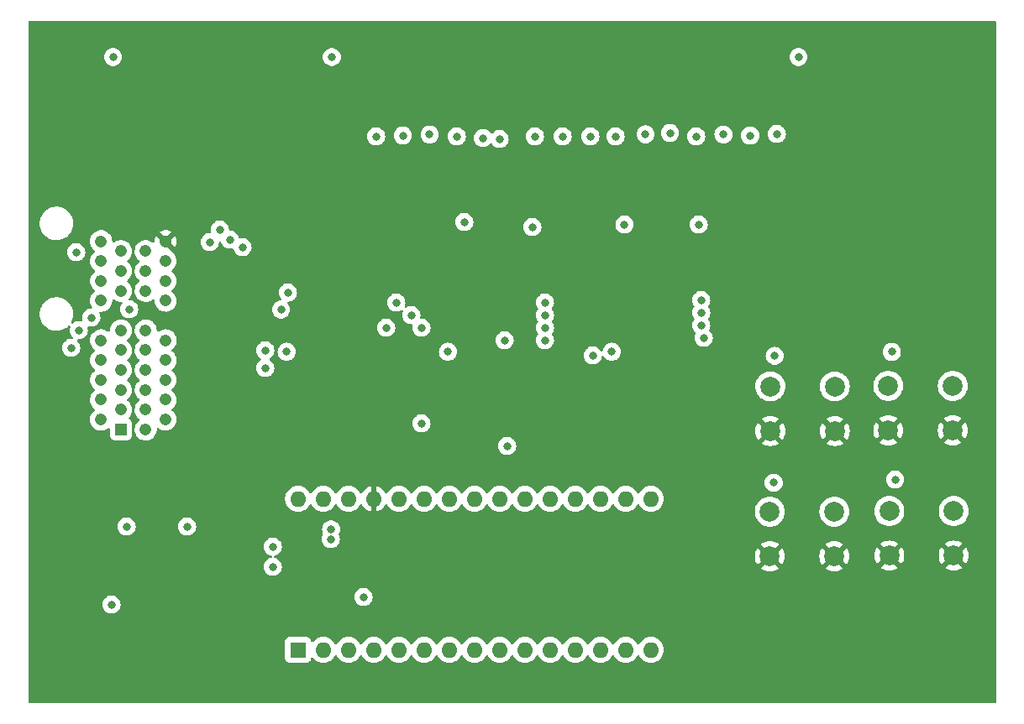
<source format=gbr>
%TF.GenerationSoftware,KiCad,Pcbnew,(6.0.0-0)*%
%TF.CreationDate,2022-01-13T01:42:19-05:00*%
%TF.ProjectId,ROM-Cartridge-programmer,524f4d2d-4361-4727-9472-696467652d70,rev?*%
%TF.SameCoordinates,Original*%
%TF.FileFunction,Copper,L2,Inr*%
%TF.FilePolarity,Positive*%
%FSLAX46Y46*%
G04 Gerber Fmt 4.6, Leading zero omitted, Abs format (unit mm)*
G04 Created by KiCad (PCBNEW (6.0.0-0)) date 2022-01-13 01:42:19*
%MOMM*%
%LPD*%
G01*
G04 APERTURE LIST*
%TA.AperFunction,ComponentPad*%
%ADD10C,2.000000*%
%TD*%
%TA.AperFunction,ComponentPad*%
%ADD11R,1.600000X1.600000*%
%TD*%
%TA.AperFunction,ComponentPad*%
%ADD12O,1.600000X1.600000*%
%TD*%
%TA.AperFunction,ComponentPad*%
%ADD13R,1.208000X1.208000*%
%TD*%
%TA.AperFunction,ComponentPad*%
%ADD14C,1.208000*%
%TD*%
%TA.AperFunction,ViaPad*%
%ADD15C,0.800000*%
%TD*%
G04 APERTURE END LIST*
D10*
%TO.N,/TEST*%
%TO.C,SW1*%
X186436000Y-108784000D03*
X179936000Y-108784000D03*
%TO.N,VCC*%
X179936000Y-113284000D03*
X186436000Y-113284000D03*
%TD*%
D11*
%TO.N,unconnected-(A1-Pad1)*%
%TO.C,A1*%
X132334000Y-135372000D03*
D12*
%TO.N,unconnected-(A1-Pad2)*%
X134874000Y-135372000D03*
%TO.N,Net-(A1-Pad28)*%
X137414000Y-135372000D03*
%TO.N,GND*%
X139954000Y-135372000D03*
%TO.N,/DATA*%
X142494000Y-135372000D03*
%TO.N,/CLOCK*%
X145034000Y-135372000D03*
%TO.N,/LATCH*%
X147574000Y-135372000D03*
%TO.N,/~{RESET}*%
X150114000Y-135372000D03*
%TO.N,/~{SR_OE}*%
X152654000Y-135372000D03*
%TO.N,/TEST*%
X155194000Y-135372000D03*
%TO.N,/PROM*%
X157734000Y-135372000D03*
%TO.N,/PRAM*%
X160274000Y-135372000D03*
%TO.N,/PROG*%
X162814000Y-135372000D03*
%TO.N,unconnected-(A1-Pad14)*%
X165354000Y-135372000D03*
%TO.N,unconnected-(A1-Pad15)*%
X167894000Y-135372000D03*
%TO.N,unconnected-(A1-Pad16)*%
X167894000Y-120132000D03*
%TO.N,unconnected-(A1-Pad17)*%
X165354000Y-120132000D03*
%TO.N,unconnected-(A1-Pad18)*%
X162814000Y-120132000D03*
%TO.N,/~{WRITE}*%
X160274000Y-120132000D03*
%TO.N,/~{READ}*%
X157734000Y-120132000D03*
%TO.N,/~{EN}*%
X155194000Y-120132000D03*
%TO.N,unconnected-(A1-Pad22)*%
X152654000Y-120132000D03*
%TO.N,unconnected-(A1-Pad23)*%
X150114000Y-120132000D03*
%TO.N,unconnected-(A1-Pad24)*%
X147574000Y-120132000D03*
%TO.N,unconnected-(A1-Pad25)*%
X145034000Y-120132000D03*
%TO.N,unconnected-(A1-Pad26)*%
X142494000Y-120132000D03*
%TO.N,VCC*%
X139954000Y-120132000D03*
%TO.N,Net-(A1-Pad28)*%
X137414000Y-120132000D03*
%TO.N,GND*%
X134874000Y-120132000D03*
%TO.N,unconnected-(A1-Pad30)*%
X132334000Y-120132000D03*
%TD*%
D10*
%TO.N,/PRAM*%
%TO.C,SW3*%
X179890000Y-121430000D03*
X186390000Y-121430000D03*
%TO.N,VCC*%
X179890000Y-125930000D03*
X186390000Y-125930000D03*
%TD*%
D13*
%TO.N,/A0*%
%TO.C,J1*%
X114486000Y-113132000D03*
D14*
%TO.N,/A1*%
X112486000Y-112132000D03*
%TO.N,/A2*%
X114486000Y-111132000D03*
%TO.N,/A3*%
X112486000Y-110132000D03*
%TO.N,/A4*%
X114486000Y-109132000D03*
%TO.N,/A5*%
X112486000Y-108132000D03*
%TO.N,/A6*%
X114486000Y-107132000D03*
%TO.N,/A7*%
X112486000Y-106132000D03*
%TO.N,/A8*%
X114486000Y-105132000D03*
%TO.N,/A9*%
X112486000Y-104132000D03*
%TO.N,/A10*%
X114486000Y-103132000D03*
%TO.N,/A11*%
X112486000Y-100132000D03*
%TO.N,/A12*%
X114486000Y-99132000D03*
%TO.N,/A13*%
X112486000Y-98132000D03*
%TO.N,/A14*%
X114486000Y-97132000D03*
%TO.N,/A15*%
X112486000Y-96132000D03*
%TO.N,unconnected-(J1-PadA17)*%
X114486000Y-95132000D03*
%TO.N,unconnected-(J1-PadA18)*%
X112486000Y-94132000D03*
%TO.N,/D0*%
X116986000Y-113132000D03*
%TO.N,/D1*%
X118986000Y-112132000D03*
%TO.N,/D2*%
X116986000Y-111132000D03*
%TO.N,/D3*%
X118986000Y-110132000D03*
%TO.N,/D4*%
X116986000Y-109132000D03*
%TO.N,/D5*%
X118986000Y-108132000D03*
%TO.N,/D6*%
X116986000Y-107132000D03*
%TO.N,/D7*%
X118986000Y-106132000D03*
%TO.N,unconnected-(J1-PadB09)*%
X116986000Y-105132000D03*
%TO.N,unconnected-(J1-PadB10)*%
X118986000Y-104132000D03*
%TO.N,unconnected-(J1-PadB11)*%
X116986000Y-103132000D03*
%TO.N,unconnected-(J1-PadB12)*%
X118986000Y-100132000D03*
%TO.N,unconnected-(J1-PadB13)*%
X116986000Y-99132000D03*
%TO.N,/~{WE}*%
X118986000Y-98132000D03*
%TO.N,/~{READ}*%
X116986000Y-97132000D03*
%TO.N,/~{EN}*%
X118986000Y-96132000D03*
%TO.N,GND*%
X116986000Y-95132000D03*
%TO.N,VCC*%
X118986000Y-94132000D03*
%TD*%
D10*
%TO.N,/PROG*%
%TO.C,SW4*%
X191926000Y-121358000D03*
X198426000Y-121358000D03*
%TO.N,VCC*%
X198426000Y-125858000D03*
X191926000Y-125858000D03*
%TD*%
%TO.N,/PROM*%
%TO.C,SW2*%
X198328000Y-108730000D03*
X191828000Y-108730000D03*
%TO.N,VCC*%
X198328000Y-113230000D03*
X191828000Y-113230000D03*
%TD*%
D15*
%TO.N,/A14*%
X142900400Y-83464400D03*
%TO.N,/A12*%
X148336000Y-83566000D03*
%TO.N,/A7*%
X161798000Y-83566000D03*
X165229876Y-92456000D03*
X172720000Y-92456000D03*
%TO.N,/A6*%
X164338000Y-83566000D03*
%TO.N,/A5*%
X115326900Y-101008989D03*
X167353520Y-83344480D03*
X123444000Y-94234000D03*
%TO.N,/A4*%
X169824400Y-83210400D03*
X111506000Y-101854000D03*
X124460000Y-92964000D03*
%TO.N,/A3*%
X110236000Y-103124000D03*
X172466000Y-83566000D03*
X125476000Y-93980000D03*
%TO.N,/A2*%
X175209200Y-83362800D03*
X126746000Y-94742000D03*
X109474000Y-104902000D03*
%TO.N,/A1*%
X177901600Y-83464400D03*
%TO.N,/A0*%
X180594000Y-83312000D03*
%TO.N,GND*%
X153416000Y-114808000D03*
X135739500Y-75541500D03*
X192186000Y-105302000D03*
X163957000Y-105283000D03*
X180378000Y-105694000D03*
X180272000Y-118508000D03*
X109982000Y-95250000D03*
X147447000Y-105283000D03*
X113688500Y-75541500D03*
X131191000Y-105283000D03*
X182776500Y-75541500D03*
X113538000Y-130810000D03*
X192520000Y-118182000D03*
%TO.N,/D5*%
X131318000Y-99314000D03*
X129032000Y-106934000D03*
%TO.N,/D6*%
X129032000Y-105156000D03*
X130618500Y-101026519D03*
%TO.N,/A10*%
X152654000Y-83820000D03*
%TO.N,/~{READ}*%
X135636000Y-124206000D03*
X121158000Y-122936000D03*
%TO.N,/A11*%
X150977600Y-83718400D03*
%TO.N,/A9*%
X156210000Y-83566000D03*
%TO.N,/A8*%
X159004000Y-83566000D03*
%TO.N,/A13*%
X145592800Y-83362800D03*
%TO.N,VCC*%
X162052000Y-114808000D03*
X156210000Y-94234000D03*
X171450000Y-94488000D03*
X140970000Y-96520000D03*
%TO.N,/~{EN}*%
X115062000Y-122936000D03*
X135660503Y-123206798D03*
%TO.N,/A15*%
X149098000Y-92202000D03*
X140208000Y-83566000D03*
X155956000Y-92710000D03*
%TO.N,/DATA*%
X138938000Y-130048000D03*
X129794000Y-124968000D03*
X129794000Y-127000000D03*
%TO.N,/CLOCK*%
X157226000Y-102870000D03*
X144780000Y-102870000D03*
X172974000Y-102616000D03*
X141224000Y-102870000D03*
%TO.N,/LATCH*%
X143764000Y-101600000D03*
X172974000Y-101346000D03*
X157226000Y-101600000D03*
%TO.N,/~{RESET}*%
X144780000Y-112522000D03*
X157226000Y-104140000D03*
X173228000Y-103886000D03*
X153162000Y-104140000D03*
%TO.N,/~{SR_OE}*%
X162052000Y-105664000D03*
X172974000Y-100076000D03*
X157226000Y-100330000D03*
X142240000Y-100330000D03*
%TD*%
%TA.AperFunction,Conductor*%
%TO.N,VCC*%
G36*
X202634121Y-71902002D02*
G01*
X202680614Y-71955658D01*
X202692000Y-72008000D01*
X202692000Y-140590000D01*
X202671998Y-140658121D01*
X202618342Y-140704614D01*
X202566000Y-140716000D01*
X105282000Y-140716000D01*
X105213879Y-140695998D01*
X105167386Y-140642342D01*
X105156000Y-140590000D01*
X105156000Y-136220134D01*
X131025500Y-136220134D01*
X131032255Y-136282316D01*
X131083385Y-136418705D01*
X131170739Y-136535261D01*
X131287295Y-136622615D01*
X131423684Y-136673745D01*
X131485866Y-136680500D01*
X133182134Y-136680500D01*
X133244316Y-136673745D01*
X133380705Y-136622615D01*
X133497261Y-136535261D01*
X133584615Y-136418705D01*
X133635745Y-136282316D01*
X133636917Y-136271526D01*
X133637803Y-136269394D01*
X133638425Y-136266778D01*
X133638848Y-136266879D01*
X133664155Y-136205965D01*
X133722517Y-136165537D01*
X133793471Y-136163078D01*
X133854490Y-136199371D01*
X133861489Y-136208031D01*
X133864643Y-136211789D01*
X133867802Y-136216300D01*
X134029700Y-136378198D01*
X134034208Y-136381355D01*
X134034211Y-136381357D01*
X134075542Y-136410297D01*
X134217251Y-136509523D01*
X134222233Y-136511846D01*
X134222238Y-136511849D01*
X134419775Y-136603961D01*
X134424757Y-136606284D01*
X134430065Y-136607706D01*
X134430067Y-136607707D01*
X134640598Y-136664119D01*
X134640600Y-136664119D01*
X134645913Y-136665543D01*
X134874000Y-136685498D01*
X135102087Y-136665543D01*
X135107400Y-136664119D01*
X135107402Y-136664119D01*
X135317933Y-136607707D01*
X135317935Y-136607706D01*
X135323243Y-136606284D01*
X135328225Y-136603961D01*
X135525762Y-136511849D01*
X135525767Y-136511846D01*
X135530749Y-136509523D01*
X135672458Y-136410297D01*
X135713789Y-136381357D01*
X135713792Y-136381355D01*
X135718300Y-136378198D01*
X135880198Y-136216300D01*
X136011523Y-136028749D01*
X136013846Y-136023767D01*
X136013849Y-136023762D01*
X136029805Y-135989543D01*
X136076722Y-135936258D01*
X136144999Y-135916797D01*
X136212959Y-135937339D01*
X136258195Y-135989543D01*
X136274151Y-136023762D01*
X136274154Y-136023767D01*
X136276477Y-136028749D01*
X136407802Y-136216300D01*
X136569700Y-136378198D01*
X136574208Y-136381355D01*
X136574211Y-136381357D01*
X136615542Y-136410297D01*
X136757251Y-136509523D01*
X136762233Y-136511846D01*
X136762238Y-136511849D01*
X136959775Y-136603961D01*
X136964757Y-136606284D01*
X136970065Y-136607706D01*
X136970067Y-136607707D01*
X137180598Y-136664119D01*
X137180600Y-136664119D01*
X137185913Y-136665543D01*
X137414000Y-136685498D01*
X137642087Y-136665543D01*
X137647400Y-136664119D01*
X137647402Y-136664119D01*
X137857933Y-136607707D01*
X137857935Y-136607706D01*
X137863243Y-136606284D01*
X137868225Y-136603961D01*
X138065762Y-136511849D01*
X138065767Y-136511846D01*
X138070749Y-136509523D01*
X138212458Y-136410297D01*
X138253789Y-136381357D01*
X138253792Y-136381355D01*
X138258300Y-136378198D01*
X138420198Y-136216300D01*
X138551523Y-136028749D01*
X138553846Y-136023767D01*
X138553849Y-136023762D01*
X138569805Y-135989543D01*
X138616722Y-135936258D01*
X138684999Y-135916797D01*
X138752959Y-135937339D01*
X138798195Y-135989543D01*
X138814151Y-136023762D01*
X138814154Y-136023767D01*
X138816477Y-136028749D01*
X138947802Y-136216300D01*
X139109700Y-136378198D01*
X139114208Y-136381355D01*
X139114211Y-136381357D01*
X139155542Y-136410297D01*
X139297251Y-136509523D01*
X139302233Y-136511846D01*
X139302238Y-136511849D01*
X139499775Y-136603961D01*
X139504757Y-136606284D01*
X139510065Y-136607706D01*
X139510067Y-136607707D01*
X139720598Y-136664119D01*
X139720600Y-136664119D01*
X139725913Y-136665543D01*
X139954000Y-136685498D01*
X140182087Y-136665543D01*
X140187400Y-136664119D01*
X140187402Y-136664119D01*
X140397933Y-136607707D01*
X140397935Y-136607706D01*
X140403243Y-136606284D01*
X140408225Y-136603961D01*
X140605762Y-136511849D01*
X140605767Y-136511846D01*
X140610749Y-136509523D01*
X140752458Y-136410297D01*
X140793789Y-136381357D01*
X140793792Y-136381355D01*
X140798300Y-136378198D01*
X140960198Y-136216300D01*
X141091523Y-136028749D01*
X141093846Y-136023767D01*
X141093849Y-136023762D01*
X141109805Y-135989543D01*
X141156722Y-135936258D01*
X141224999Y-135916797D01*
X141292959Y-135937339D01*
X141338195Y-135989543D01*
X141354151Y-136023762D01*
X141354154Y-136023767D01*
X141356477Y-136028749D01*
X141487802Y-136216300D01*
X141649700Y-136378198D01*
X141654208Y-136381355D01*
X141654211Y-136381357D01*
X141695542Y-136410297D01*
X141837251Y-136509523D01*
X141842233Y-136511846D01*
X141842238Y-136511849D01*
X142039775Y-136603961D01*
X142044757Y-136606284D01*
X142050065Y-136607706D01*
X142050067Y-136607707D01*
X142260598Y-136664119D01*
X142260600Y-136664119D01*
X142265913Y-136665543D01*
X142494000Y-136685498D01*
X142722087Y-136665543D01*
X142727400Y-136664119D01*
X142727402Y-136664119D01*
X142937933Y-136607707D01*
X142937935Y-136607706D01*
X142943243Y-136606284D01*
X142948225Y-136603961D01*
X143145762Y-136511849D01*
X143145767Y-136511846D01*
X143150749Y-136509523D01*
X143292458Y-136410297D01*
X143333789Y-136381357D01*
X143333792Y-136381355D01*
X143338300Y-136378198D01*
X143500198Y-136216300D01*
X143631523Y-136028749D01*
X143633846Y-136023767D01*
X143633849Y-136023762D01*
X143649805Y-135989543D01*
X143696722Y-135936258D01*
X143764999Y-135916797D01*
X143832959Y-135937339D01*
X143878195Y-135989543D01*
X143894151Y-136023762D01*
X143894154Y-136023767D01*
X143896477Y-136028749D01*
X144027802Y-136216300D01*
X144189700Y-136378198D01*
X144194208Y-136381355D01*
X144194211Y-136381357D01*
X144235542Y-136410297D01*
X144377251Y-136509523D01*
X144382233Y-136511846D01*
X144382238Y-136511849D01*
X144579775Y-136603961D01*
X144584757Y-136606284D01*
X144590065Y-136607706D01*
X144590067Y-136607707D01*
X144800598Y-136664119D01*
X144800600Y-136664119D01*
X144805913Y-136665543D01*
X145034000Y-136685498D01*
X145262087Y-136665543D01*
X145267400Y-136664119D01*
X145267402Y-136664119D01*
X145477933Y-136607707D01*
X145477935Y-136607706D01*
X145483243Y-136606284D01*
X145488225Y-136603961D01*
X145685762Y-136511849D01*
X145685767Y-136511846D01*
X145690749Y-136509523D01*
X145832458Y-136410297D01*
X145873789Y-136381357D01*
X145873792Y-136381355D01*
X145878300Y-136378198D01*
X146040198Y-136216300D01*
X146171523Y-136028749D01*
X146173846Y-136023767D01*
X146173849Y-136023762D01*
X146189805Y-135989543D01*
X146236722Y-135936258D01*
X146304999Y-135916797D01*
X146372959Y-135937339D01*
X146418195Y-135989543D01*
X146434151Y-136023762D01*
X146434154Y-136023767D01*
X146436477Y-136028749D01*
X146567802Y-136216300D01*
X146729700Y-136378198D01*
X146734208Y-136381355D01*
X146734211Y-136381357D01*
X146775542Y-136410297D01*
X146917251Y-136509523D01*
X146922233Y-136511846D01*
X146922238Y-136511849D01*
X147119775Y-136603961D01*
X147124757Y-136606284D01*
X147130065Y-136607706D01*
X147130067Y-136607707D01*
X147340598Y-136664119D01*
X147340600Y-136664119D01*
X147345913Y-136665543D01*
X147574000Y-136685498D01*
X147802087Y-136665543D01*
X147807400Y-136664119D01*
X147807402Y-136664119D01*
X148017933Y-136607707D01*
X148017935Y-136607706D01*
X148023243Y-136606284D01*
X148028225Y-136603961D01*
X148225762Y-136511849D01*
X148225767Y-136511846D01*
X148230749Y-136509523D01*
X148372458Y-136410297D01*
X148413789Y-136381357D01*
X148413792Y-136381355D01*
X148418300Y-136378198D01*
X148580198Y-136216300D01*
X148711523Y-136028749D01*
X148713846Y-136023767D01*
X148713849Y-136023762D01*
X148729805Y-135989543D01*
X148776722Y-135936258D01*
X148844999Y-135916797D01*
X148912959Y-135937339D01*
X148958195Y-135989543D01*
X148974151Y-136023762D01*
X148974154Y-136023767D01*
X148976477Y-136028749D01*
X149107802Y-136216300D01*
X149269700Y-136378198D01*
X149274208Y-136381355D01*
X149274211Y-136381357D01*
X149315542Y-136410297D01*
X149457251Y-136509523D01*
X149462233Y-136511846D01*
X149462238Y-136511849D01*
X149659775Y-136603961D01*
X149664757Y-136606284D01*
X149670065Y-136607706D01*
X149670067Y-136607707D01*
X149880598Y-136664119D01*
X149880600Y-136664119D01*
X149885913Y-136665543D01*
X150114000Y-136685498D01*
X150342087Y-136665543D01*
X150347400Y-136664119D01*
X150347402Y-136664119D01*
X150557933Y-136607707D01*
X150557935Y-136607706D01*
X150563243Y-136606284D01*
X150568225Y-136603961D01*
X150765762Y-136511849D01*
X150765767Y-136511846D01*
X150770749Y-136509523D01*
X150912458Y-136410297D01*
X150953789Y-136381357D01*
X150953792Y-136381355D01*
X150958300Y-136378198D01*
X151120198Y-136216300D01*
X151251523Y-136028749D01*
X151253846Y-136023767D01*
X151253849Y-136023762D01*
X151269805Y-135989543D01*
X151316722Y-135936258D01*
X151384999Y-135916797D01*
X151452959Y-135937339D01*
X151498195Y-135989543D01*
X151514151Y-136023762D01*
X151514154Y-136023767D01*
X151516477Y-136028749D01*
X151647802Y-136216300D01*
X151809700Y-136378198D01*
X151814208Y-136381355D01*
X151814211Y-136381357D01*
X151855542Y-136410297D01*
X151997251Y-136509523D01*
X152002233Y-136511846D01*
X152002238Y-136511849D01*
X152199775Y-136603961D01*
X152204757Y-136606284D01*
X152210065Y-136607706D01*
X152210067Y-136607707D01*
X152420598Y-136664119D01*
X152420600Y-136664119D01*
X152425913Y-136665543D01*
X152654000Y-136685498D01*
X152882087Y-136665543D01*
X152887400Y-136664119D01*
X152887402Y-136664119D01*
X153097933Y-136607707D01*
X153097935Y-136607706D01*
X153103243Y-136606284D01*
X153108225Y-136603961D01*
X153305762Y-136511849D01*
X153305767Y-136511846D01*
X153310749Y-136509523D01*
X153452458Y-136410297D01*
X153493789Y-136381357D01*
X153493792Y-136381355D01*
X153498300Y-136378198D01*
X153660198Y-136216300D01*
X153791523Y-136028749D01*
X153793846Y-136023767D01*
X153793849Y-136023762D01*
X153809805Y-135989543D01*
X153856722Y-135936258D01*
X153924999Y-135916797D01*
X153992959Y-135937339D01*
X154038195Y-135989543D01*
X154054151Y-136023762D01*
X154054154Y-136023767D01*
X154056477Y-136028749D01*
X154187802Y-136216300D01*
X154349700Y-136378198D01*
X154354208Y-136381355D01*
X154354211Y-136381357D01*
X154395542Y-136410297D01*
X154537251Y-136509523D01*
X154542233Y-136511846D01*
X154542238Y-136511849D01*
X154739775Y-136603961D01*
X154744757Y-136606284D01*
X154750065Y-136607706D01*
X154750067Y-136607707D01*
X154960598Y-136664119D01*
X154960600Y-136664119D01*
X154965913Y-136665543D01*
X155194000Y-136685498D01*
X155422087Y-136665543D01*
X155427400Y-136664119D01*
X155427402Y-136664119D01*
X155637933Y-136607707D01*
X155637935Y-136607706D01*
X155643243Y-136606284D01*
X155648225Y-136603961D01*
X155845762Y-136511849D01*
X155845767Y-136511846D01*
X155850749Y-136509523D01*
X155992458Y-136410297D01*
X156033789Y-136381357D01*
X156033792Y-136381355D01*
X156038300Y-136378198D01*
X156200198Y-136216300D01*
X156331523Y-136028749D01*
X156333846Y-136023767D01*
X156333849Y-136023762D01*
X156349805Y-135989543D01*
X156396722Y-135936258D01*
X156464999Y-135916797D01*
X156532959Y-135937339D01*
X156578195Y-135989543D01*
X156594151Y-136023762D01*
X156594154Y-136023767D01*
X156596477Y-136028749D01*
X156727802Y-136216300D01*
X156889700Y-136378198D01*
X156894208Y-136381355D01*
X156894211Y-136381357D01*
X156935542Y-136410297D01*
X157077251Y-136509523D01*
X157082233Y-136511846D01*
X157082238Y-136511849D01*
X157279775Y-136603961D01*
X157284757Y-136606284D01*
X157290065Y-136607706D01*
X157290067Y-136607707D01*
X157500598Y-136664119D01*
X157500600Y-136664119D01*
X157505913Y-136665543D01*
X157734000Y-136685498D01*
X157962087Y-136665543D01*
X157967400Y-136664119D01*
X157967402Y-136664119D01*
X158177933Y-136607707D01*
X158177935Y-136607706D01*
X158183243Y-136606284D01*
X158188225Y-136603961D01*
X158385762Y-136511849D01*
X158385767Y-136511846D01*
X158390749Y-136509523D01*
X158532458Y-136410297D01*
X158573789Y-136381357D01*
X158573792Y-136381355D01*
X158578300Y-136378198D01*
X158740198Y-136216300D01*
X158871523Y-136028749D01*
X158873846Y-136023767D01*
X158873849Y-136023762D01*
X158889805Y-135989543D01*
X158936722Y-135936258D01*
X159004999Y-135916797D01*
X159072959Y-135937339D01*
X159118195Y-135989543D01*
X159134151Y-136023762D01*
X159134154Y-136023767D01*
X159136477Y-136028749D01*
X159267802Y-136216300D01*
X159429700Y-136378198D01*
X159434208Y-136381355D01*
X159434211Y-136381357D01*
X159475542Y-136410297D01*
X159617251Y-136509523D01*
X159622233Y-136511846D01*
X159622238Y-136511849D01*
X159819775Y-136603961D01*
X159824757Y-136606284D01*
X159830065Y-136607706D01*
X159830067Y-136607707D01*
X160040598Y-136664119D01*
X160040600Y-136664119D01*
X160045913Y-136665543D01*
X160274000Y-136685498D01*
X160502087Y-136665543D01*
X160507400Y-136664119D01*
X160507402Y-136664119D01*
X160717933Y-136607707D01*
X160717935Y-136607706D01*
X160723243Y-136606284D01*
X160728225Y-136603961D01*
X160925762Y-136511849D01*
X160925767Y-136511846D01*
X160930749Y-136509523D01*
X161072458Y-136410297D01*
X161113789Y-136381357D01*
X161113792Y-136381355D01*
X161118300Y-136378198D01*
X161280198Y-136216300D01*
X161411523Y-136028749D01*
X161413846Y-136023767D01*
X161413849Y-136023762D01*
X161429805Y-135989543D01*
X161476722Y-135936258D01*
X161544999Y-135916797D01*
X161612959Y-135937339D01*
X161658195Y-135989543D01*
X161674151Y-136023762D01*
X161674154Y-136023767D01*
X161676477Y-136028749D01*
X161807802Y-136216300D01*
X161969700Y-136378198D01*
X161974208Y-136381355D01*
X161974211Y-136381357D01*
X162015542Y-136410297D01*
X162157251Y-136509523D01*
X162162233Y-136511846D01*
X162162238Y-136511849D01*
X162359775Y-136603961D01*
X162364757Y-136606284D01*
X162370065Y-136607706D01*
X162370067Y-136607707D01*
X162580598Y-136664119D01*
X162580600Y-136664119D01*
X162585913Y-136665543D01*
X162814000Y-136685498D01*
X163042087Y-136665543D01*
X163047400Y-136664119D01*
X163047402Y-136664119D01*
X163257933Y-136607707D01*
X163257935Y-136607706D01*
X163263243Y-136606284D01*
X163268225Y-136603961D01*
X163465762Y-136511849D01*
X163465767Y-136511846D01*
X163470749Y-136509523D01*
X163612458Y-136410297D01*
X163653789Y-136381357D01*
X163653792Y-136381355D01*
X163658300Y-136378198D01*
X163820198Y-136216300D01*
X163951523Y-136028749D01*
X163953846Y-136023767D01*
X163953849Y-136023762D01*
X163969805Y-135989543D01*
X164016722Y-135936258D01*
X164084999Y-135916797D01*
X164152959Y-135937339D01*
X164198195Y-135989543D01*
X164214151Y-136023762D01*
X164214154Y-136023767D01*
X164216477Y-136028749D01*
X164347802Y-136216300D01*
X164509700Y-136378198D01*
X164514208Y-136381355D01*
X164514211Y-136381357D01*
X164555542Y-136410297D01*
X164697251Y-136509523D01*
X164702233Y-136511846D01*
X164702238Y-136511849D01*
X164899775Y-136603961D01*
X164904757Y-136606284D01*
X164910065Y-136607706D01*
X164910067Y-136607707D01*
X165120598Y-136664119D01*
X165120600Y-136664119D01*
X165125913Y-136665543D01*
X165354000Y-136685498D01*
X165582087Y-136665543D01*
X165587400Y-136664119D01*
X165587402Y-136664119D01*
X165797933Y-136607707D01*
X165797935Y-136607706D01*
X165803243Y-136606284D01*
X165808225Y-136603961D01*
X166005762Y-136511849D01*
X166005767Y-136511846D01*
X166010749Y-136509523D01*
X166152458Y-136410297D01*
X166193789Y-136381357D01*
X166193792Y-136381355D01*
X166198300Y-136378198D01*
X166360198Y-136216300D01*
X166491523Y-136028749D01*
X166493846Y-136023767D01*
X166493849Y-136023762D01*
X166509805Y-135989543D01*
X166556722Y-135936258D01*
X166624999Y-135916797D01*
X166692959Y-135937339D01*
X166738195Y-135989543D01*
X166754151Y-136023762D01*
X166754154Y-136023767D01*
X166756477Y-136028749D01*
X166887802Y-136216300D01*
X167049700Y-136378198D01*
X167054208Y-136381355D01*
X167054211Y-136381357D01*
X167095542Y-136410297D01*
X167237251Y-136509523D01*
X167242233Y-136511846D01*
X167242238Y-136511849D01*
X167439775Y-136603961D01*
X167444757Y-136606284D01*
X167450065Y-136607706D01*
X167450067Y-136607707D01*
X167660598Y-136664119D01*
X167660600Y-136664119D01*
X167665913Y-136665543D01*
X167894000Y-136685498D01*
X168122087Y-136665543D01*
X168127400Y-136664119D01*
X168127402Y-136664119D01*
X168337933Y-136607707D01*
X168337935Y-136607706D01*
X168343243Y-136606284D01*
X168348225Y-136603961D01*
X168545762Y-136511849D01*
X168545767Y-136511846D01*
X168550749Y-136509523D01*
X168692458Y-136410297D01*
X168733789Y-136381357D01*
X168733792Y-136381355D01*
X168738300Y-136378198D01*
X168900198Y-136216300D01*
X169031523Y-136028749D01*
X169033846Y-136023767D01*
X169033849Y-136023762D01*
X169125961Y-135826225D01*
X169125961Y-135826224D01*
X169128284Y-135821243D01*
X169187543Y-135600087D01*
X169207498Y-135372000D01*
X169187543Y-135143913D01*
X169128284Y-134922757D01*
X169049805Y-134754457D01*
X169033849Y-134720238D01*
X169033846Y-134720233D01*
X169031523Y-134715251D01*
X168900198Y-134527700D01*
X168738300Y-134365802D01*
X168733792Y-134362645D01*
X168733789Y-134362643D01*
X168655611Y-134307902D01*
X168550749Y-134234477D01*
X168545767Y-134232154D01*
X168545762Y-134232151D01*
X168348225Y-134140039D01*
X168348224Y-134140039D01*
X168343243Y-134137716D01*
X168337935Y-134136294D01*
X168337933Y-134136293D01*
X168127402Y-134079881D01*
X168127400Y-134079881D01*
X168122087Y-134078457D01*
X167894000Y-134058502D01*
X167665913Y-134078457D01*
X167660600Y-134079881D01*
X167660598Y-134079881D01*
X167450067Y-134136293D01*
X167450065Y-134136294D01*
X167444757Y-134137716D01*
X167439776Y-134140039D01*
X167439775Y-134140039D01*
X167242238Y-134232151D01*
X167242233Y-134232154D01*
X167237251Y-134234477D01*
X167132389Y-134307902D01*
X167054211Y-134362643D01*
X167054208Y-134362645D01*
X167049700Y-134365802D01*
X166887802Y-134527700D01*
X166756477Y-134715251D01*
X166754154Y-134720233D01*
X166754151Y-134720238D01*
X166738195Y-134754457D01*
X166691278Y-134807742D01*
X166623001Y-134827203D01*
X166555041Y-134806661D01*
X166509805Y-134754457D01*
X166493849Y-134720238D01*
X166493846Y-134720233D01*
X166491523Y-134715251D01*
X166360198Y-134527700D01*
X166198300Y-134365802D01*
X166193792Y-134362645D01*
X166193789Y-134362643D01*
X166115611Y-134307902D01*
X166010749Y-134234477D01*
X166005767Y-134232154D01*
X166005762Y-134232151D01*
X165808225Y-134140039D01*
X165808224Y-134140039D01*
X165803243Y-134137716D01*
X165797935Y-134136294D01*
X165797933Y-134136293D01*
X165587402Y-134079881D01*
X165587400Y-134079881D01*
X165582087Y-134078457D01*
X165354000Y-134058502D01*
X165125913Y-134078457D01*
X165120600Y-134079881D01*
X165120598Y-134079881D01*
X164910067Y-134136293D01*
X164910065Y-134136294D01*
X164904757Y-134137716D01*
X164899776Y-134140039D01*
X164899775Y-134140039D01*
X164702238Y-134232151D01*
X164702233Y-134232154D01*
X164697251Y-134234477D01*
X164592389Y-134307902D01*
X164514211Y-134362643D01*
X164514208Y-134362645D01*
X164509700Y-134365802D01*
X164347802Y-134527700D01*
X164216477Y-134715251D01*
X164214154Y-134720233D01*
X164214151Y-134720238D01*
X164198195Y-134754457D01*
X164151278Y-134807742D01*
X164083001Y-134827203D01*
X164015041Y-134806661D01*
X163969805Y-134754457D01*
X163953849Y-134720238D01*
X163953846Y-134720233D01*
X163951523Y-134715251D01*
X163820198Y-134527700D01*
X163658300Y-134365802D01*
X163653792Y-134362645D01*
X163653789Y-134362643D01*
X163575611Y-134307902D01*
X163470749Y-134234477D01*
X163465767Y-134232154D01*
X163465762Y-134232151D01*
X163268225Y-134140039D01*
X163268224Y-134140039D01*
X163263243Y-134137716D01*
X163257935Y-134136294D01*
X163257933Y-134136293D01*
X163047402Y-134079881D01*
X163047400Y-134079881D01*
X163042087Y-134078457D01*
X162814000Y-134058502D01*
X162585913Y-134078457D01*
X162580600Y-134079881D01*
X162580598Y-134079881D01*
X162370067Y-134136293D01*
X162370065Y-134136294D01*
X162364757Y-134137716D01*
X162359776Y-134140039D01*
X162359775Y-134140039D01*
X162162238Y-134232151D01*
X162162233Y-134232154D01*
X162157251Y-134234477D01*
X162052389Y-134307902D01*
X161974211Y-134362643D01*
X161974208Y-134362645D01*
X161969700Y-134365802D01*
X161807802Y-134527700D01*
X161676477Y-134715251D01*
X161674154Y-134720233D01*
X161674151Y-134720238D01*
X161658195Y-134754457D01*
X161611278Y-134807742D01*
X161543001Y-134827203D01*
X161475041Y-134806661D01*
X161429805Y-134754457D01*
X161413849Y-134720238D01*
X161413846Y-134720233D01*
X161411523Y-134715251D01*
X161280198Y-134527700D01*
X161118300Y-134365802D01*
X161113792Y-134362645D01*
X161113789Y-134362643D01*
X161035611Y-134307902D01*
X160930749Y-134234477D01*
X160925767Y-134232154D01*
X160925762Y-134232151D01*
X160728225Y-134140039D01*
X160728224Y-134140039D01*
X160723243Y-134137716D01*
X160717935Y-134136294D01*
X160717933Y-134136293D01*
X160507402Y-134079881D01*
X160507400Y-134079881D01*
X160502087Y-134078457D01*
X160274000Y-134058502D01*
X160045913Y-134078457D01*
X160040600Y-134079881D01*
X160040598Y-134079881D01*
X159830067Y-134136293D01*
X159830065Y-134136294D01*
X159824757Y-134137716D01*
X159819776Y-134140039D01*
X159819775Y-134140039D01*
X159622238Y-134232151D01*
X159622233Y-134232154D01*
X159617251Y-134234477D01*
X159512389Y-134307902D01*
X159434211Y-134362643D01*
X159434208Y-134362645D01*
X159429700Y-134365802D01*
X159267802Y-134527700D01*
X159136477Y-134715251D01*
X159134154Y-134720233D01*
X159134151Y-134720238D01*
X159118195Y-134754457D01*
X159071278Y-134807742D01*
X159003001Y-134827203D01*
X158935041Y-134806661D01*
X158889805Y-134754457D01*
X158873849Y-134720238D01*
X158873846Y-134720233D01*
X158871523Y-134715251D01*
X158740198Y-134527700D01*
X158578300Y-134365802D01*
X158573792Y-134362645D01*
X158573789Y-134362643D01*
X158495611Y-134307902D01*
X158390749Y-134234477D01*
X158385767Y-134232154D01*
X158385762Y-134232151D01*
X158188225Y-134140039D01*
X158188224Y-134140039D01*
X158183243Y-134137716D01*
X158177935Y-134136294D01*
X158177933Y-134136293D01*
X157967402Y-134079881D01*
X157967400Y-134079881D01*
X157962087Y-134078457D01*
X157734000Y-134058502D01*
X157505913Y-134078457D01*
X157500600Y-134079881D01*
X157500598Y-134079881D01*
X157290067Y-134136293D01*
X157290065Y-134136294D01*
X157284757Y-134137716D01*
X157279776Y-134140039D01*
X157279775Y-134140039D01*
X157082238Y-134232151D01*
X157082233Y-134232154D01*
X157077251Y-134234477D01*
X156972389Y-134307902D01*
X156894211Y-134362643D01*
X156894208Y-134362645D01*
X156889700Y-134365802D01*
X156727802Y-134527700D01*
X156596477Y-134715251D01*
X156594154Y-134720233D01*
X156594151Y-134720238D01*
X156578195Y-134754457D01*
X156531278Y-134807742D01*
X156463001Y-134827203D01*
X156395041Y-134806661D01*
X156349805Y-134754457D01*
X156333849Y-134720238D01*
X156333846Y-134720233D01*
X156331523Y-134715251D01*
X156200198Y-134527700D01*
X156038300Y-134365802D01*
X156033792Y-134362645D01*
X156033789Y-134362643D01*
X155955611Y-134307902D01*
X155850749Y-134234477D01*
X155845767Y-134232154D01*
X155845762Y-134232151D01*
X155648225Y-134140039D01*
X155648224Y-134140039D01*
X155643243Y-134137716D01*
X155637935Y-134136294D01*
X155637933Y-134136293D01*
X155427402Y-134079881D01*
X155427400Y-134079881D01*
X155422087Y-134078457D01*
X155194000Y-134058502D01*
X154965913Y-134078457D01*
X154960600Y-134079881D01*
X154960598Y-134079881D01*
X154750067Y-134136293D01*
X154750065Y-134136294D01*
X154744757Y-134137716D01*
X154739776Y-134140039D01*
X154739775Y-134140039D01*
X154542238Y-134232151D01*
X154542233Y-134232154D01*
X154537251Y-134234477D01*
X154432389Y-134307902D01*
X154354211Y-134362643D01*
X154354208Y-134362645D01*
X154349700Y-134365802D01*
X154187802Y-134527700D01*
X154056477Y-134715251D01*
X154054154Y-134720233D01*
X154054151Y-134720238D01*
X154038195Y-134754457D01*
X153991278Y-134807742D01*
X153923001Y-134827203D01*
X153855041Y-134806661D01*
X153809805Y-134754457D01*
X153793849Y-134720238D01*
X153793846Y-134720233D01*
X153791523Y-134715251D01*
X153660198Y-134527700D01*
X153498300Y-134365802D01*
X153493792Y-134362645D01*
X153493789Y-134362643D01*
X153415611Y-134307902D01*
X153310749Y-134234477D01*
X153305767Y-134232154D01*
X153305762Y-134232151D01*
X153108225Y-134140039D01*
X153108224Y-134140039D01*
X153103243Y-134137716D01*
X153097935Y-134136294D01*
X153097933Y-134136293D01*
X152887402Y-134079881D01*
X152887400Y-134079881D01*
X152882087Y-134078457D01*
X152654000Y-134058502D01*
X152425913Y-134078457D01*
X152420600Y-134079881D01*
X152420598Y-134079881D01*
X152210067Y-134136293D01*
X152210065Y-134136294D01*
X152204757Y-134137716D01*
X152199776Y-134140039D01*
X152199775Y-134140039D01*
X152002238Y-134232151D01*
X152002233Y-134232154D01*
X151997251Y-134234477D01*
X151892389Y-134307902D01*
X151814211Y-134362643D01*
X151814208Y-134362645D01*
X151809700Y-134365802D01*
X151647802Y-134527700D01*
X151516477Y-134715251D01*
X151514154Y-134720233D01*
X151514151Y-134720238D01*
X151498195Y-134754457D01*
X151451278Y-134807742D01*
X151383001Y-134827203D01*
X151315041Y-134806661D01*
X151269805Y-134754457D01*
X151253849Y-134720238D01*
X151253846Y-134720233D01*
X151251523Y-134715251D01*
X151120198Y-134527700D01*
X150958300Y-134365802D01*
X150953792Y-134362645D01*
X150953789Y-134362643D01*
X150875611Y-134307902D01*
X150770749Y-134234477D01*
X150765767Y-134232154D01*
X150765762Y-134232151D01*
X150568225Y-134140039D01*
X150568224Y-134140039D01*
X150563243Y-134137716D01*
X150557935Y-134136294D01*
X150557933Y-134136293D01*
X150347402Y-134079881D01*
X150347400Y-134079881D01*
X150342087Y-134078457D01*
X150114000Y-134058502D01*
X149885913Y-134078457D01*
X149880600Y-134079881D01*
X149880598Y-134079881D01*
X149670067Y-134136293D01*
X149670065Y-134136294D01*
X149664757Y-134137716D01*
X149659776Y-134140039D01*
X149659775Y-134140039D01*
X149462238Y-134232151D01*
X149462233Y-134232154D01*
X149457251Y-134234477D01*
X149352389Y-134307902D01*
X149274211Y-134362643D01*
X149274208Y-134362645D01*
X149269700Y-134365802D01*
X149107802Y-134527700D01*
X148976477Y-134715251D01*
X148974154Y-134720233D01*
X148974151Y-134720238D01*
X148958195Y-134754457D01*
X148911278Y-134807742D01*
X148843001Y-134827203D01*
X148775041Y-134806661D01*
X148729805Y-134754457D01*
X148713849Y-134720238D01*
X148713846Y-134720233D01*
X148711523Y-134715251D01*
X148580198Y-134527700D01*
X148418300Y-134365802D01*
X148413792Y-134362645D01*
X148413789Y-134362643D01*
X148335611Y-134307902D01*
X148230749Y-134234477D01*
X148225767Y-134232154D01*
X148225762Y-134232151D01*
X148028225Y-134140039D01*
X148028224Y-134140039D01*
X148023243Y-134137716D01*
X148017935Y-134136294D01*
X148017933Y-134136293D01*
X147807402Y-134079881D01*
X147807400Y-134079881D01*
X147802087Y-134078457D01*
X147574000Y-134058502D01*
X147345913Y-134078457D01*
X147340600Y-134079881D01*
X147340598Y-134079881D01*
X147130067Y-134136293D01*
X147130065Y-134136294D01*
X147124757Y-134137716D01*
X147119776Y-134140039D01*
X147119775Y-134140039D01*
X146922238Y-134232151D01*
X146922233Y-134232154D01*
X146917251Y-134234477D01*
X146812389Y-134307902D01*
X146734211Y-134362643D01*
X146734208Y-134362645D01*
X146729700Y-134365802D01*
X146567802Y-134527700D01*
X146436477Y-134715251D01*
X146434154Y-134720233D01*
X146434151Y-134720238D01*
X146418195Y-134754457D01*
X146371278Y-134807742D01*
X146303001Y-134827203D01*
X146235041Y-134806661D01*
X146189805Y-134754457D01*
X146173849Y-134720238D01*
X146173846Y-134720233D01*
X146171523Y-134715251D01*
X146040198Y-134527700D01*
X145878300Y-134365802D01*
X145873792Y-134362645D01*
X145873789Y-134362643D01*
X145795611Y-134307902D01*
X145690749Y-134234477D01*
X145685767Y-134232154D01*
X145685762Y-134232151D01*
X145488225Y-134140039D01*
X145488224Y-134140039D01*
X145483243Y-134137716D01*
X145477935Y-134136294D01*
X145477933Y-134136293D01*
X145267402Y-134079881D01*
X145267400Y-134079881D01*
X145262087Y-134078457D01*
X145034000Y-134058502D01*
X144805913Y-134078457D01*
X144800600Y-134079881D01*
X144800598Y-134079881D01*
X144590067Y-134136293D01*
X144590065Y-134136294D01*
X144584757Y-134137716D01*
X144579776Y-134140039D01*
X144579775Y-134140039D01*
X144382238Y-134232151D01*
X144382233Y-134232154D01*
X144377251Y-134234477D01*
X144272389Y-134307902D01*
X144194211Y-134362643D01*
X144194208Y-134362645D01*
X144189700Y-134365802D01*
X144027802Y-134527700D01*
X143896477Y-134715251D01*
X143894154Y-134720233D01*
X143894151Y-134720238D01*
X143878195Y-134754457D01*
X143831278Y-134807742D01*
X143763001Y-134827203D01*
X143695041Y-134806661D01*
X143649805Y-134754457D01*
X143633849Y-134720238D01*
X143633846Y-134720233D01*
X143631523Y-134715251D01*
X143500198Y-134527700D01*
X143338300Y-134365802D01*
X143333792Y-134362645D01*
X143333789Y-134362643D01*
X143255611Y-134307902D01*
X143150749Y-134234477D01*
X143145767Y-134232154D01*
X143145762Y-134232151D01*
X142948225Y-134140039D01*
X142948224Y-134140039D01*
X142943243Y-134137716D01*
X142937935Y-134136294D01*
X142937933Y-134136293D01*
X142727402Y-134079881D01*
X142727400Y-134079881D01*
X142722087Y-134078457D01*
X142494000Y-134058502D01*
X142265913Y-134078457D01*
X142260600Y-134079881D01*
X142260598Y-134079881D01*
X142050067Y-134136293D01*
X142050065Y-134136294D01*
X142044757Y-134137716D01*
X142039776Y-134140039D01*
X142039775Y-134140039D01*
X141842238Y-134232151D01*
X141842233Y-134232154D01*
X141837251Y-134234477D01*
X141732389Y-134307902D01*
X141654211Y-134362643D01*
X141654208Y-134362645D01*
X141649700Y-134365802D01*
X141487802Y-134527700D01*
X141356477Y-134715251D01*
X141354154Y-134720233D01*
X141354151Y-134720238D01*
X141338195Y-134754457D01*
X141291278Y-134807742D01*
X141223001Y-134827203D01*
X141155041Y-134806661D01*
X141109805Y-134754457D01*
X141093849Y-134720238D01*
X141093846Y-134720233D01*
X141091523Y-134715251D01*
X140960198Y-134527700D01*
X140798300Y-134365802D01*
X140793792Y-134362645D01*
X140793789Y-134362643D01*
X140715611Y-134307902D01*
X140610749Y-134234477D01*
X140605767Y-134232154D01*
X140605762Y-134232151D01*
X140408225Y-134140039D01*
X140408224Y-134140039D01*
X140403243Y-134137716D01*
X140397935Y-134136294D01*
X140397933Y-134136293D01*
X140187402Y-134079881D01*
X140187400Y-134079881D01*
X140182087Y-134078457D01*
X139954000Y-134058502D01*
X139725913Y-134078457D01*
X139720600Y-134079881D01*
X139720598Y-134079881D01*
X139510067Y-134136293D01*
X139510065Y-134136294D01*
X139504757Y-134137716D01*
X139499776Y-134140039D01*
X139499775Y-134140039D01*
X139302238Y-134232151D01*
X139302233Y-134232154D01*
X139297251Y-134234477D01*
X139192389Y-134307902D01*
X139114211Y-134362643D01*
X139114208Y-134362645D01*
X139109700Y-134365802D01*
X138947802Y-134527700D01*
X138816477Y-134715251D01*
X138814154Y-134720233D01*
X138814151Y-134720238D01*
X138798195Y-134754457D01*
X138751278Y-134807742D01*
X138683001Y-134827203D01*
X138615041Y-134806661D01*
X138569805Y-134754457D01*
X138553849Y-134720238D01*
X138553846Y-134720233D01*
X138551523Y-134715251D01*
X138420198Y-134527700D01*
X138258300Y-134365802D01*
X138253792Y-134362645D01*
X138253789Y-134362643D01*
X138175611Y-134307902D01*
X138070749Y-134234477D01*
X138065767Y-134232154D01*
X138065762Y-134232151D01*
X137868225Y-134140039D01*
X137868224Y-134140039D01*
X137863243Y-134137716D01*
X137857935Y-134136294D01*
X137857933Y-134136293D01*
X137647402Y-134079881D01*
X137647400Y-134079881D01*
X137642087Y-134078457D01*
X137414000Y-134058502D01*
X137185913Y-134078457D01*
X137180600Y-134079881D01*
X137180598Y-134079881D01*
X136970067Y-134136293D01*
X136970065Y-134136294D01*
X136964757Y-134137716D01*
X136959776Y-134140039D01*
X136959775Y-134140039D01*
X136762238Y-134232151D01*
X136762233Y-134232154D01*
X136757251Y-134234477D01*
X136652389Y-134307902D01*
X136574211Y-134362643D01*
X136574208Y-134362645D01*
X136569700Y-134365802D01*
X136407802Y-134527700D01*
X136276477Y-134715251D01*
X136274154Y-134720233D01*
X136274151Y-134720238D01*
X136258195Y-134754457D01*
X136211278Y-134807742D01*
X136143001Y-134827203D01*
X136075041Y-134806661D01*
X136029805Y-134754457D01*
X136013849Y-134720238D01*
X136013846Y-134720233D01*
X136011523Y-134715251D01*
X135880198Y-134527700D01*
X135718300Y-134365802D01*
X135713792Y-134362645D01*
X135713789Y-134362643D01*
X135635611Y-134307902D01*
X135530749Y-134234477D01*
X135525767Y-134232154D01*
X135525762Y-134232151D01*
X135328225Y-134140039D01*
X135328224Y-134140039D01*
X135323243Y-134137716D01*
X135317935Y-134136294D01*
X135317933Y-134136293D01*
X135107402Y-134079881D01*
X135107400Y-134079881D01*
X135102087Y-134078457D01*
X134874000Y-134058502D01*
X134645913Y-134078457D01*
X134640600Y-134079881D01*
X134640598Y-134079881D01*
X134430067Y-134136293D01*
X134430065Y-134136294D01*
X134424757Y-134137716D01*
X134419776Y-134140039D01*
X134419775Y-134140039D01*
X134222238Y-134232151D01*
X134222233Y-134232154D01*
X134217251Y-134234477D01*
X134112389Y-134307902D01*
X134034211Y-134362643D01*
X134034208Y-134362645D01*
X134029700Y-134365802D01*
X133867802Y-134527700D01*
X133864643Y-134532211D01*
X133861108Y-134536424D01*
X133859974Y-134535473D01*
X133809929Y-134575471D01*
X133739310Y-134582776D01*
X133675951Y-134550742D01*
X133639970Y-134489538D01*
X133636918Y-134472483D01*
X133635745Y-134461684D01*
X133584615Y-134325295D01*
X133497261Y-134208739D01*
X133380705Y-134121385D01*
X133244316Y-134070255D01*
X133182134Y-134063500D01*
X131485866Y-134063500D01*
X131423684Y-134070255D01*
X131287295Y-134121385D01*
X131170739Y-134208739D01*
X131083385Y-134325295D01*
X131032255Y-134461684D01*
X131025500Y-134523866D01*
X131025500Y-136220134D01*
X105156000Y-136220134D01*
X105156000Y-130810000D01*
X112624496Y-130810000D01*
X112625186Y-130816565D01*
X112639894Y-130956500D01*
X112644458Y-130999928D01*
X112703473Y-131181556D01*
X112798960Y-131346944D01*
X112926747Y-131488866D01*
X113081248Y-131601118D01*
X113087276Y-131603802D01*
X113087278Y-131603803D01*
X113249681Y-131676109D01*
X113255712Y-131678794D01*
X113349113Y-131698647D01*
X113436056Y-131717128D01*
X113436061Y-131717128D01*
X113442513Y-131718500D01*
X113633487Y-131718500D01*
X113639939Y-131717128D01*
X113639944Y-131717128D01*
X113726887Y-131698647D01*
X113820288Y-131678794D01*
X113826319Y-131676109D01*
X113988722Y-131603803D01*
X113988724Y-131603802D01*
X113994752Y-131601118D01*
X114149253Y-131488866D01*
X114277040Y-131346944D01*
X114372527Y-131181556D01*
X114431542Y-130999928D01*
X114436107Y-130956500D01*
X114450814Y-130816565D01*
X114451504Y-130810000D01*
X114450814Y-130803435D01*
X114432232Y-130626635D01*
X114432232Y-130626633D01*
X114431542Y-130620072D01*
X114372527Y-130438444D01*
X114277040Y-130273056D01*
X114251064Y-130244206D01*
X114153675Y-130136045D01*
X114153674Y-130136044D01*
X114149253Y-130131134D01*
X114034829Y-130048000D01*
X138024496Y-130048000D01*
X138025186Y-130054565D01*
X138032826Y-130127251D01*
X138044458Y-130237928D01*
X138103473Y-130419556D01*
X138198960Y-130584944D01*
X138203378Y-130589851D01*
X138203379Y-130589852D01*
X138230589Y-130620072D01*
X138326747Y-130726866D01*
X138425843Y-130798864D01*
X138450207Y-130816565D01*
X138481248Y-130839118D01*
X138487276Y-130841802D01*
X138487278Y-130841803D01*
X138649681Y-130914109D01*
X138655712Y-130916794D01*
X138749113Y-130936647D01*
X138836056Y-130955128D01*
X138836061Y-130955128D01*
X138842513Y-130956500D01*
X139033487Y-130956500D01*
X139039939Y-130955128D01*
X139039944Y-130955128D01*
X139126887Y-130936647D01*
X139220288Y-130916794D01*
X139226319Y-130914109D01*
X139388722Y-130841803D01*
X139388724Y-130841802D01*
X139394752Y-130839118D01*
X139425794Y-130816565D01*
X139450157Y-130798864D01*
X139549253Y-130726866D01*
X139645411Y-130620072D01*
X139672621Y-130589852D01*
X139672622Y-130589851D01*
X139677040Y-130584944D01*
X139772527Y-130419556D01*
X139831542Y-130237928D01*
X139843175Y-130127251D01*
X139850814Y-130054565D01*
X139851504Y-130048000D01*
X139840280Y-129941206D01*
X139832232Y-129864635D01*
X139832232Y-129864633D01*
X139831542Y-129858072D01*
X139772527Y-129676444D01*
X139677040Y-129511056D01*
X139549253Y-129369134D01*
X139394752Y-129256882D01*
X139388724Y-129254198D01*
X139388722Y-129254197D01*
X139226319Y-129181891D01*
X139226318Y-129181891D01*
X139220288Y-129179206D01*
X139126887Y-129159353D01*
X139039944Y-129140872D01*
X139039939Y-129140872D01*
X139033487Y-129139500D01*
X138842513Y-129139500D01*
X138836061Y-129140872D01*
X138836056Y-129140872D01*
X138749113Y-129159353D01*
X138655712Y-129179206D01*
X138649682Y-129181891D01*
X138649681Y-129181891D01*
X138487278Y-129254197D01*
X138487276Y-129254198D01*
X138481248Y-129256882D01*
X138326747Y-129369134D01*
X138198960Y-129511056D01*
X138103473Y-129676444D01*
X138044458Y-129858072D01*
X138043768Y-129864633D01*
X138043768Y-129864635D01*
X138035720Y-129941206D01*
X138024496Y-130048000D01*
X114034829Y-130048000D01*
X114000094Y-130022763D01*
X114000093Y-130022762D01*
X113994752Y-130018882D01*
X113988724Y-130016198D01*
X113988722Y-130016197D01*
X113826319Y-129943891D01*
X113826318Y-129943891D01*
X113820288Y-129941206D01*
X113726888Y-129921353D01*
X113639944Y-129902872D01*
X113639939Y-129902872D01*
X113633487Y-129901500D01*
X113442513Y-129901500D01*
X113436061Y-129902872D01*
X113436056Y-129902872D01*
X113349112Y-129921353D01*
X113255712Y-129941206D01*
X113249682Y-129943891D01*
X113249681Y-129943891D01*
X113087278Y-130016197D01*
X113087276Y-130016198D01*
X113081248Y-130018882D01*
X113075907Y-130022762D01*
X113075906Y-130022763D01*
X113041171Y-130048000D01*
X112926747Y-130131134D01*
X112922326Y-130136044D01*
X112922325Y-130136045D01*
X112824937Y-130244206D01*
X112798960Y-130273056D01*
X112703473Y-130438444D01*
X112644458Y-130620072D01*
X112643768Y-130626633D01*
X112643768Y-130626635D01*
X112625186Y-130803435D01*
X112624496Y-130810000D01*
X105156000Y-130810000D01*
X105156000Y-127000000D01*
X128880496Y-127000000D01*
X128881186Y-127006565D01*
X128888725Y-127078290D01*
X128900458Y-127189928D01*
X128959473Y-127371556D01*
X129054960Y-127536944D01*
X129182747Y-127678866D01*
X129337248Y-127791118D01*
X129343276Y-127793802D01*
X129343278Y-127793803D01*
X129505681Y-127866109D01*
X129511712Y-127868794D01*
X129605112Y-127888647D01*
X129692056Y-127907128D01*
X129692061Y-127907128D01*
X129698513Y-127908500D01*
X129889487Y-127908500D01*
X129895939Y-127907128D01*
X129895944Y-127907128D01*
X129982888Y-127888647D01*
X130076288Y-127868794D01*
X130082319Y-127866109D01*
X130244722Y-127793803D01*
X130244724Y-127793802D01*
X130250752Y-127791118D01*
X130405253Y-127678866D01*
X130533040Y-127536944D01*
X130628527Y-127371556D01*
X130687542Y-127189928D01*
X130690407Y-127162670D01*
X179022160Y-127162670D01*
X179027887Y-127170320D01*
X179199042Y-127275205D01*
X179207837Y-127279687D01*
X179417988Y-127366734D01*
X179427373Y-127369783D01*
X179648554Y-127422885D01*
X179658301Y-127424428D01*
X179885070Y-127442275D01*
X179894930Y-127442275D01*
X180121699Y-127424428D01*
X180131446Y-127422885D01*
X180352627Y-127369783D01*
X180362012Y-127366734D01*
X180572163Y-127279687D01*
X180580958Y-127275205D01*
X180748445Y-127172568D01*
X180757400Y-127162670D01*
X185522160Y-127162670D01*
X185527887Y-127170320D01*
X185699042Y-127275205D01*
X185707837Y-127279687D01*
X185917988Y-127366734D01*
X185927373Y-127369783D01*
X186148554Y-127422885D01*
X186158301Y-127424428D01*
X186385070Y-127442275D01*
X186394930Y-127442275D01*
X186621699Y-127424428D01*
X186631446Y-127422885D01*
X186852627Y-127369783D01*
X186862012Y-127366734D01*
X187072163Y-127279687D01*
X187080958Y-127275205D01*
X187248445Y-127172568D01*
X187257907Y-127162110D01*
X187254124Y-127153334D01*
X187191460Y-127090670D01*
X191058160Y-127090670D01*
X191063887Y-127098320D01*
X191235042Y-127203205D01*
X191243837Y-127207687D01*
X191453988Y-127294734D01*
X191463373Y-127297783D01*
X191684554Y-127350885D01*
X191694301Y-127352428D01*
X191921070Y-127370275D01*
X191930930Y-127370275D01*
X192157699Y-127352428D01*
X192167446Y-127350885D01*
X192388627Y-127297783D01*
X192398012Y-127294734D01*
X192608163Y-127207687D01*
X192616958Y-127203205D01*
X192784445Y-127100568D01*
X192793400Y-127090670D01*
X197558160Y-127090670D01*
X197563887Y-127098320D01*
X197735042Y-127203205D01*
X197743837Y-127207687D01*
X197953988Y-127294734D01*
X197963373Y-127297783D01*
X198184554Y-127350885D01*
X198194301Y-127352428D01*
X198421070Y-127370275D01*
X198430930Y-127370275D01*
X198657699Y-127352428D01*
X198667446Y-127350885D01*
X198888627Y-127297783D01*
X198898012Y-127294734D01*
X199108163Y-127207687D01*
X199116958Y-127203205D01*
X199284445Y-127100568D01*
X199293907Y-127090110D01*
X199290124Y-127081334D01*
X198438812Y-126230022D01*
X198424868Y-126222408D01*
X198423035Y-126222539D01*
X198416420Y-126226790D01*
X197564920Y-127078290D01*
X197558160Y-127090670D01*
X192793400Y-127090670D01*
X192793907Y-127090110D01*
X192790124Y-127081334D01*
X191938812Y-126230022D01*
X191924868Y-126222408D01*
X191923035Y-126222539D01*
X191916420Y-126226790D01*
X191064920Y-127078290D01*
X191058160Y-127090670D01*
X187191460Y-127090670D01*
X186402812Y-126302022D01*
X186388868Y-126294408D01*
X186387035Y-126294539D01*
X186380420Y-126298790D01*
X185528920Y-127150290D01*
X185522160Y-127162670D01*
X180757400Y-127162670D01*
X180757907Y-127162110D01*
X180754124Y-127153334D01*
X179902812Y-126302022D01*
X179888868Y-126294408D01*
X179887035Y-126294539D01*
X179880420Y-126298790D01*
X179028920Y-127150290D01*
X179022160Y-127162670D01*
X130690407Y-127162670D01*
X130699276Y-127078290D01*
X130706814Y-127006565D01*
X130707504Y-127000000D01*
X130687542Y-126810072D01*
X130628527Y-126628444D01*
X130533040Y-126463056D01*
X130405253Y-126321134D01*
X130250752Y-126208882D01*
X130244724Y-126206198D01*
X130244722Y-126206197D01*
X130082319Y-126133891D01*
X130082318Y-126133891D01*
X130076288Y-126131206D01*
X129963570Y-126107247D01*
X129901097Y-126073518D01*
X129866775Y-126011369D01*
X129871503Y-125940530D01*
X129875654Y-125934930D01*
X178377725Y-125934930D01*
X178395572Y-126161699D01*
X178397115Y-126171446D01*
X178450217Y-126392627D01*
X178453266Y-126402012D01*
X178540313Y-126612163D01*
X178544795Y-126620958D01*
X178647432Y-126788445D01*
X178657890Y-126797907D01*
X178666666Y-126794124D01*
X179517978Y-125942812D01*
X179524356Y-125931132D01*
X180254408Y-125931132D01*
X180254539Y-125932965D01*
X180258790Y-125939580D01*
X181110290Y-126791080D01*
X181122670Y-126797840D01*
X181130320Y-126792113D01*
X181235205Y-126620958D01*
X181239687Y-126612163D01*
X181326734Y-126402012D01*
X181329783Y-126392627D01*
X181382885Y-126171446D01*
X181384428Y-126161699D01*
X181402275Y-125934930D01*
X184877725Y-125934930D01*
X184895572Y-126161699D01*
X184897115Y-126171446D01*
X184950217Y-126392627D01*
X184953266Y-126402012D01*
X185040313Y-126612163D01*
X185044795Y-126620958D01*
X185147432Y-126788445D01*
X185157890Y-126797907D01*
X185166666Y-126794124D01*
X186017978Y-125942812D01*
X186024356Y-125931132D01*
X186754408Y-125931132D01*
X186754539Y-125932965D01*
X186758790Y-125939580D01*
X187610290Y-126791080D01*
X187622670Y-126797840D01*
X187630320Y-126792113D01*
X187735205Y-126620958D01*
X187739687Y-126612163D01*
X187826734Y-126402012D01*
X187829783Y-126392627D01*
X187882885Y-126171446D01*
X187884428Y-126161699D01*
X187902275Y-125934930D01*
X187902275Y-125925070D01*
X187897385Y-125862930D01*
X190413725Y-125862930D01*
X190431572Y-126089699D01*
X190433115Y-126099446D01*
X190486217Y-126320627D01*
X190489266Y-126330012D01*
X190576313Y-126540163D01*
X190580795Y-126548958D01*
X190683432Y-126716445D01*
X190693890Y-126725907D01*
X190702666Y-126722124D01*
X191553978Y-125870812D01*
X191560356Y-125859132D01*
X192290408Y-125859132D01*
X192290539Y-125860965D01*
X192294790Y-125867580D01*
X193146290Y-126719080D01*
X193158670Y-126725840D01*
X193166320Y-126720113D01*
X193271205Y-126548958D01*
X193275687Y-126540163D01*
X193362734Y-126330012D01*
X193365783Y-126320627D01*
X193418885Y-126099446D01*
X193420428Y-126089699D01*
X193438275Y-125862930D01*
X196913725Y-125862930D01*
X196931572Y-126089699D01*
X196933115Y-126099446D01*
X196986217Y-126320627D01*
X196989266Y-126330012D01*
X197076313Y-126540163D01*
X197080795Y-126548958D01*
X197183432Y-126716445D01*
X197193890Y-126725907D01*
X197202666Y-126722124D01*
X198053978Y-125870812D01*
X198060356Y-125859132D01*
X198790408Y-125859132D01*
X198790539Y-125860965D01*
X198794790Y-125867580D01*
X199646290Y-126719080D01*
X199658670Y-126725840D01*
X199666320Y-126720113D01*
X199771205Y-126548958D01*
X199775687Y-126540163D01*
X199862734Y-126330012D01*
X199865783Y-126320627D01*
X199918885Y-126099446D01*
X199920428Y-126089699D01*
X199938275Y-125862930D01*
X199938275Y-125853070D01*
X199920428Y-125626301D01*
X199918885Y-125616554D01*
X199865783Y-125395373D01*
X199862734Y-125385988D01*
X199775687Y-125175837D01*
X199771205Y-125167042D01*
X199668568Y-124999555D01*
X199658110Y-124990093D01*
X199649334Y-124993876D01*
X198798022Y-125845188D01*
X198790408Y-125859132D01*
X198060356Y-125859132D01*
X198061592Y-125856868D01*
X198061461Y-125855035D01*
X198057210Y-125848420D01*
X197205710Y-124996920D01*
X197193330Y-124990160D01*
X197185680Y-124995887D01*
X197080795Y-125167042D01*
X197076313Y-125175837D01*
X196989266Y-125385988D01*
X196986217Y-125395373D01*
X196933115Y-125616554D01*
X196931572Y-125626301D01*
X196913725Y-125853070D01*
X196913725Y-125862930D01*
X193438275Y-125862930D01*
X193438275Y-125853070D01*
X193420428Y-125626301D01*
X193418885Y-125616554D01*
X193365783Y-125395373D01*
X193362734Y-125385988D01*
X193275687Y-125175837D01*
X193271205Y-125167042D01*
X193168568Y-124999555D01*
X193158110Y-124990093D01*
X193149334Y-124993876D01*
X192298022Y-125845188D01*
X192290408Y-125859132D01*
X191560356Y-125859132D01*
X191561592Y-125856868D01*
X191561461Y-125855035D01*
X191557210Y-125848420D01*
X190705710Y-124996920D01*
X190693330Y-124990160D01*
X190685680Y-124995887D01*
X190580795Y-125167042D01*
X190576313Y-125175837D01*
X190489266Y-125385988D01*
X190486217Y-125395373D01*
X190433115Y-125616554D01*
X190431572Y-125626301D01*
X190413725Y-125853070D01*
X190413725Y-125862930D01*
X187897385Y-125862930D01*
X187884428Y-125698301D01*
X187882885Y-125688554D01*
X187829783Y-125467373D01*
X187826734Y-125457988D01*
X187739687Y-125247837D01*
X187735205Y-125239042D01*
X187632568Y-125071555D01*
X187622110Y-125062093D01*
X187613334Y-125065876D01*
X186762022Y-125917188D01*
X186754408Y-125931132D01*
X186024356Y-125931132D01*
X186025592Y-125928868D01*
X186025461Y-125927035D01*
X186021210Y-125920420D01*
X185169710Y-125068920D01*
X185157330Y-125062160D01*
X185149680Y-125067887D01*
X185044795Y-125239042D01*
X185040313Y-125247837D01*
X184953266Y-125457988D01*
X184950217Y-125467373D01*
X184897115Y-125688554D01*
X184895572Y-125698301D01*
X184877725Y-125925070D01*
X184877725Y-125934930D01*
X181402275Y-125934930D01*
X181402275Y-125925070D01*
X181384428Y-125698301D01*
X181382885Y-125688554D01*
X181329783Y-125467373D01*
X181326734Y-125457988D01*
X181239687Y-125247837D01*
X181235205Y-125239042D01*
X181132568Y-125071555D01*
X181122110Y-125062093D01*
X181113334Y-125065876D01*
X180262022Y-125917188D01*
X180254408Y-125931132D01*
X179524356Y-125931132D01*
X179525592Y-125928868D01*
X179525461Y-125927035D01*
X179521210Y-125920420D01*
X178669710Y-125068920D01*
X178657330Y-125062160D01*
X178649680Y-125067887D01*
X178544795Y-125239042D01*
X178540313Y-125247837D01*
X178453266Y-125457988D01*
X178450217Y-125467373D01*
X178397115Y-125688554D01*
X178395572Y-125698301D01*
X178377725Y-125925070D01*
X178377725Y-125934930D01*
X129875654Y-125934930D01*
X129913779Y-125883492D01*
X129963570Y-125860753D01*
X130076288Y-125836794D01*
X130082319Y-125834109D01*
X130244722Y-125761803D01*
X130244724Y-125761802D01*
X130250752Y-125759118D01*
X130405253Y-125646866D01*
X130432546Y-125616554D01*
X130528621Y-125509852D01*
X130528622Y-125509851D01*
X130533040Y-125504944D01*
X130628527Y-125339556D01*
X130687542Y-125157928D01*
X130692107Y-125114500D01*
X130706814Y-124974565D01*
X130707504Y-124968000D01*
X130706814Y-124961435D01*
X130688232Y-124784635D01*
X130688232Y-124784633D01*
X130687542Y-124778072D01*
X130628527Y-124596444D01*
X130621802Y-124584795D01*
X130536341Y-124436774D01*
X130533040Y-124431056D01*
X130507064Y-124402206D01*
X130409675Y-124294045D01*
X130409674Y-124294044D01*
X130405253Y-124289134D01*
X130290829Y-124206000D01*
X134722496Y-124206000D01*
X134723186Y-124212565D01*
X134737182Y-124345725D01*
X134742458Y-124395928D01*
X134801473Y-124577556D01*
X134896960Y-124742944D01*
X134901378Y-124747851D01*
X134901379Y-124747852D01*
X134928589Y-124778072D01*
X135024747Y-124884866D01*
X135123843Y-124956864D01*
X135148207Y-124974565D01*
X135179248Y-124997118D01*
X135185276Y-124999802D01*
X135185278Y-124999803D01*
X135346437Y-125071555D01*
X135353712Y-125074794D01*
X135447112Y-125094647D01*
X135534056Y-125113128D01*
X135534061Y-125113128D01*
X135540513Y-125114500D01*
X135731487Y-125114500D01*
X135737939Y-125113128D01*
X135737944Y-125113128D01*
X135824888Y-125094647D01*
X135918288Y-125074794D01*
X135925563Y-125071555D01*
X136086722Y-124999803D01*
X136086724Y-124999802D01*
X136092752Y-124997118D01*
X136123794Y-124974565D01*
X136148157Y-124956864D01*
X136247253Y-124884866D01*
X136343411Y-124778072D01*
X136370621Y-124747852D01*
X136370622Y-124747851D01*
X136375040Y-124742944D01*
X136401052Y-124697890D01*
X179022093Y-124697890D01*
X179025876Y-124706666D01*
X179877188Y-125557978D01*
X179891132Y-125565592D01*
X179892965Y-125565461D01*
X179899580Y-125561210D01*
X180751080Y-124709710D01*
X180757534Y-124697890D01*
X185522093Y-124697890D01*
X185525876Y-124706666D01*
X186377188Y-125557978D01*
X186391132Y-125565592D01*
X186392965Y-125565461D01*
X186399580Y-125561210D01*
X187251080Y-124709710D01*
X187257840Y-124697330D01*
X187252113Y-124689680D01*
X187148018Y-124625890D01*
X191058093Y-124625890D01*
X191061876Y-124634666D01*
X191913188Y-125485978D01*
X191927132Y-125493592D01*
X191928965Y-125493461D01*
X191935580Y-125489210D01*
X192787080Y-124637710D01*
X192793534Y-124625890D01*
X197558093Y-124625890D01*
X197561876Y-124634666D01*
X198413188Y-125485978D01*
X198427132Y-125493592D01*
X198428965Y-125493461D01*
X198435580Y-125489210D01*
X199287080Y-124637710D01*
X199293840Y-124625330D01*
X199288113Y-124617680D01*
X199116958Y-124512795D01*
X199108163Y-124508313D01*
X198898012Y-124421266D01*
X198888627Y-124418217D01*
X198667446Y-124365115D01*
X198657699Y-124363572D01*
X198430930Y-124345725D01*
X198421070Y-124345725D01*
X198194301Y-124363572D01*
X198184554Y-124365115D01*
X197963373Y-124418217D01*
X197953988Y-124421266D01*
X197743837Y-124508313D01*
X197735042Y-124512795D01*
X197567555Y-124615432D01*
X197558093Y-124625890D01*
X192793534Y-124625890D01*
X192793840Y-124625330D01*
X192788113Y-124617680D01*
X192616958Y-124512795D01*
X192608163Y-124508313D01*
X192398012Y-124421266D01*
X192388627Y-124418217D01*
X192167446Y-124365115D01*
X192157699Y-124363572D01*
X191930930Y-124345725D01*
X191921070Y-124345725D01*
X191694301Y-124363572D01*
X191684554Y-124365115D01*
X191463373Y-124418217D01*
X191453988Y-124421266D01*
X191243837Y-124508313D01*
X191235042Y-124512795D01*
X191067555Y-124615432D01*
X191058093Y-124625890D01*
X187148018Y-124625890D01*
X187080958Y-124584795D01*
X187072163Y-124580313D01*
X186862012Y-124493266D01*
X186852627Y-124490217D01*
X186631446Y-124437115D01*
X186621699Y-124435572D01*
X186394930Y-124417725D01*
X186385070Y-124417725D01*
X186158301Y-124435572D01*
X186148554Y-124437115D01*
X185927373Y-124490217D01*
X185917988Y-124493266D01*
X185707837Y-124580313D01*
X185699042Y-124584795D01*
X185531555Y-124687432D01*
X185522093Y-124697890D01*
X180757534Y-124697890D01*
X180757840Y-124697330D01*
X180752113Y-124689680D01*
X180580958Y-124584795D01*
X180572163Y-124580313D01*
X180362012Y-124493266D01*
X180352627Y-124490217D01*
X180131446Y-124437115D01*
X180121699Y-124435572D01*
X179894930Y-124417725D01*
X179885070Y-124417725D01*
X179658301Y-124435572D01*
X179648554Y-124437115D01*
X179427373Y-124490217D01*
X179417988Y-124493266D01*
X179207837Y-124580313D01*
X179199042Y-124584795D01*
X179031555Y-124687432D01*
X179022093Y-124697890D01*
X136401052Y-124697890D01*
X136470527Y-124577556D01*
X136529542Y-124395928D01*
X136534819Y-124345725D01*
X136548814Y-124212565D01*
X136549504Y-124206000D01*
X136538280Y-124099206D01*
X136530232Y-124022635D01*
X136530232Y-124022633D01*
X136529542Y-124016072D01*
X136470527Y-123834444D01*
X136445224Y-123790617D01*
X136428487Y-123721623D01*
X136445225Y-123664619D01*
X136491726Y-123584077D01*
X136491727Y-123584076D01*
X136495030Y-123578354D01*
X136554045Y-123396726D01*
X136574007Y-123206798D01*
X136554045Y-123016870D01*
X136495030Y-122835242D01*
X136399543Y-122669854D01*
X136385427Y-122654176D01*
X136276178Y-122532843D01*
X136276177Y-122532842D01*
X136271756Y-122527932D01*
X136138585Y-122431177D01*
X136122597Y-122419561D01*
X136122596Y-122419560D01*
X136117255Y-122415680D01*
X136111227Y-122412996D01*
X136111225Y-122412995D01*
X135948822Y-122340689D01*
X135948821Y-122340689D01*
X135942791Y-122338004D01*
X135835517Y-122315202D01*
X135762447Y-122299670D01*
X135762442Y-122299670D01*
X135755990Y-122298298D01*
X135565016Y-122298298D01*
X135558564Y-122299670D01*
X135558559Y-122299670D01*
X135485489Y-122315202D01*
X135378215Y-122338004D01*
X135372185Y-122340689D01*
X135372184Y-122340689D01*
X135209781Y-122412995D01*
X135209779Y-122412996D01*
X135203751Y-122415680D01*
X135198410Y-122419560D01*
X135198409Y-122419561D01*
X135182421Y-122431177D01*
X135049250Y-122527932D01*
X135044829Y-122532842D01*
X135044828Y-122532843D01*
X134935580Y-122654176D01*
X134921463Y-122669854D01*
X134825976Y-122835242D01*
X134766961Y-123016870D01*
X134746999Y-123206798D01*
X134766961Y-123396726D01*
X134825976Y-123578354D01*
X134844221Y-123609955D01*
X134851279Y-123622180D01*
X134868016Y-123691175D01*
X134851278Y-123748179D01*
X134820142Y-123802109D01*
X134801473Y-123834444D01*
X134742458Y-124016072D01*
X134741768Y-124022633D01*
X134741768Y-124022635D01*
X134733720Y-124099206D01*
X134722496Y-124206000D01*
X130290829Y-124206000D01*
X130256094Y-124180763D01*
X130256093Y-124180762D01*
X130250752Y-124176882D01*
X130244724Y-124174198D01*
X130244722Y-124174197D01*
X130082319Y-124101891D01*
X130082318Y-124101891D01*
X130076288Y-124099206D01*
X129982887Y-124079353D01*
X129895944Y-124060872D01*
X129895939Y-124060872D01*
X129889487Y-124059500D01*
X129698513Y-124059500D01*
X129692061Y-124060872D01*
X129692056Y-124060872D01*
X129605113Y-124079353D01*
X129511712Y-124099206D01*
X129505682Y-124101891D01*
X129505681Y-124101891D01*
X129343278Y-124174197D01*
X129343276Y-124174198D01*
X129337248Y-124176882D01*
X129331907Y-124180762D01*
X129331906Y-124180763D01*
X129297171Y-124206000D01*
X129182747Y-124289134D01*
X129178326Y-124294044D01*
X129178325Y-124294045D01*
X129080937Y-124402206D01*
X129054960Y-124431056D01*
X129051659Y-124436774D01*
X128966199Y-124584795D01*
X128959473Y-124596444D01*
X128900458Y-124778072D01*
X128899768Y-124784633D01*
X128899768Y-124784635D01*
X128881186Y-124961435D01*
X128880496Y-124968000D01*
X128881186Y-124974565D01*
X128895894Y-125114500D01*
X128900458Y-125157928D01*
X128959473Y-125339556D01*
X129054960Y-125504944D01*
X129059378Y-125509851D01*
X129059379Y-125509852D01*
X129155454Y-125616554D01*
X129182747Y-125646866D01*
X129337248Y-125759118D01*
X129343276Y-125761802D01*
X129343278Y-125761803D01*
X129505681Y-125834109D01*
X129511712Y-125836794D01*
X129624430Y-125860753D01*
X129686903Y-125894482D01*
X129721225Y-125956631D01*
X129716497Y-126027470D01*
X129674221Y-126084508D01*
X129624430Y-126107247D01*
X129511712Y-126131206D01*
X129505682Y-126133891D01*
X129505681Y-126133891D01*
X129343278Y-126206197D01*
X129343276Y-126206198D01*
X129337248Y-126208882D01*
X129182747Y-126321134D01*
X129054960Y-126463056D01*
X128959473Y-126628444D01*
X128900458Y-126810072D01*
X128880496Y-127000000D01*
X105156000Y-127000000D01*
X105156000Y-122936000D01*
X114148496Y-122936000D01*
X114168458Y-123125928D01*
X114227473Y-123307556D01*
X114322960Y-123472944D01*
X114450747Y-123614866D01*
X114605248Y-123727118D01*
X114611276Y-123729802D01*
X114611278Y-123729803D01*
X114747872Y-123790618D01*
X114779712Y-123804794D01*
X114873113Y-123824647D01*
X114960056Y-123843128D01*
X114960061Y-123843128D01*
X114966513Y-123844500D01*
X115157487Y-123844500D01*
X115163939Y-123843128D01*
X115163944Y-123843128D01*
X115250887Y-123824647D01*
X115344288Y-123804794D01*
X115376128Y-123790618D01*
X115512722Y-123729803D01*
X115512724Y-123729802D01*
X115518752Y-123727118D01*
X115673253Y-123614866D01*
X115801040Y-123472944D01*
X115896527Y-123307556D01*
X115955542Y-123125928D01*
X115975504Y-122936000D01*
X120244496Y-122936000D01*
X120264458Y-123125928D01*
X120323473Y-123307556D01*
X120418960Y-123472944D01*
X120546747Y-123614866D01*
X120701248Y-123727118D01*
X120707276Y-123729802D01*
X120707278Y-123729803D01*
X120843872Y-123790618D01*
X120875712Y-123804794D01*
X120969113Y-123824647D01*
X121056056Y-123843128D01*
X121056061Y-123843128D01*
X121062513Y-123844500D01*
X121253487Y-123844500D01*
X121259939Y-123843128D01*
X121259944Y-123843128D01*
X121346887Y-123824647D01*
X121440288Y-123804794D01*
X121472128Y-123790618D01*
X121608722Y-123729803D01*
X121608724Y-123729802D01*
X121614752Y-123727118D01*
X121769253Y-123614866D01*
X121897040Y-123472944D01*
X121992527Y-123307556D01*
X122051542Y-123125928D01*
X122071504Y-122936000D01*
X122051542Y-122746072D01*
X121992527Y-122564444D01*
X121897040Y-122399056D01*
X121769253Y-122257134D01*
X121614752Y-122144882D01*
X121608724Y-122142198D01*
X121608722Y-122142197D01*
X121446319Y-122069891D01*
X121446318Y-122069891D01*
X121440288Y-122067206D01*
X121346887Y-122047353D01*
X121259944Y-122028872D01*
X121259939Y-122028872D01*
X121253487Y-122027500D01*
X121062513Y-122027500D01*
X121056061Y-122028872D01*
X121056056Y-122028872D01*
X120969113Y-122047353D01*
X120875712Y-122067206D01*
X120869682Y-122069891D01*
X120869681Y-122069891D01*
X120707278Y-122142197D01*
X120707276Y-122142198D01*
X120701248Y-122144882D01*
X120546747Y-122257134D01*
X120418960Y-122399056D01*
X120323473Y-122564444D01*
X120264458Y-122746072D01*
X120244496Y-122936000D01*
X115975504Y-122936000D01*
X115955542Y-122746072D01*
X115896527Y-122564444D01*
X115801040Y-122399056D01*
X115673253Y-122257134D01*
X115518752Y-122144882D01*
X115512724Y-122142198D01*
X115512722Y-122142197D01*
X115350319Y-122069891D01*
X115350318Y-122069891D01*
X115344288Y-122067206D01*
X115250887Y-122047353D01*
X115163944Y-122028872D01*
X115163939Y-122028872D01*
X115157487Y-122027500D01*
X114966513Y-122027500D01*
X114960061Y-122028872D01*
X114960056Y-122028872D01*
X114873113Y-122047353D01*
X114779712Y-122067206D01*
X114773682Y-122069891D01*
X114773681Y-122069891D01*
X114611278Y-122142197D01*
X114611276Y-122142198D01*
X114605248Y-122144882D01*
X114450747Y-122257134D01*
X114322960Y-122399056D01*
X114227473Y-122564444D01*
X114168458Y-122746072D01*
X114148496Y-122936000D01*
X105156000Y-122936000D01*
X105156000Y-120132000D01*
X131020502Y-120132000D01*
X131040457Y-120360087D01*
X131041881Y-120365400D01*
X131041881Y-120365402D01*
X131089951Y-120544798D01*
X131099716Y-120581243D01*
X131102039Y-120586224D01*
X131102039Y-120586225D01*
X131194151Y-120783762D01*
X131194154Y-120783767D01*
X131196477Y-120788749D01*
X131199634Y-120793257D01*
X131321443Y-120967218D01*
X131327802Y-120976300D01*
X131489700Y-121138198D01*
X131494208Y-121141355D01*
X131494211Y-121141357D01*
X131561504Y-121188476D01*
X131677251Y-121269523D01*
X131682233Y-121271846D01*
X131682238Y-121271849D01*
X131877564Y-121362930D01*
X131884757Y-121366284D01*
X131890065Y-121367706D01*
X131890067Y-121367707D01*
X132100598Y-121424119D01*
X132100600Y-121424119D01*
X132105913Y-121425543D01*
X132334000Y-121445498D01*
X132562087Y-121425543D01*
X132567400Y-121424119D01*
X132567402Y-121424119D01*
X132777933Y-121367707D01*
X132777935Y-121367706D01*
X132783243Y-121366284D01*
X132790436Y-121362930D01*
X132985762Y-121271849D01*
X132985767Y-121271846D01*
X132990749Y-121269523D01*
X133106496Y-121188476D01*
X133173789Y-121141357D01*
X133173792Y-121141355D01*
X133178300Y-121138198D01*
X133340198Y-120976300D01*
X133346558Y-120967218D01*
X133468366Y-120793257D01*
X133471523Y-120788749D01*
X133473846Y-120783767D01*
X133473849Y-120783762D01*
X133489805Y-120749543D01*
X133536722Y-120696258D01*
X133604999Y-120676797D01*
X133672959Y-120697339D01*
X133718195Y-120749543D01*
X133734151Y-120783762D01*
X133734154Y-120783767D01*
X133736477Y-120788749D01*
X133739634Y-120793257D01*
X133861443Y-120967218D01*
X133867802Y-120976300D01*
X134029700Y-121138198D01*
X134034208Y-121141355D01*
X134034211Y-121141357D01*
X134101504Y-121188476D01*
X134217251Y-121269523D01*
X134222233Y-121271846D01*
X134222238Y-121271849D01*
X134417564Y-121362930D01*
X134424757Y-121366284D01*
X134430065Y-121367706D01*
X134430067Y-121367707D01*
X134640598Y-121424119D01*
X134640600Y-121424119D01*
X134645913Y-121425543D01*
X134874000Y-121445498D01*
X135102087Y-121425543D01*
X135107400Y-121424119D01*
X135107402Y-121424119D01*
X135317933Y-121367707D01*
X135317935Y-121367706D01*
X135323243Y-121366284D01*
X135330436Y-121362930D01*
X135525762Y-121271849D01*
X135525767Y-121271846D01*
X135530749Y-121269523D01*
X135646496Y-121188476D01*
X135713789Y-121141357D01*
X135713792Y-121141355D01*
X135718300Y-121138198D01*
X135880198Y-120976300D01*
X135886558Y-120967218D01*
X136008366Y-120793257D01*
X136011523Y-120788749D01*
X136013846Y-120783767D01*
X136013849Y-120783762D01*
X136029805Y-120749543D01*
X136076722Y-120696258D01*
X136144999Y-120676797D01*
X136212959Y-120697339D01*
X136258195Y-120749543D01*
X136274151Y-120783762D01*
X136274154Y-120783767D01*
X136276477Y-120788749D01*
X136279634Y-120793257D01*
X136401443Y-120967218D01*
X136407802Y-120976300D01*
X136569700Y-121138198D01*
X136574208Y-121141355D01*
X136574211Y-121141357D01*
X136641504Y-121188476D01*
X136757251Y-121269523D01*
X136762233Y-121271846D01*
X136762238Y-121271849D01*
X136957564Y-121362930D01*
X136964757Y-121366284D01*
X136970065Y-121367706D01*
X136970067Y-121367707D01*
X137180598Y-121424119D01*
X137180600Y-121424119D01*
X137185913Y-121425543D01*
X137414000Y-121445498D01*
X137642087Y-121425543D01*
X137647400Y-121424119D01*
X137647402Y-121424119D01*
X137857933Y-121367707D01*
X137857935Y-121367706D01*
X137863243Y-121366284D01*
X137870436Y-121362930D01*
X138065762Y-121271849D01*
X138065767Y-121271846D01*
X138070749Y-121269523D01*
X138186496Y-121188476D01*
X138253789Y-121141357D01*
X138253792Y-121141355D01*
X138258300Y-121138198D01*
X138420198Y-120976300D01*
X138426558Y-120967218D01*
X138548366Y-120793257D01*
X138551523Y-120788749D01*
X138553846Y-120783767D01*
X138553849Y-120783762D01*
X138570081Y-120748951D01*
X138616998Y-120695666D01*
X138685275Y-120676205D01*
X138753235Y-120696747D01*
X138798471Y-120748951D01*
X138814586Y-120783511D01*
X138820069Y-120793007D01*
X138945028Y-120971467D01*
X138952084Y-120979875D01*
X139106125Y-121133916D01*
X139114533Y-121140972D01*
X139292993Y-121265931D01*
X139302489Y-121271414D01*
X139499947Y-121363490D01*
X139510239Y-121367236D01*
X139682503Y-121413394D01*
X139696599Y-121413058D01*
X139700000Y-121405116D01*
X139700000Y-121399967D01*
X140208000Y-121399967D01*
X140211973Y-121413498D01*
X140220522Y-121414727D01*
X140397761Y-121367236D01*
X140408053Y-121363490D01*
X140605511Y-121271414D01*
X140615007Y-121265931D01*
X140793467Y-121140972D01*
X140801875Y-121133916D01*
X140955916Y-120979875D01*
X140962972Y-120971467D01*
X141087931Y-120793007D01*
X141093414Y-120783511D01*
X141109529Y-120748951D01*
X141156446Y-120695666D01*
X141224723Y-120676205D01*
X141292683Y-120696747D01*
X141337919Y-120748951D01*
X141354151Y-120783762D01*
X141354154Y-120783767D01*
X141356477Y-120788749D01*
X141359634Y-120793257D01*
X141481443Y-120967218D01*
X141487802Y-120976300D01*
X141649700Y-121138198D01*
X141654208Y-121141355D01*
X141654211Y-121141357D01*
X141721504Y-121188476D01*
X141837251Y-121269523D01*
X141842233Y-121271846D01*
X141842238Y-121271849D01*
X142037564Y-121362930D01*
X142044757Y-121366284D01*
X142050065Y-121367706D01*
X142050067Y-121367707D01*
X142260598Y-121424119D01*
X142260600Y-121424119D01*
X142265913Y-121425543D01*
X142494000Y-121445498D01*
X142722087Y-121425543D01*
X142727400Y-121424119D01*
X142727402Y-121424119D01*
X142937933Y-121367707D01*
X142937935Y-121367706D01*
X142943243Y-121366284D01*
X142950436Y-121362930D01*
X143145762Y-121271849D01*
X143145767Y-121271846D01*
X143150749Y-121269523D01*
X143266496Y-121188476D01*
X143333789Y-121141357D01*
X143333792Y-121141355D01*
X143338300Y-121138198D01*
X143500198Y-120976300D01*
X143506558Y-120967218D01*
X143628366Y-120793257D01*
X143631523Y-120788749D01*
X143633846Y-120783767D01*
X143633849Y-120783762D01*
X143649805Y-120749543D01*
X143696722Y-120696258D01*
X143764999Y-120676797D01*
X143832959Y-120697339D01*
X143878195Y-120749543D01*
X143894151Y-120783762D01*
X143894154Y-120783767D01*
X143896477Y-120788749D01*
X143899634Y-120793257D01*
X144021443Y-120967218D01*
X144027802Y-120976300D01*
X144189700Y-121138198D01*
X144194208Y-121141355D01*
X144194211Y-121141357D01*
X144261504Y-121188476D01*
X144377251Y-121269523D01*
X144382233Y-121271846D01*
X144382238Y-121271849D01*
X144577564Y-121362930D01*
X144584757Y-121366284D01*
X144590065Y-121367706D01*
X144590067Y-121367707D01*
X144800598Y-121424119D01*
X144800600Y-121424119D01*
X144805913Y-121425543D01*
X145034000Y-121445498D01*
X145262087Y-121425543D01*
X145267400Y-121424119D01*
X145267402Y-121424119D01*
X145477933Y-121367707D01*
X145477935Y-121367706D01*
X145483243Y-121366284D01*
X145490436Y-121362930D01*
X145685762Y-121271849D01*
X145685767Y-121271846D01*
X145690749Y-121269523D01*
X145806496Y-121188476D01*
X145873789Y-121141357D01*
X145873792Y-121141355D01*
X145878300Y-121138198D01*
X146040198Y-120976300D01*
X146046558Y-120967218D01*
X146168366Y-120793257D01*
X146171523Y-120788749D01*
X146173846Y-120783767D01*
X146173849Y-120783762D01*
X146189805Y-120749543D01*
X146236722Y-120696258D01*
X146304999Y-120676797D01*
X146372959Y-120697339D01*
X146418195Y-120749543D01*
X146434151Y-120783762D01*
X146434154Y-120783767D01*
X146436477Y-120788749D01*
X146439634Y-120793257D01*
X146561443Y-120967218D01*
X146567802Y-120976300D01*
X146729700Y-121138198D01*
X146734208Y-121141355D01*
X146734211Y-121141357D01*
X146801504Y-121188476D01*
X146917251Y-121269523D01*
X146922233Y-121271846D01*
X146922238Y-121271849D01*
X147117564Y-121362930D01*
X147124757Y-121366284D01*
X147130065Y-121367706D01*
X147130067Y-121367707D01*
X147340598Y-121424119D01*
X147340600Y-121424119D01*
X147345913Y-121425543D01*
X147574000Y-121445498D01*
X147802087Y-121425543D01*
X147807400Y-121424119D01*
X147807402Y-121424119D01*
X148017933Y-121367707D01*
X148017935Y-121367706D01*
X148023243Y-121366284D01*
X148030436Y-121362930D01*
X148225762Y-121271849D01*
X148225767Y-121271846D01*
X148230749Y-121269523D01*
X148346496Y-121188476D01*
X148413789Y-121141357D01*
X148413792Y-121141355D01*
X148418300Y-121138198D01*
X148580198Y-120976300D01*
X148586558Y-120967218D01*
X148708366Y-120793257D01*
X148711523Y-120788749D01*
X148713846Y-120783767D01*
X148713849Y-120783762D01*
X148729805Y-120749543D01*
X148776722Y-120696258D01*
X148844999Y-120676797D01*
X148912959Y-120697339D01*
X148958195Y-120749543D01*
X148974151Y-120783762D01*
X148974154Y-120783767D01*
X148976477Y-120788749D01*
X148979634Y-120793257D01*
X149101443Y-120967218D01*
X149107802Y-120976300D01*
X149269700Y-121138198D01*
X149274208Y-121141355D01*
X149274211Y-121141357D01*
X149341504Y-121188476D01*
X149457251Y-121269523D01*
X149462233Y-121271846D01*
X149462238Y-121271849D01*
X149657564Y-121362930D01*
X149664757Y-121366284D01*
X149670065Y-121367706D01*
X149670067Y-121367707D01*
X149880598Y-121424119D01*
X149880600Y-121424119D01*
X149885913Y-121425543D01*
X150114000Y-121445498D01*
X150342087Y-121425543D01*
X150347400Y-121424119D01*
X150347402Y-121424119D01*
X150557933Y-121367707D01*
X150557935Y-121367706D01*
X150563243Y-121366284D01*
X150570436Y-121362930D01*
X150765762Y-121271849D01*
X150765767Y-121271846D01*
X150770749Y-121269523D01*
X150886496Y-121188476D01*
X150953789Y-121141357D01*
X150953792Y-121141355D01*
X150958300Y-121138198D01*
X151120198Y-120976300D01*
X151126558Y-120967218D01*
X151248366Y-120793257D01*
X151251523Y-120788749D01*
X151253846Y-120783767D01*
X151253849Y-120783762D01*
X151269805Y-120749543D01*
X151316722Y-120696258D01*
X151384999Y-120676797D01*
X151452959Y-120697339D01*
X151498195Y-120749543D01*
X151514151Y-120783762D01*
X151514154Y-120783767D01*
X151516477Y-120788749D01*
X151519634Y-120793257D01*
X151641443Y-120967218D01*
X151647802Y-120976300D01*
X151809700Y-121138198D01*
X151814208Y-121141355D01*
X151814211Y-121141357D01*
X151881504Y-121188476D01*
X151997251Y-121269523D01*
X152002233Y-121271846D01*
X152002238Y-121271849D01*
X152197564Y-121362930D01*
X152204757Y-121366284D01*
X152210065Y-121367706D01*
X152210067Y-121367707D01*
X152420598Y-121424119D01*
X152420600Y-121424119D01*
X152425913Y-121425543D01*
X152654000Y-121445498D01*
X152882087Y-121425543D01*
X152887400Y-121424119D01*
X152887402Y-121424119D01*
X153097933Y-121367707D01*
X153097935Y-121367706D01*
X153103243Y-121366284D01*
X153110436Y-121362930D01*
X153305762Y-121271849D01*
X153305767Y-121271846D01*
X153310749Y-121269523D01*
X153426496Y-121188476D01*
X153493789Y-121141357D01*
X153493792Y-121141355D01*
X153498300Y-121138198D01*
X153660198Y-120976300D01*
X153666558Y-120967218D01*
X153788366Y-120793257D01*
X153791523Y-120788749D01*
X153793846Y-120783767D01*
X153793849Y-120783762D01*
X153809805Y-120749543D01*
X153856722Y-120696258D01*
X153924999Y-120676797D01*
X153992959Y-120697339D01*
X154038195Y-120749543D01*
X154054151Y-120783762D01*
X154054154Y-120783767D01*
X154056477Y-120788749D01*
X154059634Y-120793257D01*
X154181443Y-120967218D01*
X154187802Y-120976300D01*
X154349700Y-121138198D01*
X154354208Y-121141355D01*
X154354211Y-121141357D01*
X154421504Y-121188476D01*
X154537251Y-121269523D01*
X154542233Y-121271846D01*
X154542238Y-121271849D01*
X154737564Y-121362930D01*
X154744757Y-121366284D01*
X154750065Y-121367706D01*
X154750067Y-121367707D01*
X154960598Y-121424119D01*
X154960600Y-121424119D01*
X154965913Y-121425543D01*
X155194000Y-121445498D01*
X155422087Y-121425543D01*
X155427400Y-121424119D01*
X155427402Y-121424119D01*
X155637933Y-121367707D01*
X155637935Y-121367706D01*
X155643243Y-121366284D01*
X155650436Y-121362930D01*
X155845762Y-121271849D01*
X155845767Y-121271846D01*
X155850749Y-121269523D01*
X155966496Y-121188476D01*
X156033789Y-121141357D01*
X156033792Y-121141355D01*
X156038300Y-121138198D01*
X156200198Y-120976300D01*
X156206558Y-120967218D01*
X156328366Y-120793257D01*
X156331523Y-120788749D01*
X156333846Y-120783767D01*
X156333849Y-120783762D01*
X156349805Y-120749543D01*
X156396722Y-120696258D01*
X156464999Y-120676797D01*
X156532959Y-120697339D01*
X156578195Y-120749543D01*
X156594151Y-120783762D01*
X156594154Y-120783767D01*
X156596477Y-120788749D01*
X156599634Y-120793257D01*
X156721443Y-120967218D01*
X156727802Y-120976300D01*
X156889700Y-121138198D01*
X156894208Y-121141355D01*
X156894211Y-121141357D01*
X156961504Y-121188476D01*
X157077251Y-121269523D01*
X157082233Y-121271846D01*
X157082238Y-121271849D01*
X157277564Y-121362930D01*
X157284757Y-121366284D01*
X157290065Y-121367706D01*
X157290067Y-121367707D01*
X157500598Y-121424119D01*
X157500600Y-121424119D01*
X157505913Y-121425543D01*
X157734000Y-121445498D01*
X157962087Y-121425543D01*
X157967400Y-121424119D01*
X157967402Y-121424119D01*
X158177933Y-121367707D01*
X158177935Y-121367706D01*
X158183243Y-121366284D01*
X158190436Y-121362930D01*
X158385762Y-121271849D01*
X158385767Y-121271846D01*
X158390749Y-121269523D01*
X158506496Y-121188476D01*
X158573789Y-121141357D01*
X158573792Y-121141355D01*
X158578300Y-121138198D01*
X158740198Y-120976300D01*
X158746558Y-120967218D01*
X158868366Y-120793257D01*
X158871523Y-120788749D01*
X158873846Y-120783767D01*
X158873849Y-120783762D01*
X158889805Y-120749543D01*
X158936722Y-120696258D01*
X159004999Y-120676797D01*
X159072959Y-120697339D01*
X159118195Y-120749543D01*
X159134151Y-120783762D01*
X159134154Y-120783767D01*
X159136477Y-120788749D01*
X159139634Y-120793257D01*
X159261443Y-120967218D01*
X159267802Y-120976300D01*
X159429700Y-121138198D01*
X159434208Y-121141355D01*
X159434211Y-121141357D01*
X159501504Y-121188476D01*
X159617251Y-121269523D01*
X159622233Y-121271846D01*
X159622238Y-121271849D01*
X159817564Y-121362930D01*
X159824757Y-121366284D01*
X159830065Y-121367706D01*
X159830067Y-121367707D01*
X160040598Y-121424119D01*
X160040600Y-121424119D01*
X160045913Y-121425543D01*
X160274000Y-121445498D01*
X160502087Y-121425543D01*
X160507400Y-121424119D01*
X160507402Y-121424119D01*
X160717933Y-121367707D01*
X160717935Y-121367706D01*
X160723243Y-121366284D01*
X160730436Y-121362930D01*
X160925762Y-121271849D01*
X160925767Y-121271846D01*
X160930749Y-121269523D01*
X161046496Y-121188476D01*
X161113789Y-121141357D01*
X161113792Y-121141355D01*
X161118300Y-121138198D01*
X161280198Y-120976300D01*
X161286558Y-120967218D01*
X161408366Y-120793257D01*
X161411523Y-120788749D01*
X161413846Y-120783767D01*
X161413849Y-120783762D01*
X161429805Y-120749543D01*
X161476722Y-120696258D01*
X161544999Y-120676797D01*
X161612959Y-120697339D01*
X161658195Y-120749543D01*
X161674151Y-120783762D01*
X161674154Y-120783767D01*
X161676477Y-120788749D01*
X161679634Y-120793257D01*
X161801443Y-120967218D01*
X161807802Y-120976300D01*
X161969700Y-121138198D01*
X161974208Y-121141355D01*
X161974211Y-121141357D01*
X162041504Y-121188476D01*
X162157251Y-121269523D01*
X162162233Y-121271846D01*
X162162238Y-121271849D01*
X162357564Y-121362930D01*
X162364757Y-121366284D01*
X162370065Y-121367706D01*
X162370067Y-121367707D01*
X162580598Y-121424119D01*
X162580600Y-121424119D01*
X162585913Y-121425543D01*
X162814000Y-121445498D01*
X163042087Y-121425543D01*
X163047400Y-121424119D01*
X163047402Y-121424119D01*
X163257933Y-121367707D01*
X163257935Y-121367706D01*
X163263243Y-121366284D01*
X163270436Y-121362930D01*
X163465762Y-121271849D01*
X163465767Y-121271846D01*
X163470749Y-121269523D01*
X163586496Y-121188476D01*
X163653789Y-121141357D01*
X163653792Y-121141355D01*
X163658300Y-121138198D01*
X163820198Y-120976300D01*
X163826558Y-120967218D01*
X163948366Y-120793257D01*
X163951523Y-120788749D01*
X163953846Y-120783767D01*
X163953849Y-120783762D01*
X163969805Y-120749543D01*
X164016722Y-120696258D01*
X164084999Y-120676797D01*
X164152959Y-120697339D01*
X164198195Y-120749543D01*
X164214151Y-120783762D01*
X164214154Y-120783767D01*
X164216477Y-120788749D01*
X164219634Y-120793257D01*
X164341443Y-120967218D01*
X164347802Y-120976300D01*
X164509700Y-121138198D01*
X164514208Y-121141355D01*
X164514211Y-121141357D01*
X164581504Y-121188476D01*
X164697251Y-121269523D01*
X164702233Y-121271846D01*
X164702238Y-121271849D01*
X164897564Y-121362930D01*
X164904757Y-121366284D01*
X164910065Y-121367706D01*
X164910067Y-121367707D01*
X165120598Y-121424119D01*
X165120600Y-121424119D01*
X165125913Y-121425543D01*
X165354000Y-121445498D01*
X165582087Y-121425543D01*
X165587400Y-121424119D01*
X165587402Y-121424119D01*
X165797933Y-121367707D01*
X165797935Y-121367706D01*
X165803243Y-121366284D01*
X165810436Y-121362930D01*
X166005762Y-121271849D01*
X166005767Y-121271846D01*
X166010749Y-121269523D01*
X166126496Y-121188476D01*
X166193789Y-121141357D01*
X166193792Y-121141355D01*
X166198300Y-121138198D01*
X166360198Y-120976300D01*
X166366558Y-120967218D01*
X166488366Y-120793257D01*
X166491523Y-120788749D01*
X166493846Y-120783767D01*
X166493849Y-120783762D01*
X166509805Y-120749543D01*
X166556722Y-120696258D01*
X166624999Y-120676797D01*
X166692959Y-120697339D01*
X166738195Y-120749543D01*
X166754151Y-120783762D01*
X166754154Y-120783767D01*
X166756477Y-120788749D01*
X166759634Y-120793257D01*
X166881443Y-120967218D01*
X166887802Y-120976300D01*
X167049700Y-121138198D01*
X167054208Y-121141355D01*
X167054211Y-121141357D01*
X167121504Y-121188476D01*
X167237251Y-121269523D01*
X167242233Y-121271846D01*
X167242238Y-121271849D01*
X167437564Y-121362930D01*
X167444757Y-121366284D01*
X167450065Y-121367706D01*
X167450067Y-121367707D01*
X167660598Y-121424119D01*
X167660600Y-121424119D01*
X167665913Y-121425543D01*
X167894000Y-121445498D01*
X168071143Y-121430000D01*
X178376835Y-121430000D01*
X178395465Y-121666711D01*
X178450895Y-121897594D01*
X178452788Y-121902165D01*
X178452789Y-121902167D01*
X178520582Y-122065834D01*
X178541760Y-122116963D01*
X178544346Y-122121183D01*
X178663241Y-122315202D01*
X178663245Y-122315208D01*
X178665824Y-122319416D01*
X178820031Y-122499969D01*
X179000584Y-122654176D01*
X179004792Y-122656755D01*
X179004798Y-122656759D01*
X179198817Y-122775654D01*
X179203037Y-122778240D01*
X179207607Y-122780133D01*
X179207611Y-122780135D01*
X179417833Y-122867211D01*
X179422406Y-122869105D01*
X179502609Y-122888360D01*
X179648476Y-122923380D01*
X179648482Y-122923381D01*
X179653289Y-122924535D01*
X179890000Y-122943165D01*
X180126711Y-122924535D01*
X180131518Y-122923381D01*
X180131524Y-122923380D01*
X180277391Y-122888360D01*
X180357594Y-122869105D01*
X180362167Y-122867211D01*
X180572389Y-122780135D01*
X180572393Y-122780133D01*
X180576963Y-122778240D01*
X180581183Y-122775654D01*
X180775202Y-122656759D01*
X180775208Y-122656755D01*
X180779416Y-122654176D01*
X180959969Y-122499969D01*
X181114176Y-122319416D01*
X181116755Y-122315208D01*
X181116759Y-122315202D01*
X181235654Y-122121183D01*
X181238240Y-122116963D01*
X181259419Y-122065834D01*
X181327211Y-121902167D01*
X181327212Y-121902165D01*
X181329105Y-121897594D01*
X181384535Y-121666711D01*
X181403165Y-121430000D01*
X184876835Y-121430000D01*
X184895465Y-121666711D01*
X184950895Y-121897594D01*
X184952788Y-121902165D01*
X184952789Y-121902167D01*
X185020582Y-122065834D01*
X185041760Y-122116963D01*
X185044346Y-122121183D01*
X185163241Y-122315202D01*
X185163245Y-122315208D01*
X185165824Y-122319416D01*
X185320031Y-122499969D01*
X185500584Y-122654176D01*
X185504792Y-122656755D01*
X185504798Y-122656759D01*
X185698817Y-122775654D01*
X185703037Y-122778240D01*
X185707607Y-122780133D01*
X185707611Y-122780135D01*
X185917833Y-122867211D01*
X185922406Y-122869105D01*
X186002609Y-122888360D01*
X186148476Y-122923380D01*
X186148482Y-122923381D01*
X186153289Y-122924535D01*
X186390000Y-122943165D01*
X186626711Y-122924535D01*
X186631518Y-122923381D01*
X186631524Y-122923380D01*
X186777391Y-122888360D01*
X186857594Y-122869105D01*
X186862167Y-122867211D01*
X187072389Y-122780135D01*
X187072393Y-122780133D01*
X187076963Y-122778240D01*
X187081183Y-122775654D01*
X187275202Y-122656759D01*
X187275208Y-122656755D01*
X187279416Y-122654176D01*
X187459969Y-122499969D01*
X187614176Y-122319416D01*
X187616755Y-122315208D01*
X187616759Y-122315202D01*
X187735654Y-122121183D01*
X187738240Y-122116963D01*
X187759419Y-122065834D01*
X187827211Y-121902167D01*
X187827212Y-121902165D01*
X187829105Y-121897594D01*
X187884535Y-121666711D01*
X187903165Y-121430000D01*
X187897498Y-121358000D01*
X190412835Y-121358000D01*
X190431465Y-121594711D01*
X190432619Y-121599518D01*
X190432620Y-121599524D01*
X190449906Y-121671524D01*
X190486895Y-121825594D01*
X190488788Y-121830165D01*
X190488789Y-121830167D01*
X190570527Y-122027500D01*
X190577760Y-122044963D01*
X190580346Y-122049183D01*
X190699241Y-122243202D01*
X190699245Y-122243208D01*
X190701824Y-122247416D01*
X190856031Y-122427969D01*
X191036584Y-122582176D01*
X191040792Y-122584755D01*
X191040798Y-122584759D01*
X191234817Y-122703654D01*
X191239037Y-122706240D01*
X191243607Y-122708133D01*
X191243611Y-122708135D01*
X191453833Y-122795211D01*
X191458406Y-122797105D01*
X191538609Y-122816360D01*
X191684476Y-122851380D01*
X191684482Y-122851381D01*
X191689289Y-122852535D01*
X191926000Y-122871165D01*
X192162711Y-122852535D01*
X192167518Y-122851381D01*
X192167524Y-122851380D01*
X192313391Y-122816360D01*
X192393594Y-122797105D01*
X192398167Y-122795211D01*
X192608389Y-122708135D01*
X192608393Y-122708133D01*
X192612963Y-122706240D01*
X192617183Y-122703654D01*
X192811202Y-122584759D01*
X192811208Y-122584755D01*
X192815416Y-122582176D01*
X192995969Y-122427969D01*
X193150176Y-122247416D01*
X193152755Y-122243208D01*
X193152759Y-122243202D01*
X193271654Y-122049183D01*
X193274240Y-122044963D01*
X193281474Y-122027500D01*
X193363211Y-121830167D01*
X193363212Y-121830165D01*
X193365105Y-121825594D01*
X193402094Y-121671524D01*
X193419380Y-121599524D01*
X193419381Y-121599518D01*
X193420535Y-121594711D01*
X193439165Y-121358000D01*
X196912835Y-121358000D01*
X196931465Y-121594711D01*
X196932619Y-121599518D01*
X196932620Y-121599524D01*
X196949906Y-121671524D01*
X196986895Y-121825594D01*
X196988788Y-121830165D01*
X196988789Y-121830167D01*
X197070527Y-122027500D01*
X197077760Y-122044963D01*
X197080346Y-122049183D01*
X197199241Y-122243202D01*
X197199245Y-122243208D01*
X197201824Y-122247416D01*
X197356031Y-122427969D01*
X197536584Y-122582176D01*
X197540792Y-122584755D01*
X197540798Y-122584759D01*
X197734817Y-122703654D01*
X197739037Y-122706240D01*
X197743607Y-122708133D01*
X197743611Y-122708135D01*
X197953833Y-122795211D01*
X197958406Y-122797105D01*
X198038609Y-122816360D01*
X198184476Y-122851380D01*
X198184482Y-122851381D01*
X198189289Y-122852535D01*
X198426000Y-122871165D01*
X198662711Y-122852535D01*
X198667518Y-122851381D01*
X198667524Y-122851380D01*
X198813391Y-122816360D01*
X198893594Y-122797105D01*
X198898167Y-122795211D01*
X199108389Y-122708135D01*
X199108393Y-122708133D01*
X199112963Y-122706240D01*
X199117183Y-122703654D01*
X199311202Y-122584759D01*
X199311208Y-122584755D01*
X199315416Y-122582176D01*
X199495969Y-122427969D01*
X199650176Y-122247416D01*
X199652755Y-122243208D01*
X199652759Y-122243202D01*
X199771654Y-122049183D01*
X199774240Y-122044963D01*
X199781474Y-122027500D01*
X199863211Y-121830167D01*
X199863212Y-121830165D01*
X199865105Y-121825594D01*
X199902094Y-121671524D01*
X199919380Y-121599524D01*
X199919381Y-121599518D01*
X199920535Y-121594711D01*
X199939165Y-121358000D01*
X199920535Y-121121289D01*
X199865105Y-120890406D01*
X199824865Y-120793257D01*
X199776135Y-120675611D01*
X199776133Y-120675607D01*
X199774240Y-120671037D01*
X199715960Y-120575933D01*
X199652759Y-120472798D01*
X199652755Y-120472792D01*
X199650176Y-120468584D01*
X199495969Y-120288031D01*
X199315416Y-120133824D01*
X199311208Y-120131245D01*
X199311202Y-120131241D01*
X199117183Y-120012346D01*
X199112963Y-120009760D01*
X199108393Y-120007867D01*
X199108389Y-120007865D01*
X198898167Y-119920789D01*
X198898165Y-119920788D01*
X198893594Y-119918895D01*
X198809051Y-119898598D01*
X198667524Y-119864620D01*
X198667518Y-119864619D01*
X198662711Y-119863465D01*
X198426000Y-119844835D01*
X198189289Y-119863465D01*
X198184482Y-119864619D01*
X198184476Y-119864620D01*
X198042949Y-119898598D01*
X197958406Y-119918895D01*
X197953835Y-119920788D01*
X197953833Y-119920789D01*
X197743611Y-120007865D01*
X197743607Y-120007867D01*
X197739037Y-120009760D01*
X197734817Y-120012346D01*
X197540798Y-120131241D01*
X197540792Y-120131245D01*
X197536584Y-120133824D01*
X197356031Y-120288031D01*
X197201824Y-120468584D01*
X197199245Y-120472792D01*
X197199241Y-120472798D01*
X197136040Y-120575933D01*
X197077760Y-120671037D01*
X197075867Y-120675607D01*
X197075865Y-120675611D01*
X197027135Y-120793257D01*
X196986895Y-120890406D01*
X196931465Y-121121289D01*
X196912835Y-121358000D01*
X193439165Y-121358000D01*
X193420535Y-121121289D01*
X193365105Y-120890406D01*
X193324865Y-120793257D01*
X193276135Y-120675611D01*
X193276133Y-120675607D01*
X193274240Y-120671037D01*
X193215960Y-120575933D01*
X193152759Y-120472798D01*
X193152755Y-120472792D01*
X193150176Y-120468584D01*
X192995969Y-120288031D01*
X192815416Y-120133824D01*
X192811208Y-120131245D01*
X192811202Y-120131241D01*
X192617183Y-120012346D01*
X192612963Y-120009760D01*
X192608393Y-120007867D01*
X192608389Y-120007865D01*
X192398167Y-119920789D01*
X192398165Y-119920788D01*
X192393594Y-119918895D01*
X192309051Y-119898598D01*
X192167524Y-119864620D01*
X192167518Y-119864619D01*
X192162711Y-119863465D01*
X191926000Y-119844835D01*
X191689289Y-119863465D01*
X191684482Y-119864619D01*
X191684476Y-119864620D01*
X191542949Y-119898598D01*
X191458406Y-119918895D01*
X191453835Y-119920788D01*
X191453833Y-119920789D01*
X191243611Y-120007865D01*
X191243607Y-120007867D01*
X191239037Y-120009760D01*
X191234817Y-120012346D01*
X191040798Y-120131241D01*
X191040792Y-120131245D01*
X191036584Y-120133824D01*
X190856031Y-120288031D01*
X190701824Y-120468584D01*
X190699245Y-120472792D01*
X190699241Y-120472798D01*
X190636040Y-120575933D01*
X190577760Y-120671037D01*
X190575867Y-120675607D01*
X190575865Y-120675611D01*
X190527135Y-120793257D01*
X190486895Y-120890406D01*
X190431465Y-121121289D01*
X190412835Y-121358000D01*
X187897498Y-121358000D01*
X187884535Y-121193289D01*
X187872068Y-121141357D01*
X187833299Y-120979875D01*
X187829105Y-120962406D01*
X187758938Y-120793007D01*
X187740135Y-120747611D01*
X187740133Y-120747607D01*
X187738240Y-120743037D01*
X187642145Y-120586225D01*
X187616759Y-120544798D01*
X187616755Y-120544792D01*
X187614176Y-120540584D01*
X187459969Y-120360031D01*
X187279416Y-120205824D01*
X187275208Y-120203245D01*
X187275202Y-120203241D01*
X187081183Y-120084346D01*
X187076963Y-120081760D01*
X187072393Y-120079867D01*
X187072389Y-120079865D01*
X186862167Y-119992789D01*
X186862165Y-119992788D01*
X186857594Y-119990895D01*
X186777391Y-119971640D01*
X186631524Y-119936620D01*
X186631518Y-119936619D01*
X186626711Y-119935465D01*
X186390000Y-119916835D01*
X186153289Y-119935465D01*
X186148482Y-119936619D01*
X186148476Y-119936620D01*
X186002609Y-119971640D01*
X185922406Y-119990895D01*
X185917835Y-119992788D01*
X185917833Y-119992789D01*
X185707611Y-120079865D01*
X185707607Y-120079867D01*
X185703037Y-120081760D01*
X185698817Y-120084346D01*
X185504798Y-120203241D01*
X185504792Y-120203245D01*
X185500584Y-120205824D01*
X185320031Y-120360031D01*
X185165824Y-120540584D01*
X185163245Y-120544792D01*
X185163241Y-120544798D01*
X185137855Y-120586225D01*
X185041760Y-120743037D01*
X185039867Y-120747607D01*
X185039865Y-120747611D01*
X185021062Y-120793007D01*
X184950895Y-120962406D01*
X184946701Y-120979875D01*
X184907933Y-121141357D01*
X184895465Y-121193289D01*
X184876835Y-121430000D01*
X181403165Y-121430000D01*
X181384535Y-121193289D01*
X181372068Y-121141357D01*
X181333299Y-120979875D01*
X181329105Y-120962406D01*
X181258938Y-120793007D01*
X181240135Y-120747611D01*
X181240133Y-120747607D01*
X181238240Y-120743037D01*
X181142145Y-120586225D01*
X181116759Y-120544798D01*
X181116755Y-120544792D01*
X181114176Y-120540584D01*
X180959969Y-120360031D01*
X180779416Y-120205824D01*
X180775208Y-120203245D01*
X180775202Y-120203241D01*
X180581183Y-120084346D01*
X180576963Y-120081760D01*
X180572393Y-120079867D01*
X180572389Y-120079865D01*
X180362167Y-119992789D01*
X180362165Y-119992788D01*
X180357594Y-119990895D01*
X180277391Y-119971640D01*
X180131524Y-119936620D01*
X180131518Y-119936619D01*
X180126711Y-119935465D01*
X179890000Y-119916835D01*
X179653289Y-119935465D01*
X179648482Y-119936619D01*
X179648476Y-119936620D01*
X179502609Y-119971640D01*
X179422406Y-119990895D01*
X179417835Y-119992788D01*
X179417833Y-119992789D01*
X179207611Y-120079865D01*
X179207607Y-120079867D01*
X179203037Y-120081760D01*
X179198817Y-120084346D01*
X179004798Y-120203241D01*
X179004792Y-120203245D01*
X179000584Y-120205824D01*
X178820031Y-120360031D01*
X178665824Y-120540584D01*
X178663245Y-120544792D01*
X178663241Y-120544798D01*
X178637855Y-120586225D01*
X178541760Y-120743037D01*
X178539867Y-120747607D01*
X178539865Y-120747611D01*
X178521062Y-120793007D01*
X178450895Y-120962406D01*
X178446701Y-120979875D01*
X178407933Y-121141357D01*
X178395465Y-121193289D01*
X178376835Y-121430000D01*
X168071143Y-121430000D01*
X168122087Y-121425543D01*
X168127400Y-121424119D01*
X168127402Y-121424119D01*
X168337933Y-121367707D01*
X168337935Y-121367706D01*
X168343243Y-121366284D01*
X168350436Y-121362930D01*
X168545762Y-121271849D01*
X168545767Y-121271846D01*
X168550749Y-121269523D01*
X168666496Y-121188476D01*
X168733789Y-121141357D01*
X168733792Y-121141355D01*
X168738300Y-121138198D01*
X168900198Y-120976300D01*
X168906558Y-120967218D01*
X169028366Y-120793257D01*
X169031523Y-120788749D01*
X169033846Y-120783767D01*
X169033849Y-120783762D01*
X169125961Y-120586225D01*
X169125961Y-120586224D01*
X169128284Y-120581243D01*
X169138050Y-120544798D01*
X169186119Y-120365402D01*
X169186119Y-120365400D01*
X169187543Y-120360087D01*
X169207498Y-120132000D01*
X169187543Y-119903913D01*
X169186119Y-119898598D01*
X169129707Y-119688067D01*
X169129706Y-119688065D01*
X169128284Y-119682757D01*
X169033966Y-119480489D01*
X169033849Y-119480238D01*
X169033846Y-119480233D01*
X169031523Y-119475251D01*
X168908193Y-119299118D01*
X168903357Y-119292211D01*
X168903355Y-119292208D01*
X168900198Y-119287700D01*
X168738300Y-119125802D01*
X168733792Y-119122645D01*
X168733789Y-119122643D01*
X168614657Y-119039226D01*
X168550749Y-118994477D01*
X168545767Y-118992154D01*
X168545762Y-118992151D01*
X168348225Y-118900039D01*
X168348224Y-118900039D01*
X168343243Y-118897716D01*
X168337935Y-118896294D01*
X168337933Y-118896293D01*
X168127402Y-118839881D01*
X168127400Y-118839881D01*
X168122087Y-118838457D01*
X167894000Y-118818502D01*
X167665913Y-118838457D01*
X167660600Y-118839881D01*
X167660598Y-118839881D01*
X167450067Y-118896293D01*
X167450065Y-118896294D01*
X167444757Y-118897716D01*
X167439776Y-118900039D01*
X167439775Y-118900039D01*
X167242238Y-118992151D01*
X167242233Y-118992154D01*
X167237251Y-118994477D01*
X167173343Y-119039226D01*
X167054211Y-119122643D01*
X167054208Y-119122645D01*
X167049700Y-119125802D01*
X166887802Y-119287700D01*
X166884645Y-119292208D01*
X166884643Y-119292211D01*
X166879807Y-119299118D01*
X166756477Y-119475251D01*
X166754154Y-119480233D01*
X166754151Y-119480238D01*
X166738195Y-119514457D01*
X166691278Y-119567742D01*
X166623001Y-119587203D01*
X166555041Y-119566661D01*
X166509805Y-119514457D01*
X166493849Y-119480238D01*
X166493846Y-119480233D01*
X166491523Y-119475251D01*
X166368193Y-119299118D01*
X166363357Y-119292211D01*
X166363355Y-119292208D01*
X166360198Y-119287700D01*
X166198300Y-119125802D01*
X166193792Y-119122645D01*
X166193789Y-119122643D01*
X166074657Y-119039226D01*
X166010749Y-118994477D01*
X166005767Y-118992154D01*
X166005762Y-118992151D01*
X165808225Y-118900039D01*
X165808224Y-118900039D01*
X165803243Y-118897716D01*
X165797935Y-118896294D01*
X165797933Y-118896293D01*
X165587402Y-118839881D01*
X165587400Y-118839881D01*
X165582087Y-118838457D01*
X165354000Y-118818502D01*
X165125913Y-118838457D01*
X165120600Y-118839881D01*
X165120598Y-118839881D01*
X164910067Y-118896293D01*
X164910065Y-118896294D01*
X164904757Y-118897716D01*
X164899776Y-118900039D01*
X164899775Y-118900039D01*
X164702238Y-118992151D01*
X164702233Y-118992154D01*
X164697251Y-118994477D01*
X164633343Y-119039226D01*
X164514211Y-119122643D01*
X164514208Y-119122645D01*
X164509700Y-119125802D01*
X164347802Y-119287700D01*
X164344645Y-119292208D01*
X164344643Y-119292211D01*
X164339807Y-119299118D01*
X164216477Y-119475251D01*
X164214154Y-119480233D01*
X164214151Y-119480238D01*
X164198195Y-119514457D01*
X164151278Y-119567742D01*
X164083001Y-119587203D01*
X164015041Y-119566661D01*
X163969805Y-119514457D01*
X163953849Y-119480238D01*
X163953846Y-119480233D01*
X163951523Y-119475251D01*
X163828193Y-119299118D01*
X163823357Y-119292211D01*
X163823355Y-119292208D01*
X163820198Y-119287700D01*
X163658300Y-119125802D01*
X163653792Y-119122645D01*
X163653789Y-119122643D01*
X163534657Y-119039226D01*
X163470749Y-118994477D01*
X163465767Y-118992154D01*
X163465762Y-118992151D01*
X163268225Y-118900039D01*
X163268224Y-118900039D01*
X163263243Y-118897716D01*
X163257935Y-118896294D01*
X163257933Y-118896293D01*
X163047402Y-118839881D01*
X163047400Y-118839881D01*
X163042087Y-118838457D01*
X162814000Y-118818502D01*
X162585913Y-118838457D01*
X162580600Y-118839881D01*
X162580598Y-118839881D01*
X162370067Y-118896293D01*
X162370065Y-118896294D01*
X162364757Y-118897716D01*
X162359776Y-118900039D01*
X162359775Y-118900039D01*
X162162238Y-118992151D01*
X162162233Y-118992154D01*
X162157251Y-118994477D01*
X162093343Y-119039226D01*
X161974211Y-119122643D01*
X161974208Y-119122645D01*
X161969700Y-119125802D01*
X161807802Y-119287700D01*
X161804645Y-119292208D01*
X161804643Y-119292211D01*
X161799807Y-119299118D01*
X161676477Y-119475251D01*
X161674154Y-119480233D01*
X161674151Y-119480238D01*
X161658195Y-119514457D01*
X161611278Y-119567742D01*
X161543001Y-119587203D01*
X161475041Y-119566661D01*
X161429805Y-119514457D01*
X161413849Y-119480238D01*
X161413846Y-119480233D01*
X161411523Y-119475251D01*
X161288193Y-119299118D01*
X161283357Y-119292211D01*
X161283355Y-119292208D01*
X161280198Y-119287700D01*
X161118300Y-119125802D01*
X161113792Y-119122645D01*
X161113789Y-119122643D01*
X160994657Y-119039226D01*
X160930749Y-118994477D01*
X160925767Y-118992154D01*
X160925762Y-118992151D01*
X160728225Y-118900039D01*
X160728224Y-118900039D01*
X160723243Y-118897716D01*
X160717935Y-118896294D01*
X160717933Y-118896293D01*
X160507402Y-118839881D01*
X160507400Y-118839881D01*
X160502087Y-118838457D01*
X160274000Y-118818502D01*
X160045913Y-118838457D01*
X160040600Y-118839881D01*
X160040598Y-118839881D01*
X159830067Y-118896293D01*
X159830065Y-118896294D01*
X159824757Y-118897716D01*
X159819776Y-118900039D01*
X159819775Y-118900039D01*
X159622238Y-118992151D01*
X159622233Y-118992154D01*
X159617251Y-118994477D01*
X159553343Y-119039226D01*
X159434211Y-119122643D01*
X159434208Y-119122645D01*
X159429700Y-119125802D01*
X159267802Y-119287700D01*
X159264645Y-119292208D01*
X159264643Y-119292211D01*
X159259807Y-119299118D01*
X159136477Y-119475251D01*
X159134154Y-119480233D01*
X159134151Y-119480238D01*
X159118195Y-119514457D01*
X159071278Y-119567742D01*
X159003001Y-119587203D01*
X158935041Y-119566661D01*
X158889805Y-119514457D01*
X158873849Y-119480238D01*
X158873846Y-119480233D01*
X158871523Y-119475251D01*
X158748193Y-119299118D01*
X158743357Y-119292211D01*
X158743355Y-119292208D01*
X158740198Y-119287700D01*
X158578300Y-119125802D01*
X158573792Y-119122645D01*
X158573789Y-119122643D01*
X158454657Y-119039226D01*
X158390749Y-118994477D01*
X158385767Y-118992154D01*
X158385762Y-118992151D01*
X158188225Y-118900039D01*
X158188224Y-118900039D01*
X158183243Y-118897716D01*
X158177935Y-118896294D01*
X158177933Y-118896293D01*
X157967402Y-118839881D01*
X157967400Y-118839881D01*
X157962087Y-118838457D01*
X157734000Y-118818502D01*
X157505913Y-118838457D01*
X157500600Y-118839881D01*
X157500598Y-118839881D01*
X157290067Y-118896293D01*
X157290065Y-118896294D01*
X157284757Y-118897716D01*
X157279776Y-118900039D01*
X157279775Y-118900039D01*
X157082238Y-118992151D01*
X157082233Y-118992154D01*
X157077251Y-118994477D01*
X157013343Y-119039226D01*
X156894211Y-119122643D01*
X156894208Y-119122645D01*
X156889700Y-119125802D01*
X156727802Y-119287700D01*
X156724645Y-119292208D01*
X156724643Y-119292211D01*
X156719807Y-119299118D01*
X156596477Y-119475251D01*
X156594154Y-119480233D01*
X156594151Y-119480238D01*
X156578195Y-119514457D01*
X156531278Y-119567742D01*
X156463001Y-119587203D01*
X156395041Y-119566661D01*
X156349805Y-119514457D01*
X156333849Y-119480238D01*
X156333846Y-119480233D01*
X156331523Y-119475251D01*
X156208193Y-119299118D01*
X156203357Y-119292211D01*
X156203355Y-119292208D01*
X156200198Y-119287700D01*
X156038300Y-119125802D01*
X156033792Y-119122645D01*
X156033789Y-119122643D01*
X155914657Y-119039226D01*
X155850749Y-118994477D01*
X155845767Y-118992154D01*
X155845762Y-118992151D01*
X155648225Y-118900039D01*
X155648224Y-118900039D01*
X155643243Y-118897716D01*
X155637935Y-118896294D01*
X155637933Y-118896293D01*
X155427402Y-118839881D01*
X155427400Y-118839881D01*
X155422087Y-118838457D01*
X155194000Y-118818502D01*
X154965913Y-118838457D01*
X154960600Y-118839881D01*
X154960598Y-118839881D01*
X154750067Y-118896293D01*
X154750065Y-118896294D01*
X154744757Y-118897716D01*
X154739776Y-118900039D01*
X154739775Y-118900039D01*
X154542238Y-118992151D01*
X154542233Y-118992154D01*
X154537251Y-118994477D01*
X154473343Y-119039226D01*
X154354211Y-119122643D01*
X154354208Y-119122645D01*
X154349700Y-119125802D01*
X154187802Y-119287700D01*
X154184645Y-119292208D01*
X154184643Y-119292211D01*
X154179807Y-119299118D01*
X154056477Y-119475251D01*
X154054154Y-119480233D01*
X154054151Y-119480238D01*
X154038195Y-119514457D01*
X153991278Y-119567742D01*
X153923001Y-119587203D01*
X153855041Y-119566661D01*
X153809805Y-119514457D01*
X153793849Y-119480238D01*
X153793846Y-119480233D01*
X153791523Y-119475251D01*
X153668193Y-119299118D01*
X153663357Y-119292211D01*
X153663355Y-119292208D01*
X153660198Y-119287700D01*
X153498300Y-119125802D01*
X153493792Y-119122645D01*
X153493789Y-119122643D01*
X153374657Y-119039226D01*
X153310749Y-118994477D01*
X153305767Y-118992154D01*
X153305762Y-118992151D01*
X153108225Y-118900039D01*
X153108224Y-118900039D01*
X153103243Y-118897716D01*
X153097935Y-118896294D01*
X153097933Y-118896293D01*
X152887402Y-118839881D01*
X152887400Y-118839881D01*
X152882087Y-118838457D01*
X152654000Y-118818502D01*
X152425913Y-118838457D01*
X152420600Y-118839881D01*
X152420598Y-118839881D01*
X152210067Y-118896293D01*
X152210065Y-118896294D01*
X152204757Y-118897716D01*
X152199776Y-118900039D01*
X152199775Y-118900039D01*
X152002238Y-118992151D01*
X152002233Y-118992154D01*
X151997251Y-118994477D01*
X151933343Y-119039226D01*
X151814211Y-119122643D01*
X151814208Y-119122645D01*
X151809700Y-119125802D01*
X151647802Y-119287700D01*
X151644645Y-119292208D01*
X151644643Y-119292211D01*
X151639807Y-119299118D01*
X151516477Y-119475251D01*
X151514154Y-119480233D01*
X151514151Y-119480238D01*
X151498195Y-119514457D01*
X151451278Y-119567742D01*
X151383001Y-119587203D01*
X151315041Y-119566661D01*
X151269805Y-119514457D01*
X151253849Y-119480238D01*
X151253846Y-119480233D01*
X151251523Y-119475251D01*
X151128193Y-119299118D01*
X151123357Y-119292211D01*
X151123355Y-119292208D01*
X151120198Y-119287700D01*
X150958300Y-119125802D01*
X150953792Y-119122645D01*
X150953789Y-119122643D01*
X150834657Y-119039226D01*
X150770749Y-118994477D01*
X150765767Y-118992154D01*
X150765762Y-118992151D01*
X150568225Y-118900039D01*
X150568224Y-118900039D01*
X150563243Y-118897716D01*
X150557935Y-118896294D01*
X150557933Y-118896293D01*
X150347402Y-118839881D01*
X150347400Y-118839881D01*
X150342087Y-118838457D01*
X150114000Y-118818502D01*
X149885913Y-118838457D01*
X149880600Y-118839881D01*
X149880598Y-118839881D01*
X149670067Y-118896293D01*
X149670065Y-118896294D01*
X149664757Y-118897716D01*
X149659776Y-118900039D01*
X149659775Y-118900039D01*
X149462238Y-118992151D01*
X149462233Y-118992154D01*
X149457251Y-118994477D01*
X149393343Y-119039226D01*
X149274211Y-119122643D01*
X149274208Y-119122645D01*
X149269700Y-119125802D01*
X149107802Y-119287700D01*
X149104645Y-119292208D01*
X149104643Y-119292211D01*
X149099807Y-119299118D01*
X148976477Y-119475251D01*
X148974154Y-119480233D01*
X148974151Y-119480238D01*
X148958195Y-119514457D01*
X148911278Y-119567742D01*
X148843001Y-119587203D01*
X148775041Y-119566661D01*
X148729805Y-119514457D01*
X148713849Y-119480238D01*
X148713846Y-119480233D01*
X148711523Y-119475251D01*
X148588193Y-119299118D01*
X148583357Y-119292211D01*
X148583355Y-119292208D01*
X148580198Y-119287700D01*
X148418300Y-119125802D01*
X148413792Y-119122645D01*
X148413789Y-119122643D01*
X148294657Y-119039226D01*
X148230749Y-118994477D01*
X148225767Y-118992154D01*
X148225762Y-118992151D01*
X148028225Y-118900039D01*
X148028224Y-118900039D01*
X148023243Y-118897716D01*
X148017935Y-118896294D01*
X148017933Y-118896293D01*
X147807402Y-118839881D01*
X147807400Y-118839881D01*
X147802087Y-118838457D01*
X147574000Y-118818502D01*
X147345913Y-118838457D01*
X147340600Y-118839881D01*
X147340598Y-118839881D01*
X147130067Y-118896293D01*
X147130065Y-118896294D01*
X147124757Y-118897716D01*
X147119776Y-118900039D01*
X147119775Y-118900039D01*
X146922238Y-118992151D01*
X146922233Y-118992154D01*
X146917251Y-118994477D01*
X146853343Y-119039226D01*
X146734211Y-119122643D01*
X146734208Y-119122645D01*
X146729700Y-119125802D01*
X146567802Y-119287700D01*
X146564645Y-119292208D01*
X146564643Y-119292211D01*
X146559807Y-119299118D01*
X146436477Y-119475251D01*
X146434154Y-119480233D01*
X146434151Y-119480238D01*
X146418195Y-119514457D01*
X146371278Y-119567742D01*
X146303001Y-119587203D01*
X146235041Y-119566661D01*
X146189805Y-119514457D01*
X146173849Y-119480238D01*
X146173846Y-119480233D01*
X146171523Y-119475251D01*
X146048193Y-119299118D01*
X146043357Y-119292211D01*
X146043355Y-119292208D01*
X146040198Y-119287700D01*
X145878300Y-119125802D01*
X145873792Y-119122645D01*
X145873789Y-119122643D01*
X145754657Y-119039226D01*
X145690749Y-118994477D01*
X145685767Y-118992154D01*
X145685762Y-118992151D01*
X145488225Y-118900039D01*
X145488224Y-118900039D01*
X145483243Y-118897716D01*
X145477935Y-118896294D01*
X145477933Y-118896293D01*
X145267402Y-118839881D01*
X145267400Y-118839881D01*
X145262087Y-118838457D01*
X145034000Y-118818502D01*
X144805913Y-118838457D01*
X144800600Y-118839881D01*
X144800598Y-118839881D01*
X144590067Y-118896293D01*
X144590065Y-118896294D01*
X144584757Y-118897716D01*
X144579776Y-118900039D01*
X144579775Y-118900039D01*
X144382238Y-118992151D01*
X144382233Y-118992154D01*
X144377251Y-118994477D01*
X144313343Y-119039226D01*
X144194211Y-119122643D01*
X144194208Y-119122645D01*
X144189700Y-119125802D01*
X144027802Y-119287700D01*
X144024645Y-119292208D01*
X144024643Y-119292211D01*
X144019807Y-119299118D01*
X143896477Y-119475251D01*
X143894154Y-119480233D01*
X143894151Y-119480238D01*
X143878195Y-119514457D01*
X143831278Y-119567742D01*
X143763001Y-119587203D01*
X143695041Y-119566661D01*
X143649805Y-119514457D01*
X143633849Y-119480238D01*
X143633846Y-119480233D01*
X143631523Y-119475251D01*
X143508193Y-119299118D01*
X143503357Y-119292211D01*
X143503355Y-119292208D01*
X143500198Y-119287700D01*
X143338300Y-119125802D01*
X143333792Y-119122645D01*
X143333789Y-119122643D01*
X143214657Y-119039226D01*
X143150749Y-118994477D01*
X143145767Y-118992154D01*
X143145762Y-118992151D01*
X142948225Y-118900039D01*
X142948224Y-118900039D01*
X142943243Y-118897716D01*
X142937935Y-118896294D01*
X142937933Y-118896293D01*
X142727402Y-118839881D01*
X142727400Y-118839881D01*
X142722087Y-118838457D01*
X142494000Y-118818502D01*
X142265913Y-118838457D01*
X142260600Y-118839881D01*
X142260598Y-118839881D01*
X142050067Y-118896293D01*
X142050065Y-118896294D01*
X142044757Y-118897716D01*
X142039776Y-118900039D01*
X142039775Y-118900039D01*
X141842238Y-118992151D01*
X141842233Y-118992154D01*
X141837251Y-118994477D01*
X141773343Y-119039226D01*
X141654211Y-119122643D01*
X141654208Y-119122645D01*
X141649700Y-119125802D01*
X141487802Y-119287700D01*
X141484645Y-119292208D01*
X141484643Y-119292211D01*
X141479807Y-119299118D01*
X141356477Y-119475251D01*
X141354154Y-119480233D01*
X141354151Y-119480238D01*
X141337919Y-119515049D01*
X141291002Y-119568334D01*
X141222725Y-119587795D01*
X141154765Y-119567253D01*
X141109529Y-119515049D01*
X141093414Y-119480489D01*
X141087931Y-119470993D01*
X140962972Y-119292533D01*
X140955916Y-119284125D01*
X140801875Y-119130084D01*
X140793467Y-119123028D01*
X140615007Y-118998069D01*
X140605511Y-118992586D01*
X140408053Y-118900510D01*
X140397761Y-118896764D01*
X140225497Y-118850606D01*
X140211401Y-118850942D01*
X140208000Y-118858884D01*
X140208000Y-121399967D01*
X139700000Y-121399967D01*
X139700000Y-118864033D01*
X139696027Y-118850502D01*
X139687478Y-118849273D01*
X139510239Y-118896764D01*
X139499947Y-118900510D01*
X139302489Y-118992586D01*
X139292993Y-118998069D01*
X139114533Y-119123028D01*
X139106125Y-119130084D01*
X138952084Y-119284125D01*
X138945028Y-119292533D01*
X138820069Y-119470993D01*
X138814586Y-119480489D01*
X138798471Y-119515049D01*
X138751554Y-119568334D01*
X138683277Y-119587795D01*
X138615317Y-119567253D01*
X138570081Y-119515049D01*
X138553849Y-119480238D01*
X138553846Y-119480233D01*
X138551523Y-119475251D01*
X138428193Y-119299118D01*
X138423357Y-119292211D01*
X138423355Y-119292208D01*
X138420198Y-119287700D01*
X138258300Y-119125802D01*
X138253792Y-119122645D01*
X138253789Y-119122643D01*
X138134657Y-119039226D01*
X138070749Y-118994477D01*
X138065767Y-118992154D01*
X138065762Y-118992151D01*
X137868225Y-118900039D01*
X137868224Y-118900039D01*
X137863243Y-118897716D01*
X137857935Y-118896294D01*
X137857933Y-118896293D01*
X137647402Y-118839881D01*
X137647400Y-118839881D01*
X137642087Y-118838457D01*
X137414000Y-118818502D01*
X137185913Y-118838457D01*
X137180600Y-118839881D01*
X137180598Y-118839881D01*
X136970067Y-118896293D01*
X136970065Y-118896294D01*
X136964757Y-118897716D01*
X136959776Y-118900039D01*
X136959775Y-118900039D01*
X136762238Y-118992151D01*
X136762233Y-118992154D01*
X136757251Y-118994477D01*
X136693343Y-119039226D01*
X136574211Y-119122643D01*
X136574208Y-119122645D01*
X136569700Y-119125802D01*
X136407802Y-119287700D01*
X136404645Y-119292208D01*
X136404643Y-119292211D01*
X136399807Y-119299118D01*
X136276477Y-119475251D01*
X136274154Y-119480233D01*
X136274151Y-119480238D01*
X136258195Y-119514457D01*
X136211278Y-119567742D01*
X136143001Y-119587203D01*
X136075041Y-119566661D01*
X136029805Y-119514457D01*
X136013849Y-119480238D01*
X136013846Y-119480233D01*
X136011523Y-119475251D01*
X135888193Y-119299118D01*
X135883357Y-119292211D01*
X135883355Y-119292208D01*
X135880198Y-119287700D01*
X135718300Y-119125802D01*
X135713792Y-119122645D01*
X135713789Y-119122643D01*
X135594657Y-119039226D01*
X135530749Y-118994477D01*
X135525767Y-118992154D01*
X135525762Y-118992151D01*
X135328225Y-118900039D01*
X135328224Y-118900039D01*
X135323243Y-118897716D01*
X135317935Y-118896294D01*
X135317933Y-118896293D01*
X135107402Y-118839881D01*
X135107400Y-118839881D01*
X135102087Y-118838457D01*
X134874000Y-118818502D01*
X134645913Y-118838457D01*
X134640600Y-118839881D01*
X134640598Y-118839881D01*
X134430067Y-118896293D01*
X134430065Y-118896294D01*
X134424757Y-118897716D01*
X134419776Y-118900039D01*
X134419775Y-118900039D01*
X134222238Y-118992151D01*
X134222233Y-118992154D01*
X134217251Y-118994477D01*
X134153343Y-119039226D01*
X134034211Y-119122643D01*
X134034208Y-119122645D01*
X134029700Y-119125802D01*
X133867802Y-119287700D01*
X133864645Y-119292208D01*
X133864643Y-119292211D01*
X133859807Y-119299118D01*
X133736477Y-119475251D01*
X133734154Y-119480233D01*
X133734151Y-119480238D01*
X133718195Y-119514457D01*
X133671278Y-119567742D01*
X133603001Y-119587203D01*
X133535041Y-119566661D01*
X133489805Y-119514457D01*
X133473849Y-119480238D01*
X133473846Y-119480233D01*
X133471523Y-119475251D01*
X133348193Y-119299118D01*
X133343357Y-119292211D01*
X133343355Y-119292208D01*
X133340198Y-119287700D01*
X133178300Y-119125802D01*
X133173792Y-119122645D01*
X133173789Y-119122643D01*
X133054657Y-119039226D01*
X132990749Y-118994477D01*
X132985767Y-118992154D01*
X132985762Y-118992151D01*
X132788225Y-118900039D01*
X132788224Y-118900039D01*
X132783243Y-118897716D01*
X132777935Y-118896294D01*
X132777933Y-118896293D01*
X132567402Y-118839881D01*
X132567400Y-118839881D01*
X132562087Y-118838457D01*
X132334000Y-118818502D01*
X132105913Y-118838457D01*
X132100600Y-118839881D01*
X132100598Y-118839881D01*
X131890067Y-118896293D01*
X131890065Y-118896294D01*
X131884757Y-118897716D01*
X131879776Y-118900039D01*
X131879775Y-118900039D01*
X131682238Y-118992151D01*
X131682233Y-118992154D01*
X131677251Y-118994477D01*
X131613343Y-119039226D01*
X131494211Y-119122643D01*
X131494208Y-119122645D01*
X131489700Y-119125802D01*
X131327802Y-119287700D01*
X131324645Y-119292208D01*
X131324643Y-119292211D01*
X131319807Y-119299118D01*
X131196477Y-119475251D01*
X131194154Y-119480233D01*
X131194151Y-119480238D01*
X131194034Y-119480489D01*
X131099716Y-119682757D01*
X131098294Y-119688065D01*
X131098293Y-119688067D01*
X131041881Y-119898598D01*
X131040457Y-119903913D01*
X131020502Y-120132000D01*
X105156000Y-120132000D01*
X105156000Y-118508000D01*
X179358496Y-118508000D01*
X179378458Y-118697928D01*
X179437473Y-118879556D01*
X179532960Y-119044944D01*
X179660747Y-119186866D01*
X179759843Y-119258864D01*
X179806185Y-119292533D01*
X179815248Y-119299118D01*
X179821276Y-119301802D01*
X179821278Y-119301803D01*
X179983681Y-119374109D01*
X179989712Y-119376794D01*
X180083112Y-119396647D01*
X180170056Y-119415128D01*
X180170061Y-119415128D01*
X180176513Y-119416500D01*
X180367487Y-119416500D01*
X180373939Y-119415128D01*
X180373944Y-119415128D01*
X180460888Y-119396647D01*
X180554288Y-119376794D01*
X180560319Y-119374109D01*
X180722722Y-119301803D01*
X180722724Y-119301802D01*
X180728752Y-119299118D01*
X180737816Y-119292533D01*
X180784157Y-119258864D01*
X180883253Y-119186866D01*
X181011040Y-119044944D01*
X181106527Y-118879556D01*
X181165542Y-118697928D01*
X181185504Y-118508000D01*
X181171862Y-118378206D01*
X181166232Y-118324635D01*
X181166232Y-118324633D01*
X181165542Y-118318072D01*
X181121329Y-118182000D01*
X191606496Y-118182000D01*
X191607186Y-118188565D01*
X191620798Y-118318072D01*
X191626458Y-118371928D01*
X191685473Y-118553556D01*
X191780960Y-118718944D01*
X191785378Y-118723851D01*
X191785379Y-118723852D01*
X191888570Y-118838457D01*
X191908747Y-118860866D01*
X192063248Y-118973118D01*
X192069276Y-118975802D01*
X192069278Y-118975803D01*
X192231681Y-119048109D01*
X192237712Y-119050794D01*
X192331113Y-119070647D01*
X192418056Y-119089128D01*
X192418061Y-119089128D01*
X192424513Y-119090500D01*
X192615487Y-119090500D01*
X192621939Y-119089128D01*
X192621944Y-119089128D01*
X192708887Y-119070647D01*
X192802288Y-119050794D01*
X192808319Y-119048109D01*
X192970722Y-118975803D01*
X192970724Y-118975802D01*
X192976752Y-118973118D01*
X193131253Y-118860866D01*
X193151430Y-118838457D01*
X193254621Y-118723852D01*
X193254622Y-118723851D01*
X193259040Y-118718944D01*
X193354527Y-118553556D01*
X193413542Y-118371928D01*
X193419203Y-118318072D01*
X193432814Y-118188565D01*
X193433504Y-118182000D01*
X193413542Y-117992072D01*
X193354527Y-117810444D01*
X193259040Y-117645056D01*
X193131253Y-117503134D01*
X192976752Y-117390882D01*
X192970724Y-117388198D01*
X192970722Y-117388197D01*
X192808319Y-117315891D01*
X192808318Y-117315891D01*
X192802288Y-117313206D01*
X192708887Y-117293353D01*
X192621944Y-117274872D01*
X192621939Y-117274872D01*
X192615487Y-117273500D01*
X192424513Y-117273500D01*
X192418061Y-117274872D01*
X192418056Y-117274872D01*
X192331113Y-117293353D01*
X192237712Y-117313206D01*
X192231682Y-117315891D01*
X192231681Y-117315891D01*
X192069278Y-117388197D01*
X192069276Y-117388198D01*
X192063248Y-117390882D01*
X191908747Y-117503134D01*
X191780960Y-117645056D01*
X191685473Y-117810444D01*
X191626458Y-117992072D01*
X191606496Y-118182000D01*
X181121329Y-118182000D01*
X181106527Y-118136444D01*
X181011040Y-117971056D01*
X180883253Y-117829134D01*
X180728752Y-117716882D01*
X180722724Y-117714198D01*
X180722722Y-117714197D01*
X180560319Y-117641891D01*
X180560318Y-117641891D01*
X180554288Y-117639206D01*
X180460888Y-117619353D01*
X180373944Y-117600872D01*
X180373939Y-117600872D01*
X180367487Y-117599500D01*
X180176513Y-117599500D01*
X180170061Y-117600872D01*
X180170056Y-117600872D01*
X180083112Y-117619353D01*
X179989712Y-117639206D01*
X179983682Y-117641891D01*
X179983681Y-117641891D01*
X179821278Y-117714197D01*
X179821276Y-117714198D01*
X179815248Y-117716882D01*
X179660747Y-117829134D01*
X179532960Y-117971056D01*
X179437473Y-118136444D01*
X179378458Y-118318072D01*
X179377768Y-118324633D01*
X179377768Y-118324635D01*
X179372138Y-118378206D01*
X179358496Y-118508000D01*
X105156000Y-118508000D01*
X105156000Y-114808000D01*
X152502496Y-114808000D01*
X152522458Y-114997928D01*
X152581473Y-115179556D01*
X152676960Y-115344944D01*
X152804747Y-115486866D01*
X152959248Y-115599118D01*
X152965276Y-115601802D01*
X152965278Y-115601803D01*
X153127681Y-115674109D01*
X153133712Y-115676794D01*
X153227113Y-115696647D01*
X153314056Y-115715128D01*
X153314061Y-115715128D01*
X153320513Y-115716500D01*
X153511487Y-115716500D01*
X153517939Y-115715128D01*
X153517944Y-115715128D01*
X153604887Y-115696647D01*
X153698288Y-115676794D01*
X153704319Y-115674109D01*
X153866722Y-115601803D01*
X153866724Y-115601802D01*
X153872752Y-115599118D01*
X154027253Y-115486866D01*
X154155040Y-115344944D01*
X154250527Y-115179556D01*
X154309542Y-114997928D01*
X154329504Y-114808000D01*
X154309542Y-114618072D01*
X154276594Y-114516670D01*
X179068160Y-114516670D01*
X179073887Y-114524320D01*
X179245042Y-114629205D01*
X179253837Y-114633687D01*
X179463988Y-114720734D01*
X179473373Y-114723783D01*
X179694554Y-114776885D01*
X179704301Y-114778428D01*
X179931070Y-114796275D01*
X179940930Y-114796275D01*
X180167699Y-114778428D01*
X180177446Y-114776885D01*
X180398627Y-114723783D01*
X180408012Y-114720734D01*
X180618163Y-114633687D01*
X180626958Y-114629205D01*
X180794445Y-114526568D01*
X180803400Y-114516670D01*
X185568160Y-114516670D01*
X185573887Y-114524320D01*
X185745042Y-114629205D01*
X185753837Y-114633687D01*
X185963988Y-114720734D01*
X185973373Y-114723783D01*
X186194554Y-114776885D01*
X186204301Y-114778428D01*
X186431070Y-114796275D01*
X186440930Y-114796275D01*
X186667699Y-114778428D01*
X186677446Y-114776885D01*
X186898627Y-114723783D01*
X186908012Y-114720734D01*
X187118163Y-114633687D01*
X187126958Y-114629205D01*
X187294445Y-114526568D01*
X187303907Y-114516110D01*
X187300124Y-114507334D01*
X187255460Y-114462670D01*
X190960160Y-114462670D01*
X190965887Y-114470320D01*
X191137042Y-114575205D01*
X191145837Y-114579687D01*
X191355988Y-114666734D01*
X191365373Y-114669783D01*
X191586554Y-114722885D01*
X191596301Y-114724428D01*
X191823070Y-114742275D01*
X191832930Y-114742275D01*
X192059699Y-114724428D01*
X192069446Y-114722885D01*
X192290627Y-114669783D01*
X192300012Y-114666734D01*
X192510163Y-114579687D01*
X192518958Y-114575205D01*
X192686445Y-114472568D01*
X192695400Y-114462670D01*
X197460160Y-114462670D01*
X197465887Y-114470320D01*
X197637042Y-114575205D01*
X197645837Y-114579687D01*
X197855988Y-114666734D01*
X197865373Y-114669783D01*
X198086554Y-114722885D01*
X198096301Y-114724428D01*
X198323070Y-114742275D01*
X198332930Y-114742275D01*
X198559699Y-114724428D01*
X198569446Y-114722885D01*
X198790627Y-114669783D01*
X198800012Y-114666734D01*
X199010163Y-114579687D01*
X199018958Y-114575205D01*
X199186445Y-114472568D01*
X199195907Y-114462110D01*
X199192124Y-114453334D01*
X198340812Y-113602022D01*
X198326868Y-113594408D01*
X198325035Y-113594539D01*
X198318420Y-113598790D01*
X197466920Y-114450290D01*
X197460160Y-114462670D01*
X192695400Y-114462670D01*
X192695907Y-114462110D01*
X192692124Y-114453334D01*
X191840812Y-113602022D01*
X191826868Y-113594408D01*
X191825035Y-113594539D01*
X191818420Y-113598790D01*
X190966920Y-114450290D01*
X190960160Y-114462670D01*
X187255460Y-114462670D01*
X186448812Y-113656022D01*
X186434868Y-113648408D01*
X186433035Y-113648539D01*
X186426420Y-113652790D01*
X185574920Y-114504290D01*
X185568160Y-114516670D01*
X180803400Y-114516670D01*
X180803907Y-114516110D01*
X180800124Y-114507334D01*
X179948812Y-113656022D01*
X179934868Y-113648408D01*
X179933035Y-113648539D01*
X179926420Y-113652790D01*
X179074920Y-114504290D01*
X179068160Y-114516670D01*
X154276594Y-114516670D01*
X154250527Y-114436444D01*
X154155040Y-114271056D01*
X154087332Y-114195858D01*
X154031675Y-114134045D01*
X154031674Y-114134044D01*
X154027253Y-114129134D01*
X153872752Y-114016882D01*
X153866724Y-114014198D01*
X153866722Y-114014197D01*
X153704319Y-113941891D01*
X153704318Y-113941891D01*
X153698288Y-113939206D01*
X153596584Y-113917588D01*
X153517944Y-113900872D01*
X153517939Y-113900872D01*
X153511487Y-113899500D01*
X153320513Y-113899500D01*
X153314061Y-113900872D01*
X153314056Y-113900872D01*
X153235416Y-113917588D01*
X153133712Y-113939206D01*
X153127682Y-113941891D01*
X153127681Y-113941891D01*
X152965278Y-114014197D01*
X152965276Y-114014198D01*
X152959248Y-114016882D01*
X152804747Y-114129134D01*
X152800326Y-114134044D01*
X152800325Y-114134045D01*
X152744669Y-114195858D01*
X152676960Y-114271056D01*
X152581473Y-114436444D01*
X152522458Y-114618072D01*
X152502496Y-114808000D01*
X105156000Y-114808000D01*
X105156000Y-112102753D01*
X111369117Y-112102753D01*
X111369495Y-112108519D01*
X111380357Y-112274242D01*
X111382489Y-112306779D01*
X111432819Y-112504951D01*
X111518419Y-112690633D01*
X111636424Y-112857606D01*
X111782882Y-113000279D01*
X111787678Y-113003484D01*
X111787681Y-113003486D01*
X111855903Y-113049070D01*
X111952887Y-113113872D01*
X111958190Y-113116150D01*
X111958193Y-113116152D01*
X112043198Y-113152673D01*
X112140746Y-113194583D01*
X112237772Y-113216538D01*
X112334532Y-113238433D01*
X112334535Y-113238433D01*
X112340168Y-113239708D01*
X112345939Y-113239935D01*
X112345941Y-113239935D01*
X112408646Y-113242398D01*
X112544473Y-113247735D01*
X112687239Y-113227035D01*
X112741099Y-113219226D01*
X112741103Y-113219225D01*
X112746821Y-113218396D01*
X112752293Y-113216538D01*
X112752295Y-113216538D01*
X112934965Y-113154529D01*
X112940433Y-113152673D01*
X113118826Y-113052768D01*
X113166933Y-113012758D01*
X113232094Y-112984578D01*
X113302149Y-112996101D01*
X113354854Y-113043670D01*
X113373500Y-113109633D01*
X113373500Y-113784134D01*
X113380255Y-113846316D01*
X113431385Y-113982705D01*
X113518739Y-114099261D01*
X113635295Y-114186615D01*
X113771684Y-114237745D01*
X113833866Y-114244500D01*
X115138134Y-114244500D01*
X115200316Y-114237745D01*
X115336705Y-114186615D01*
X115453261Y-114099261D01*
X115540615Y-113982705D01*
X115591745Y-113846316D01*
X115598500Y-113784134D01*
X115598500Y-113102753D01*
X115869117Y-113102753D01*
X115882489Y-113306779D01*
X115932819Y-113504951D01*
X115935236Y-113510194D01*
X116000973Y-113652790D01*
X116018419Y-113690633D01*
X116136424Y-113857606D01*
X116282882Y-114000279D01*
X116287678Y-114003484D01*
X116287681Y-114003486D01*
X116355903Y-114049070D01*
X116452887Y-114113872D01*
X116458190Y-114116150D01*
X116458193Y-114116152D01*
X116635439Y-114192303D01*
X116640746Y-114194583D01*
X116737772Y-114216538D01*
X116834532Y-114238433D01*
X116834535Y-114238433D01*
X116840168Y-114239708D01*
X116845939Y-114239935D01*
X116845941Y-114239935D01*
X116908646Y-114242398D01*
X117044473Y-114247735D01*
X117163344Y-114230500D01*
X117241099Y-114219226D01*
X117241103Y-114219225D01*
X117246821Y-114218396D01*
X117252293Y-114216538D01*
X117252295Y-114216538D01*
X117434965Y-114154529D01*
X117440433Y-114152673D01*
X117618826Y-114052768D01*
X117776026Y-113922026D01*
X117906768Y-113764826D01*
X117999753Y-113598790D01*
X118003850Y-113591474D01*
X118003850Y-113591473D01*
X118006673Y-113586433D01*
X118072396Y-113392821D01*
X118084872Y-113306779D01*
X118096434Y-113227035D01*
X118101735Y-113190473D01*
X118103266Y-113132000D01*
X118102793Y-113126851D01*
X118102867Y-113126477D01*
X118102805Y-113124599D01*
X118103238Y-113124585D01*
X118116478Y-113057186D01*
X118165655Y-113005979D01*
X118234709Y-112989488D01*
X118298265Y-113010558D01*
X118452887Y-113113872D01*
X118458190Y-113116150D01*
X118458193Y-113116152D01*
X118543198Y-113152673D01*
X118640746Y-113194583D01*
X118737772Y-113216538D01*
X118834532Y-113238433D01*
X118834535Y-113238433D01*
X118840168Y-113239708D01*
X118845939Y-113239935D01*
X118845941Y-113239935D01*
X118908646Y-113242398D01*
X119044473Y-113247735D01*
X119187239Y-113227035D01*
X119241099Y-113219226D01*
X119241103Y-113219225D01*
X119246821Y-113218396D01*
X119252293Y-113216538D01*
X119252295Y-113216538D01*
X119434965Y-113154529D01*
X119440433Y-113152673D01*
X119618826Y-113052768D01*
X119776026Y-112922026D01*
X119906768Y-112764826D01*
X120006673Y-112586433D01*
X120028545Y-112522000D01*
X143866496Y-112522000D01*
X143867186Y-112528565D01*
X143883669Y-112685388D01*
X143886458Y-112711928D01*
X143945473Y-112893556D01*
X144040960Y-113058944D01*
X144045378Y-113063851D01*
X144045379Y-113063852D01*
X144159389Y-113190473D01*
X144168747Y-113200866D01*
X144265537Y-113271188D01*
X144306586Y-113301012D01*
X144323248Y-113313118D01*
X144329276Y-113315802D01*
X144329278Y-113315803D01*
X144491681Y-113388109D01*
X144497712Y-113390794D01*
X144591112Y-113410647D01*
X144678056Y-113429128D01*
X144678061Y-113429128D01*
X144684513Y-113430500D01*
X144875487Y-113430500D01*
X144881939Y-113429128D01*
X144881944Y-113429128D01*
X144968888Y-113410647D01*
X145062288Y-113390794D01*
X145068319Y-113388109D01*
X145230722Y-113315803D01*
X145230724Y-113315802D01*
X145236752Y-113313118D01*
X145253415Y-113301012D01*
X145270044Y-113288930D01*
X178423725Y-113288930D01*
X178441572Y-113515699D01*
X178443115Y-113525446D01*
X178496217Y-113746627D01*
X178499266Y-113756012D01*
X178586313Y-113966163D01*
X178590795Y-113974958D01*
X178693432Y-114142445D01*
X178703890Y-114151907D01*
X178712666Y-114148124D01*
X179563978Y-113296812D01*
X179570356Y-113285132D01*
X180300408Y-113285132D01*
X180300539Y-113286965D01*
X180304790Y-113293580D01*
X181156290Y-114145080D01*
X181168670Y-114151840D01*
X181176320Y-114146113D01*
X181281205Y-113974958D01*
X181285687Y-113966163D01*
X181372734Y-113756012D01*
X181375783Y-113746627D01*
X181428885Y-113525446D01*
X181430428Y-113515699D01*
X181448275Y-113288930D01*
X184923725Y-113288930D01*
X184941572Y-113515699D01*
X184943115Y-113525446D01*
X184996217Y-113746627D01*
X184999266Y-113756012D01*
X185086313Y-113966163D01*
X185090795Y-113974958D01*
X185193432Y-114142445D01*
X185203890Y-114151907D01*
X185212666Y-114148124D01*
X186063978Y-113296812D01*
X186070356Y-113285132D01*
X186800408Y-113285132D01*
X186800539Y-113286965D01*
X186804790Y-113293580D01*
X187656290Y-114145080D01*
X187668670Y-114151840D01*
X187676320Y-114146113D01*
X187781205Y-113974958D01*
X187785687Y-113966163D01*
X187872734Y-113756012D01*
X187875783Y-113746627D01*
X187928885Y-113525446D01*
X187930428Y-113515699D01*
X187948275Y-113288930D01*
X187948275Y-113279070D01*
X187944801Y-113234930D01*
X190315725Y-113234930D01*
X190333572Y-113461699D01*
X190335115Y-113471446D01*
X190388217Y-113692627D01*
X190391266Y-113702012D01*
X190478313Y-113912163D01*
X190482795Y-113920958D01*
X190585432Y-114088445D01*
X190595890Y-114097907D01*
X190604666Y-114094124D01*
X191455978Y-113242812D01*
X191462356Y-113231132D01*
X192192408Y-113231132D01*
X192192539Y-113232965D01*
X192196790Y-113239580D01*
X193048290Y-114091080D01*
X193060670Y-114097840D01*
X193068320Y-114092113D01*
X193173205Y-113920958D01*
X193177687Y-113912163D01*
X193264734Y-113702012D01*
X193267783Y-113692627D01*
X193320885Y-113471446D01*
X193322428Y-113461699D01*
X193340275Y-113234930D01*
X196815725Y-113234930D01*
X196833572Y-113461699D01*
X196835115Y-113471446D01*
X196888217Y-113692627D01*
X196891266Y-113702012D01*
X196978313Y-113912163D01*
X196982795Y-113920958D01*
X197085432Y-114088445D01*
X197095890Y-114097907D01*
X197104666Y-114094124D01*
X197955978Y-113242812D01*
X197962356Y-113231132D01*
X198692408Y-113231132D01*
X198692539Y-113232965D01*
X198696790Y-113239580D01*
X199548290Y-114091080D01*
X199560670Y-114097840D01*
X199568320Y-114092113D01*
X199673205Y-113920958D01*
X199677687Y-113912163D01*
X199764734Y-113702012D01*
X199767783Y-113692627D01*
X199820885Y-113471446D01*
X199822428Y-113461699D01*
X199840275Y-113234930D01*
X199840275Y-113225070D01*
X199822428Y-112998301D01*
X199820885Y-112988554D01*
X199767783Y-112767373D01*
X199764734Y-112757988D01*
X199677687Y-112547837D01*
X199673205Y-112539042D01*
X199570568Y-112371555D01*
X199560110Y-112362093D01*
X199551334Y-112365876D01*
X198700022Y-113217188D01*
X198692408Y-113231132D01*
X197962356Y-113231132D01*
X197963592Y-113228868D01*
X197963461Y-113227035D01*
X197959210Y-113220420D01*
X197107710Y-112368920D01*
X197095330Y-112362160D01*
X197087680Y-112367887D01*
X196982795Y-112539042D01*
X196978313Y-112547837D01*
X196891266Y-112757988D01*
X196888217Y-112767373D01*
X196835115Y-112988554D01*
X196833572Y-112998301D01*
X196815725Y-113225070D01*
X196815725Y-113234930D01*
X193340275Y-113234930D01*
X193340275Y-113225070D01*
X193322428Y-112998301D01*
X193320885Y-112988554D01*
X193267783Y-112767373D01*
X193264734Y-112757988D01*
X193177687Y-112547837D01*
X193173205Y-112539042D01*
X193070568Y-112371555D01*
X193060110Y-112362093D01*
X193051334Y-112365876D01*
X192200022Y-113217188D01*
X192192408Y-113231132D01*
X191462356Y-113231132D01*
X191463592Y-113228868D01*
X191463461Y-113227035D01*
X191459210Y-113220420D01*
X190607710Y-112368920D01*
X190595330Y-112362160D01*
X190587680Y-112367887D01*
X190482795Y-112539042D01*
X190478313Y-112547837D01*
X190391266Y-112757988D01*
X190388217Y-112767373D01*
X190335115Y-112988554D01*
X190333572Y-112998301D01*
X190315725Y-113225070D01*
X190315725Y-113234930D01*
X187944801Y-113234930D01*
X187930428Y-113052301D01*
X187928885Y-113042554D01*
X187875783Y-112821373D01*
X187872734Y-112811988D01*
X187785687Y-112601837D01*
X187781205Y-112593042D01*
X187678568Y-112425555D01*
X187668110Y-112416093D01*
X187659334Y-112419876D01*
X186808022Y-113271188D01*
X186800408Y-113285132D01*
X186070356Y-113285132D01*
X186071592Y-113282868D01*
X186071461Y-113281035D01*
X186067210Y-113274420D01*
X185215710Y-112422920D01*
X185203330Y-112416160D01*
X185195680Y-112421887D01*
X185090795Y-112593042D01*
X185086313Y-112601837D01*
X184999266Y-112811988D01*
X184996217Y-112821373D01*
X184943115Y-113042554D01*
X184941572Y-113052301D01*
X184923725Y-113279070D01*
X184923725Y-113288930D01*
X181448275Y-113288930D01*
X181448275Y-113279070D01*
X181430428Y-113052301D01*
X181428885Y-113042554D01*
X181375783Y-112821373D01*
X181372734Y-112811988D01*
X181285687Y-112601837D01*
X181281205Y-112593042D01*
X181178568Y-112425555D01*
X181168110Y-112416093D01*
X181159334Y-112419876D01*
X180308022Y-113271188D01*
X180300408Y-113285132D01*
X179570356Y-113285132D01*
X179571592Y-113282868D01*
X179571461Y-113281035D01*
X179567210Y-113274420D01*
X178715710Y-112422920D01*
X178703330Y-112416160D01*
X178695680Y-112421887D01*
X178590795Y-112593042D01*
X178586313Y-112601837D01*
X178499266Y-112811988D01*
X178496217Y-112821373D01*
X178443115Y-113042554D01*
X178441572Y-113052301D01*
X178423725Y-113279070D01*
X178423725Y-113288930D01*
X145270044Y-113288930D01*
X145294463Y-113271188D01*
X145391253Y-113200866D01*
X145400611Y-113190473D01*
X145514621Y-113063852D01*
X145514622Y-113063851D01*
X145519040Y-113058944D01*
X145614527Y-112893556D01*
X145673542Y-112711928D01*
X145676332Y-112685388D01*
X145692814Y-112528565D01*
X145693504Y-112522000D01*
X145683366Y-112425540D01*
X145674232Y-112338635D01*
X145674232Y-112338633D01*
X145673542Y-112332072D01*
X145614527Y-112150444D01*
X145608716Y-112140378D01*
X145575455Y-112082769D01*
X145557627Y-112051890D01*
X179068093Y-112051890D01*
X179071876Y-112060666D01*
X179923188Y-112911978D01*
X179937132Y-112919592D01*
X179938965Y-112919461D01*
X179945580Y-112915210D01*
X180797080Y-112063710D01*
X180803534Y-112051890D01*
X185568093Y-112051890D01*
X185571876Y-112060666D01*
X186423188Y-112911978D01*
X186437132Y-112919592D01*
X186438965Y-112919461D01*
X186445580Y-112915210D01*
X187297080Y-112063710D01*
X187303840Y-112051330D01*
X187298113Y-112043680D01*
X187223391Y-111997890D01*
X190960093Y-111997890D01*
X190963876Y-112006666D01*
X191815188Y-112857978D01*
X191829132Y-112865592D01*
X191830965Y-112865461D01*
X191837580Y-112861210D01*
X192689080Y-112009710D01*
X192695534Y-111997890D01*
X197460093Y-111997890D01*
X197463876Y-112006666D01*
X198315188Y-112857978D01*
X198329132Y-112865592D01*
X198330965Y-112865461D01*
X198337580Y-112861210D01*
X199189080Y-112009710D01*
X199195840Y-111997330D01*
X199190113Y-111989680D01*
X199018958Y-111884795D01*
X199010163Y-111880313D01*
X198800012Y-111793266D01*
X198790627Y-111790217D01*
X198569446Y-111737115D01*
X198559699Y-111735572D01*
X198332930Y-111717725D01*
X198323070Y-111717725D01*
X198096301Y-111735572D01*
X198086554Y-111737115D01*
X197865373Y-111790217D01*
X197855988Y-111793266D01*
X197645837Y-111880313D01*
X197637042Y-111884795D01*
X197469555Y-111987432D01*
X197460093Y-111997890D01*
X192695534Y-111997890D01*
X192695840Y-111997330D01*
X192690113Y-111989680D01*
X192518958Y-111884795D01*
X192510163Y-111880313D01*
X192300012Y-111793266D01*
X192290627Y-111790217D01*
X192069446Y-111737115D01*
X192059699Y-111735572D01*
X191832930Y-111717725D01*
X191823070Y-111717725D01*
X191596301Y-111735572D01*
X191586554Y-111737115D01*
X191365373Y-111790217D01*
X191355988Y-111793266D01*
X191145837Y-111880313D01*
X191137042Y-111884795D01*
X190969555Y-111987432D01*
X190960093Y-111997890D01*
X187223391Y-111997890D01*
X187126958Y-111938795D01*
X187118163Y-111934313D01*
X186908012Y-111847266D01*
X186898627Y-111844217D01*
X186677446Y-111791115D01*
X186667699Y-111789572D01*
X186440930Y-111771725D01*
X186431070Y-111771725D01*
X186204301Y-111789572D01*
X186194554Y-111791115D01*
X185973373Y-111844217D01*
X185963988Y-111847266D01*
X185753837Y-111934313D01*
X185745042Y-111938795D01*
X185577555Y-112041432D01*
X185568093Y-112051890D01*
X180803534Y-112051890D01*
X180803840Y-112051330D01*
X180798113Y-112043680D01*
X180626958Y-111938795D01*
X180618163Y-111934313D01*
X180408012Y-111847266D01*
X180398627Y-111844217D01*
X180177446Y-111791115D01*
X180167699Y-111789572D01*
X179940930Y-111771725D01*
X179931070Y-111771725D01*
X179704301Y-111789572D01*
X179694554Y-111791115D01*
X179473373Y-111844217D01*
X179463988Y-111847266D01*
X179253837Y-111934313D01*
X179245042Y-111938795D01*
X179077555Y-112041432D01*
X179068093Y-112051890D01*
X145557627Y-112051890D01*
X145519040Y-111985056D01*
X145477387Y-111938795D01*
X145395675Y-111848045D01*
X145395674Y-111848044D01*
X145391253Y-111843134D01*
X145276525Y-111759779D01*
X145242094Y-111734763D01*
X145242093Y-111734762D01*
X145236752Y-111730882D01*
X145230724Y-111728198D01*
X145230722Y-111728197D01*
X145068319Y-111655891D01*
X145068318Y-111655891D01*
X145062288Y-111653206D01*
X144968888Y-111633353D01*
X144881944Y-111614872D01*
X144881939Y-111614872D01*
X144875487Y-111613500D01*
X144684513Y-111613500D01*
X144678061Y-111614872D01*
X144678056Y-111614872D01*
X144591112Y-111633353D01*
X144497712Y-111653206D01*
X144491682Y-111655891D01*
X144491681Y-111655891D01*
X144329278Y-111728197D01*
X144329276Y-111728198D01*
X144323248Y-111730882D01*
X144317907Y-111734762D01*
X144317906Y-111734763D01*
X144283475Y-111759779D01*
X144168747Y-111843134D01*
X144164326Y-111848044D01*
X144164325Y-111848045D01*
X144082614Y-111938795D01*
X144040960Y-111985056D01*
X143984545Y-112082769D01*
X143951285Y-112140378D01*
X143945473Y-112150444D01*
X143886458Y-112332072D01*
X143885768Y-112338633D01*
X143885768Y-112338635D01*
X143876634Y-112425540D01*
X143866496Y-112522000D01*
X120028545Y-112522000D01*
X120063956Y-112417684D01*
X120070538Y-112398295D01*
X120070538Y-112398293D01*
X120072396Y-112392821D01*
X120075480Y-112371555D01*
X120096277Y-112228113D01*
X120101735Y-112190473D01*
X120103266Y-112132000D01*
X120084557Y-111928394D01*
X120076467Y-111899707D01*
X120030627Y-111737172D01*
X120029058Y-111731608D01*
X119938626Y-111548230D01*
X119816290Y-111384403D01*
X119666148Y-111245613D01*
X119654063Y-111237988D01*
X119607125Y-111184722D01*
X119596435Y-111114534D01*
X119625389Y-111049710D01*
X119640728Y-111034552D01*
X119662944Y-111016075D01*
X119776026Y-110922026D01*
X119906768Y-110764826D01*
X120006673Y-110586433D01*
X120072396Y-110392821D01*
X120074185Y-110380487D01*
X120096277Y-110228113D01*
X120101735Y-110190473D01*
X120103266Y-110132000D01*
X120084557Y-109928394D01*
X120081510Y-109917588D01*
X120030627Y-109737172D01*
X120029058Y-109731608D01*
X119938626Y-109548230D01*
X119816290Y-109384403D01*
X119681240Y-109259564D01*
X119670388Y-109249532D01*
X119670385Y-109249530D01*
X119666148Y-109245613D01*
X119654063Y-109237988D01*
X119607125Y-109184722D01*
X119596435Y-109114534D01*
X119625389Y-109049710D01*
X119640728Y-109034552D01*
X119662944Y-109016075D01*
X119776026Y-108922026D01*
X119890821Y-108784000D01*
X178422835Y-108784000D01*
X178441465Y-109020711D01*
X178442619Y-109025518D01*
X178442620Y-109025524D01*
X178472595Y-109150376D01*
X178496895Y-109251594D01*
X178498788Y-109256165D01*
X178498789Y-109256167D01*
X178567141Y-109421183D01*
X178587760Y-109470963D01*
X178590346Y-109475183D01*
X178709241Y-109669202D01*
X178709245Y-109669208D01*
X178711824Y-109673416D01*
X178866031Y-109853969D01*
X179046584Y-110008176D01*
X179050792Y-110010755D01*
X179050798Y-110010759D01*
X179236545Y-110124585D01*
X179249037Y-110132240D01*
X179253607Y-110134133D01*
X179253611Y-110134135D01*
X179454471Y-110217333D01*
X179468406Y-110223105D01*
X179548609Y-110242360D01*
X179694476Y-110277380D01*
X179694482Y-110277381D01*
X179699289Y-110278535D01*
X179936000Y-110297165D01*
X180172711Y-110278535D01*
X180177518Y-110277381D01*
X180177524Y-110277380D01*
X180323391Y-110242360D01*
X180403594Y-110223105D01*
X180417529Y-110217333D01*
X180618389Y-110134135D01*
X180618393Y-110134133D01*
X180622963Y-110132240D01*
X180635455Y-110124585D01*
X180821202Y-110010759D01*
X180821208Y-110010755D01*
X180825416Y-110008176D01*
X181005969Y-109853969D01*
X181160176Y-109673416D01*
X181162755Y-109669208D01*
X181162759Y-109669202D01*
X181281654Y-109475183D01*
X181284240Y-109470963D01*
X181304860Y-109421183D01*
X181373211Y-109256167D01*
X181373212Y-109256165D01*
X181375105Y-109251594D01*
X181399405Y-109150376D01*
X181429380Y-109025524D01*
X181429381Y-109025518D01*
X181430535Y-109020711D01*
X181449165Y-108784000D01*
X184922835Y-108784000D01*
X184941465Y-109020711D01*
X184942619Y-109025518D01*
X184942620Y-109025524D01*
X184972595Y-109150376D01*
X184996895Y-109251594D01*
X184998788Y-109256165D01*
X184998789Y-109256167D01*
X185067141Y-109421183D01*
X185087760Y-109470963D01*
X185090346Y-109475183D01*
X185209241Y-109669202D01*
X185209245Y-109669208D01*
X185211824Y-109673416D01*
X185366031Y-109853969D01*
X185546584Y-110008176D01*
X185550792Y-110010755D01*
X185550798Y-110010759D01*
X185736545Y-110124585D01*
X185749037Y-110132240D01*
X185753607Y-110134133D01*
X185753611Y-110134135D01*
X185954471Y-110217333D01*
X185968406Y-110223105D01*
X186048609Y-110242360D01*
X186194476Y-110277380D01*
X186194482Y-110277381D01*
X186199289Y-110278535D01*
X186436000Y-110297165D01*
X186672711Y-110278535D01*
X186677518Y-110277381D01*
X186677524Y-110277380D01*
X186823391Y-110242360D01*
X186903594Y-110223105D01*
X186917529Y-110217333D01*
X187118389Y-110134135D01*
X187118393Y-110134133D01*
X187122963Y-110132240D01*
X187135455Y-110124585D01*
X187321202Y-110010759D01*
X187321208Y-110010755D01*
X187325416Y-110008176D01*
X187505969Y-109853969D01*
X187660176Y-109673416D01*
X187662755Y-109669208D01*
X187662759Y-109669202D01*
X187781654Y-109475183D01*
X187784240Y-109470963D01*
X187804860Y-109421183D01*
X187873211Y-109256167D01*
X187873212Y-109256165D01*
X187875105Y-109251594D01*
X187899405Y-109150376D01*
X187929380Y-109025524D01*
X187929381Y-109025518D01*
X187930535Y-109020711D01*
X187949165Y-108784000D01*
X187944915Y-108730000D01*
X190314835Y-108730000D01*
X190333465Y-108966711D01*
X190334619Y-108971518D01*
X190334620Y-108971524D01*
X190349752Y-109034552D01*
X190388895Y-109197594D01*
X190390788Y-109202165D01*
X190390789Y-109202167D01*
X190472028Y-109398295D01*
X190479760Y-109416963D01*
X190482346Y-109421183D01*
X190601241Y-109615202D01*
X190601245Y-109615208D01*
X190603824Y-109619416D01*
X190758031Y-109799969D01*
X190938584Y-109954176D01*
X190942792Y-109956755D01*
X190942798Y-109956759D01*
X191106680Y-110057186D01*
X191141037Y-110078240D01*
X191145607Y-110080133D01*
X191145611Y-110080135D01*
X191315192Y-110150377D01*
X191360406Y-110169105D01*
X191425456Y-110184722D01*
X191586476Y-110223380D01*
X191586482Y-110223381D01*
X191591289Y-110224535D01*
X191828000Y-110243165D01*
X192064711Y-110224535D01*
X192069518Y-110223381D01*
X192069524Y-110223380D01*
X192230544Y-110184722D01*
X192295594Y-110169105D01*
X192340808Y-110150377D01*
X192510389Y-110080135D01*
X192510393Y-110080133D01*
X192514963Y-110078240D01*
X192549320Y-110057186D01*
X192713202Y-109956759D01*
X192713208Y-109956755D01*
X192717416Y-109954176D01*
X192897969Y-109799969D01*
X193052176Y-109619416D01*
X193054755Y-109615208D01*
X193054759Y-109615202D01*
X193173654Y-109421183D01*
X193176240Y-109416963D01*
X193183973Y-109398295D01*
X193265211Y-109202167D01*
X193265212Y-109202165D01*
X193267105Y-109197594D01*
X193306248Y-109034552D01*
X193321380Y-108971524D01*
X193321381Y-108971518D01*
X193322535Y-108966711D01*
X193341165Y-108730000D01*
X196814835Y-108730000D01*
X196833465Y-108966711D01*
X196834619Y-108971518D01*
X196834620Y-108971524D01*
X196849752Y-109034552D01*
X196888895Y-109197594D01*
X196890788Y-109202165D01*
X196890789Y-109202167D01*
X196972028Y-109398295D01*
X196979760Y-109416963D01*
X196982346Y-109421183D01*
X197101241Y-109615202D01*
X197101245Y-109615208D01*
X197103824Y-109619416D01*
X197258031Y-109799969D01*
X197438584Y-109954176D01*
X197442792Y-109956755D01*
X197442798Y-109956759D01*
X197606680Y-110057186D01*
X197641037Y-110078240D01*
X197645607Y-110080133D01*
X197645611Y-110080135D01*
X197815192Y-110150377D01*
X197860406Y-110169105D01*
X197925456Y-110184722D01*
X198086476Y-110223380D01*
X198086482Y-110223381D01*
X198091289Y-110224535D01*
X198328000Y-110243165D01*
X198564711Y-110224535D01*
X198569518Y-110223381D01*
X198569524Y-110223380D01*
X198730544Y-110184722D01*
X198795594Y-110169105D01*
X198840808Y-110150377D01*
X199010389Y-110080135D01*
X199010393Y-110080133D01*
X199014963Y-110078240D01*
X199049320Y-110057186D01*
X199213202Y-109956759D01*
X199213208Y-109956755D01*
X199217416Y-109954176D01*
X199397969Y-109799969D01*
X199552176Y-109619416D01*
X199554755Y-109615208D01*
X199554759Y-109615202D01*
X199673654Y-109421183D01*
X199676240Y-109416963D01*
X199683973Y-109398295D01*
X199765211Y-109202167D01*
X199765212Y-109202165D01*
X199767105Y-109197594D01*
X199806248Y-109034552D01*
X199821380Y-108971524D01*
X199821381Y-108971518D01*
X199822535Y-108966711D01*
X199841165Y-108730000D01*
X199822535Y-108493289D01*
X199791238Y-108362925D01*
X199776373Y-108301012D01*
X199767105Y-108262406D01*
X199765211Y-108257833D01*
X199678135Y-108047611D01*
X199678133Y-108047607D01*
X199676240Y-108043037D01*
X199642448Y-107987893D01*
X199554759Y-107844798D01*
X199554755Y-107844792D01*
X199552176Y-107840584D01*
X199397969Y-107660031D01*
X199217416Y-107505824D01*
X199213208Y-107503245D01*
X199213202Y-107503241D01*
X199019183Y-107384346D01*
X199014963Y-107381760D01*
X199010393Y-107379867D01*
X199010389Y-107379865D01*
X198800167Y-107292789D01*
X198800165Y-107292788D01*
X198795594Y-107290895D01*
X198665091Y-107259564D01*
X198569524Y-107236620D01*
X198569518Y-107236619D01*
X198564711Y-107235465D01*
X198328000Y-107216835D01*
X198091289Y-107235465D01*
X198086482Y-107236619D01*
X198086476Y-107236620D01*
X197990909Y-107259564D01*
X197860406Y-107290895D01*
X197855835Y-107292788D01*
X197855833Y-107292789D01*
X197645611Y-107379865D01*
X197645607Y-107379867D01*
X197641037Y-107381760D01*
X197636817Y-107384346D01*
X197442798Y-107503241D01*
X197442792Y-107503245D01*
X197438584Y-107505824D01*
X197258031Y-107660031D01*
X197103824Y-107840584D01*
X197101245Y-107844792D01*
X197101241Y-107844798D01*
X197013552Y-107987893D01*
X196979760Y-108043037D01*
X196977867Y-108047607D01*
X196977865Y-108047611D01*
X196890789Y-108257833D01*
X196888895Y-108262406D01*
X196879627Y-108301012D01*
X196864763Y-108362925D01*
X196833465Y-108493289D01*
X196814835Y-108730000D01*
X193341165Y-108730000D01*
X193322535Y-108493289D01*
X193291238Y-108362925D01*
X193276373Y-108301012D01*
X193267105Y-108262406D01*
X193265211Y-108257833D01*
X193178135Y-108047611D01*
X193178133Y-108047607D01*
X193176240Y-108043037D01*
X193142448Y-107987893D01*
X193054759Y-107844798D01*
X193054755Y-107844792D01*
X193052176Y-107840584D01*
X192897969Y-107660031D01*
X192717416Y-107505824D01*
X192713208Y-107503245D01*
X192713202Y-107503241D01*
X192519183Y-107384346D01*
X192514963Y-107381760D01*
X192510393Y-107379867D01*
X192510389Y-107379865D01*
X192300167Y-107292789D01*
X192300165Y-107292788D01*
X192295594Y-107290895D01*
X192165091Y-107259564D01*
X192069524Y-107236620D01*
X192069518Y-107236619D01*
X192064711Y-107235465D01*
X191828000Y-107216835D01*
X191591289Y-107235465D01*
X191586482Y-107236619D01*
X191586476Y-107236620D01*
X191490909Y-107259564D01*
X191360406Y-107290895D01*
X191355835Y-107292788D01*
X191355833Y-107292789D01*
X191145611Y-107379865D01*
X191145607Y-107379867D01*
X191141037Y-107381760D01*
X191136817Y-107384346D01*
X190942798Y-107503241D01*
X190942792Y-107503245D01*
X190938584Y-107505824D01*
X190758031Y-107660031D01*
X190603824Y-107840584D01*
X190601245Y-107844792D01*
X190601241Y-107844798D01*
X190513552Y-107987893D01*
X190479760Y-108043037D01*
X190477867Y-108047607D01*
X190477865Y-108047611D01*
X190390789Y-108257833D01*
X190388895Y-108262406D01*
X190379627Y-108301012D01*
X190364763Y-108362925D01*
X190333465Y-108493289D01*
X190314835Y-108730000D01*
X187944915Y-108730000D01*
X187930535Y-108547289D01*
X187924823Y-108523493D01*
X187876260Y-108321218D01*
X187875105Y-108316406D01*
X187873211Y-108311833D01*
X187786135Y-108101611D01*
X187786133Y-108101607D01*
X187784240Y-108097037D01*
X187753952Y-108047611D01*
X187662759Y-107898798D01*
X187662755Y-107898792D01*
X187660176Y-107894584D01*
X187517731Y-107727803D01*
X187509177Y-107717787D01*
X187505969Y-107714031D01*
X187325416Y-107559824D01*
X187321208Y-107557245D01*
X187321202Y-107557241D01*
X187127183Y-107438346D01*
X187122963Y-107435760D01*
X187118393Y-107433867D01*
X187118389Y-107433865D01*
X186908167Y-107346789D01*
X186908165Y-107346788D01*
X186903594Y-107344895D01*
X186768151Y-107312378D01*
X186677524Y-107290620D01*
X186677518Y-107290619D01*
X186672711Y-107289465D01*
X186436000Y-107270835D01*
X186199289Y-107289465D01*
X186194482Y-107290619D01*
X186194476Y-107290620D01*
X186103849Y-107312378D01*
X185968406Y-107344895D01*
X185963835Y-107346788D01*
X185963833Y-107346789D01*
X185753611Y-107433865D01*
X185753607Y-107433867D01*
X185749037Y-107435760D01*
X185744817Y-107438346D01*
X185550798Y-107557241D01*
X185550792Y-107557245D01*
X185546584Y-107559824D01*
X185366031Y-107714031D01*
X185362823Y-107717787D01*
X185354269Y-107727803D01*
X185211824Y-107894584D01*
X185209245Y-107898792D01*
X185209241Y-107898798D01*
X185118048Y-108047611D01*
X185087760Y-108097037D01*
X185085867Y-108101607D01*
X185085865Y-108101611D01*
X184998789Y-108311833D01*
X184996895Y-108316406D01*
X184995740Y-108321218D01*
X184947178Y-108523493D01*
X184941465Y-108547289D01*
X184922835Y-108784000D01*
X181449165Y-108784000D01*
X181430535Y-108547289D01*
X181424823Y-108523493D01*
X181376260Y-108321218D01*
X181375105Y-108316406D01*
X181373211Y-108311833D01*
X181286135Y-108101611D01*
X181286133Y-108101607D01*
X181284240Y-108097037D01*
X181253952Y-108047611D01*
X181162759Y-107898798D01*
X181162755Y-107898792D01*
X181160176Y-107894584D01*
X181017731Y-107727803D01*
X181009177Y-107717787D01*
X181005969Y-107714031D01*
X180825416Y-107559824D01*
X180821208Y-107557245D01*
X180821202Y-107557241D01*
X180627183Y-107438346D01*
X180622963Y-107435760D01*
X180618393Y-107433867D01*
X180618389Y-107433865D01*
X180408167Y-107346789D01*
X180408165Y-107346788D01*
X180403594Y-107344895D01*
X180268151Y-107312378D01*
X180177524Y-107290620D01*
X180177518Y-107290619D01*
X180172711Y-107289465D01*
X179936000Y-107270835D01*
X179699289Y-107289465D01*
X179694482Y-107290619D01*
X179694476Y-107290620D01*
X179603849Y-107312378D01*
X179468406Y-107344895D01*
X179463835Y-107346788D01*
X179463833Y-107346789D01*
X179253611Y-107433865D01*
X179253607Y-107433867D01*
X179249037Y-107435760D01*
X179244817Y-107438346D01*
X179050798Y-107557241D01*
X179050792Y-107557245D01*
X179046584Y-107559824D01*
X178866031Y-107714031D01*
X178862823Y-107717787D01*
X178854269Y-107727803D01*
X178711824Y-107894584D01*
X178709245Y-107898792D01*
X178709241Y-107898798D01*
X178618048Y-108047611D01*
X178587760Y-108097037D01*
X178585867Y-108101607D01*
X178585865Y-108101611D01*
X178498789Y-108311833D01*
X178496895Y-108316406D01*
X178495740Y-108321218D01*
X178447178Y-108523493D01*
X178441465Y-108547289D01*
X178422835Y-108784000D01*
X119890821Y-108784000D01*
X119906768Y-108764826D01*
X120006673Y-108586433D01*
X120072396Y-108392821D01*
X120074185Y-108380487D01*
X120089741Y-108273193D01*
X120101735Y-108190473D01*
X120103266Y-108132000D01*
X120084557Y-107928394D01*
X120081510Y-107917588D01*
X120030627Y-107737172D01*
X120029058Y-107731608D01*
X119938626Y-107548230D01*
X119816290Y-107384403D01*
X119666148Y-107245613D01*
X119654063Y-107237988D01*
X119607125Y-107184722D01*
X119596435Y-107114534D01*
X119625389Y-107049710D01*
X119640728Y-107034552D01*
X119662944Y-107016075D01*
X119761629Y-106934000D01*
X128118496Y-106934000D01*
X128119186Y-106940565D01*
X128137471Y-107114534D01*
X128138458Y-107123928D01*
X128197473Y-107305556D01*
X128292960Y-107470944D01*
X128297378Y-107475851D01*
X128297379Y-107475852D01*
X128416325Y-107607955D01*
X128420747Y-107612866D01*
X128519843Y-107684864D01*
X128555573Y-107710823D01*
X128575248Y-107725118D01*
X128581276Y-107727802D01*
X128581278Y-107727803D01*
X128653098Y-107759779D01*
X128749712Y-107802794D01*
X128843113Y-107822647D01*
X128930056Y-107841128D01*
X128930061Y-107841128D01*
X128936513Y-107842500D01*
X129127487Y-107842500D01*
X129133939Y-107841128D01*
X129133944Y-107841128D01*
X129220887Y-107822647D01*
X129314288Y-107802794D01*
X129410902Y-107759779D01*
X129482722Y-107727803D01*
X129482724Y-107727802D01*
X129488752Y-107725118D01*
X129508428Y-107710823D01*
X129544157Y-107684864D01*
X129643253Y-107612866D01*
X129647675Y-107607955D01*
X129766621Y-107475852D01*
X129766622Y-107475851D01*
X129771040Y-107470944D01*
X129866527Y-107305556D01*
X129925542Y-107123928D01*
X129926530Y-107114534D01*
X129944814Y-106940565D01*
X129945504Y-106934000D01*
X129944330Y-106922830D01*
X129926232Y-106750635D01*
X129926232Y-106750633D01*
X129925542Y-106744072D01*
X129866527Y-106562444D01*
X129771040Y-106397056D01*
X129744838Y-106367955D01*
X129647675Y-106260045D01*
X129647674Y-106260044D01*
X129643253Y-106255134D01*
X129494332Y-106146936D01*
X129450978Y-106090713D01*
X129444903Y-106019977D01*
X129478035Y-105957186D01*
X129494332Y-105943064D01*
X129584758Y-105877365D01*
X129643253Y-105834866D01*
X129661837Y-105814226D01*
X129766621Y-105697852D01*
X129766622Y-105697851D01*
X129771040Y-105692944D01*
X129866527Y-105527556D01*
X129925542Y-105345928D01*
X129932156Y-105283000D01*
X130277496Y-105283000D01*
X130278186Y-105289565D01*
X130289039Y-105392821D01*
X130297458Y-105472928D01*
X130356473Y-105654556D01*
X130359776Y-105660278D01*
X130359777Y-105660279D01*
X130363814Y-105667271D01*
X130451960Y-105819944D01*
X130456378Y-105824851D01*
X130456379Y-105824852D01*
X130566468Y-105947118D01*
X130579747Y-105961866D01*
X130631430Y-105999416D01*
X130728612Y-106070023D01*
X130734248Y-106074118D01*
X130740276Y-106076802D01*
X130740278Y-106076803D01*
X130902681Y-106149109D01*
X130908712Y-106151794D01*
X131002112Y-106171647D01*
X131089056Y-106190128D01*
X131089061Y-106190128D01*
X131095513Y-106191500D01*
X131286487Y-106191500D01*
X131292939Y-106190128D01*
X131292944Y-106190128D01*
X131379888Y-106171647D01*
X131473288Y-106151794D01*
X131479319Y-106149109D01*
X131641722Y-106076803D01*
X131641724Y-106076802D01*
X131647752Y-106074118D01*
X131653389Y-106070023D01*
X131750570Y-105999416D01*
X131802253Y-105961866D01*
X131815532Y-105947118D01*
X131925621Y-105824852D01*
X131925622Y-105824851D01*
X131930040Y-105819944D01*
X132018186Y-105667271D01*
X132022223Y-105660279D01*
X132022224Y-105660278D01*
X132025527Y-105654556D01*
X132084542Y-105472928D01*
X132092962Y-105392821D01*
X132103814Y-105289565D01*
X132104504Y-105283000D01*
X146533496Y-105283000D01*
X146534186Y-105289565D01*
X146545039Y-105392821D01*
X146553458Y-105472928D01*
X146612473Y-105654556D01*
X146615776Y-105660278D01*
X146615777Y-105660279D01*
X146619814Y-105667271D01*
X146707960Y-105819944D01*
X146712378Y-105824851D01*
X146712379Y-105824852D01*
X146822468Y-105947118D01*
X146835747Y-105961866D01*
X146887430Y-105999416D01*
X146984612Y-106070023D01*
X146990248Y-106074118D01*
X146996276Y-106076802D01*
X146996278Y-106076803D01*
X147158681Y-106149109D01*
X147164712Y-106151794D01*
X147258112Y-106171647D01*
X147345056Y-106190128D01*
X147345061Y-106190128D01*
X147351513Y-106191500D01*
X147542487Y-106191500D01*
X147548939Y-106190128D01*
X147548944Y-106190128D01*
X147635888Y-106171647D01*
X147729288Y-106151794D01*
X147735319Y-106149109D01*
X147897722Y-106076803D01*
X147897724Y-106076802D01*
X147903752Y-106074118D01*
X147909389Y-106070023D01*
X148006570Y-105999416D01*
X148058253Y-105961866D01*
X148071532Y-105947118D01*
X148181621Y-105824852D01*
X148181622Y-105824851D01*
X148186040Y-105819944D01*
X148274186Y-105667271D01*
X148276075Y-105664000D01*
X161138496Y-105664000D01*
X161139186Y-105670565D01*
X161156863Y-105838749D01*
X161158458Y-105853928D01*
X161217473Y-106035556D01*
X161220776Y-106041278D01*
X161220777Y-106041279D01*
X161252257Y-106095803D01*
X161312960Y-106200944D01*
X161317378Y-106205851D01*
X161317379Y-106205852D01*
X161436325Y-106337955D01*
X161440747Y-106342866D01*
X161595248Y-106455118D01*
X161601276Y-106457802D01*
X161601278Y-106457803D01*
X161763681Y-106530109D01*
X161769712Y-106532794D01*
X161863113Y-106552647D01*
X161950056Y-106571128D01*
X161950061Y-106571128D01*
X161956513Y-106572500D01*
X162147487Y-106572500D01*
X162153939Y-106571128D01*
X162153944Y-106571128D01*
X162240888Y-106552647D01*
X162334288Y-106532794D01*
X162340319Y-106530109D01*
X162502722Y-106457803D01*
X162502724Y-106457802D01*
X162508752Y-106455118D01*
X162663253Y-106342866D01*
X162667675Y-106337955D01*
X162786621Y-106205852D01*
X162786622Y-106205851D01*
X162791040Y-106200944D01*
X162851743Y-106095803D01*
X162883223Y-106041279D01*
X162883224Y-106041278D01*
X162886527Y-106035556D01*
X162945542Y-105853928D01*
X162947117Y-105838944D01*
X162949984Y-105811667D01*
X162976998Y-105746010D01*
X163035220Y-105705381D01*
X163106165Y-105702678D01*
X163167309Y-105738761D01*
X163184409Y-105761833D01*
X163217960Y-105819944D01*
X163222378Y-105824851D01*
X163222379Y-105824852D01*
X163332468Y-105947118D01*
X163345747Y-105961866D01*
X163397430Y-105999416D01*
X163494612Y-106070023D01*
X163500248Y-106074118D01*
X163506276Y-106076802D01*
X163506278Y-106076803D01*
X163668681Y-106149109D01*
X163674712Y-106151794D01*
X163768112Y-106171647D01*
X163855056Y-106190128D01*
X163855061Y-106190128D01*
X163861513Y-106191500D01*
X164052487Y-106191500D01*
X164058939Y-106190128D01*
X164058944Y-106190128D01*
X164145888Y-106171647D01*
X164239288Y-106151794D01*
X164245319Y-106149109D01*
X164407722Y-106076803D01*
X164407724Y-106076802D01*
X164413752Y-106074118D01*
X164419389Y-106070023D01*
X164516570Y-105999416D01*
X164568253Y-105961866D01*
X164581532Y-105947118D01*
X164691621Y-105824852D01*
X164691622Y-105824851D01*
X164696040Y-105819944D01*
X164768754Y-105694000D01*
X179464496Y-105694000D01*
X179465186Y-105700565D01*
X179479710Y-105838749D01*
X179484458Y-105883928D01*
X179543473Y-106065556D01*
X179546776Y-106071278D01*
X179546777Y-106071279D01*
X179577553Y-106124585D01*
X179638960Y-106230944D01*
X179643378Y-106235851D01*
X179643379Y-106235852D01*
X179702049Y-106301012D01*
X179766747Y-106372866D01*
X179921248Y-106485118D01*
X179927276Y-106487802D01*
X179927278Y-106487803D01*
X180089681Y-106560109D01*
X180095712Y-106562794D01*
X180189113Y-106582647D01*
X180276056Y-106601128D01*
X180276061Y-106601128D01*
X180282513Y-106602500D01*
X180473487Y-106602500D01*
X180479939Y-106601128D01*
X180479944Y-106601128D01*
X180566887Y-106582647D01*
X180660288Y-106562794D01*
X180666319Y-106560109D01*
X180828722Y-106487803D01*
X180828724Y-106487802D01*
X180834752Y-106485118D01*
X180989253Y-106372866D01*
X181053951Y-106301012D01*
X181112621Y-106235852D01*
X181112622Y-106235851D01*
X181117040Y-106230944D01*
X181178447Y-106124585D01*
X181209223Y-106071279D01*
X181209224Y-106071278D01*
X181212527Y-106065556D01*
X181271542Y-105883928D01*
X181276291Y-105838749D01*
X181290814Y-105700565D01*
X181291504Y-105694000D01*
X181280728Y-105591474D01*
X181272232Y-105510635D01*
X181272232Y-105510633D01*
X181271542Y-105504072D01*
X181212527Y-105322444D01*
X181206716Y-105312378D01*
X181200724Y-105302000D01*
X191272496Y-105302000D01*
X191273186Y-105308565D01*
X191282042Y-105392821D01*
X191292458Y-105491928D01*
X191351473Y-105673556D01*
X191446960Y-105838944D01*
X191451378Y-105843851D01*
X191451379Y-105843852D01*
X191570325Y-105975955D01*
X191574747Y-105980866D01*
X191648639Y-106034552D01*
X191697461Y-106070023D01*
X191729248Y-106093118D01*
X191735276Y-106095802D01*
X191735278Y-106095803D01*
X191897681Y-106168109D01*
X191903712Y-106170794D01*
X191969238Y-106184722D01*
X192084056Y-106209128D01*
X192084061Y-106209128D01*
X192090513Y-106210500D01*
X192281487Y-106210500D01*
X192287939Y-106209128D01*
X192287944Y-106209128D01*
X192402762Y-106184722D01*
X192468288Y-106170794D01*
X192474319Y-106168109D01*
X192636722Y-106095803D01*
X192636724Y-106095802D01*
X192642752Y-106093118D01*
X192674540Y-106070023D01*
X192723361Y-106034552D01*
X192797253Y-105980866D01*
X192801675Y-105975955D01*
X192920621Y-105843852D01*
X192920622Y-105843851D01*
X192925040Y-105838944D01*
X193020527Y-105673556D01*
X193079542Y-105491928D01*
X193089959Y-105392821D01*
X193098814Y-105308565D01*
X193099504Y-105302000D01*
X193095044Y-105259564D01*
X193080232Y-105118635D01*
X193080232Y-105118633D01*
X193079542Y-105112072D01*
X193020527Y-104930444D01*
X192987294Y-104872882D01*
X192959768Y-104825206D01*
X192925040Y-104765056D01*
X192917036Y-104756166D01*
X192801675Y-104628045D01*
X192801674Y-104628044D01*
X192797253Y-104623134D01*
X192669677Y-104530444D01*
X192648094Y-104514763D01*
X192648093Y-104514762D01*
X192642752Y-104510882D01*
X192636724Y-104508198D01*
X192636722Y-104508197D01*
X192474319Y-104435891D01*
X192474318Y-104435891D01*
X192468288Y-104433206D01*
X192372446Y-104412834D01*
X192287944Y-104394872D01*
X192287939Y-104394872D01*
X192281487Y-104393500D01*
X192090513Y-104393500D01*
X192084061Y-104394872D01*
X192084056Y-104394872D01*
X191999554Y-104412834D01*
X191903712Y-104433206D01*
X191897682Y-104435891D01*
X191897681Y-104435891D01*
X191735278Y-104508197D01*
X191735276Y-104508198D01*
X191729248Y-104510882D01*
X191723907Y-104514762D01*
X191723906Y-104514763D01*
X191702323Y-104530444D01*
X191574747Y-104623134D01*
X191570326Y-104628044D01*
X191570325Y-104628045D01*
X191454965Y-104756166D01*
X191446960Y-104765056D01*
X191412232Y-104825206D01*
X191384707Y-104872882D01*
X191351473Y-104930444D01*
X191292458Y-105112072D01*
X191291768Y-105118633D01*
X191291768Y-105118635D01*
X191276956Y-105259564D01*
X191272496Y-105302000D01*
X181200724Y-105302000D01*
X181169884Y-105248584D01*
X181117040Y-105157056D01*
X181106442Y-105145285D01*
X180993675Y-105020045D01*
X180993674Y-105020044D01*
X180989253Y-105015134D01*
X180862208Y-104922830D01*
X180840094Y-104906763D01*
X180840093Y-104906762D01*
X180834752Y-104902882D01*
X180828724Y-104900198D01*
X180828722Y-104900197D01*
X180666319Y-104827891D01*
X180666318Y-104827891D01*
X180660288Y-104825206D01*
X180566887Y-104805353D01*
X180479944Y-104786872D01*
X180479939Y-104786872D01*
X180473487Y-104785500D01*
X180282513Y-104785500D01*
X180276061Y-104786872D01*
X180276056Y-104786872D01*
X180189112Y-104805353D01*
X180095712Y-104825206D01*
X180089682Y-104827891D01*
X180089681Y-104827891D01*
X179927278Y-104900197D01*
X179927276Y-104900198D01*
X179921248Y-104902882D01*
X179915907Y-104906762D01*
X179915906Y-104906763D01*
X179893792Y-104922830D01*
X179766747Y-105015134D01*
X179762326Y-105020044D01*
X179762325Y-105020045D01*
X179649559Y-105145285D01*
X179638960Y-105157056D01*
X179586116Y-105248584D01*
X179549285Y-105312378D01*
X179543473Y-105322444D01*
X179484458Y-105504072D01*
X179483768Y-105510633D01*
X179483768Y-105510635D01*
X179475272Y-105591474D01*
X179464496Y-105694000D01*
X164768754Y-105694000D01*
X164784186Y-105667271D01*
X164788223Y-105660279D01*
X164788224Y-105660278D01*
X164791527Y-105654556D01*
X164850542Y-105472928D01*
X164858962Y-105392821D01*
X164869814Y-105289565D01*
X164870504Y-105283000D01*
X164866251Y-105242531D01*
X164851232Y-105099635D01*
X164851232Y-105099633D01*
X164850542Y-105093072D01*
X164791527Y-104911444D01*
X164786075Y-104902000D01*
X164754314Y-104846990D01*
X164696040Y-104746056D01*
X164641415Y-104685388D01*
X164572675Y-104609045D01*
X164572674Y-104609044D01*
X164568253Y-104604134D01*
X164436208Y-104508197D01*
X164419094Y-104495763D01*
X164419093Y-104495762D01*
X164413752Y-104491882D01*
X164407724Y-104489198D01*
X164407722Y-104489197D01*
X164245319Y-104416891D01*
X164245318Y-104416891D01*
X164239288Y-104414206D01*
X164145887Y-104394353D01*
X164058944Y-104375872D01*
X164058939Y-104375872D01*
X164052487Y-104374500D01*
X163861513Y-104374500D01*
X163855061Y-104375872D01*
X163855056Y-104375872D01*
X163768113Y-104394353D01*
X163674712Y-104414206D01*
X163668682Y-104416891D01*
X163668681Y-104416891D01*
X163506278Y-104489197D01*
X163506276Y-104489198D01*
X163500248Y-104491882D01*
X163494907Y-104495762D01*
X163494906Y-104495763D01*
X163477792Y-104508197D01*
X163345747Y-104604134D01*
X163341326Y-104609044D01*
X163341325Y-104609045D01*
X163272586Y-104685388D01*
X163217960Y-104746056D01*
X163159686Y-104846990D01*
X163127926Y-104902000D01*
X163122473Y-104911444D01*
X163063458Y-105093072D01*
X163062768Y-105099633D01*
X163062768Y-105099635D01*
X163059016Y-105135333D01*
X163032002Y-105200990D01*
X162973780Y-105241619D01*
X162902835Y-105244322D01*
X162841691Y-105208239D01*
X162824591Y-105185167D01*
X162791040Y-105127056D01*
X162777549Y-105112072D01*
X162667675Y-104990045D01*
X162667674Y-104990044D01*
X162663253Y-104985134D01*
X162545673Y-104899707D01*
X162514094Y-104876763D01*
X162514093Y-104876762D01*
X162508752Y-104872882D01*
X162502724Y-104870198D01*
X162502722Y-104870197D01*
X162340319Y-104797891D01*
X162340318Y-104797891D01*
X162334288Y-104795206D01*
X162240888Y-104775353D01*
X162153944Y-104756872D01*
X162153939Y-104756872D01*
X162147487Y-104755500D01*
X161956513Y-104755500D01*
X161950061Y-104756872D01*
X161950056Y-104756872D01*
X161863113Y-104775353D01*
X161769712Y-104795206D01*
X161763682Y-104797891D01*
X161763681Y-104797891D01*
X161601278Y-104870197D01*
X161601276Y-104870198D01*
X161595248Y-104872882D01*
X161589907Y-104876762D01*
X161589906Y-104876763D01*
X161558327Y-104899707D01*
X161440747Y-104985134D01*
X161436326Y-104990044D01*
X161436325Y-104990045D01*
X161326452Y-105112072D01*
X161312960Y-105127056D01*
X161279413Y-105185161D01*
X161222926Y-105283000D01*
X161217473Y-105292444D01*
X161158458Y-105474072D01*
X161157768Y-105480633D01*
X161157768Y-105480635D01*
X161146119Y-105591474D01*
X161138496Y-105664000D01*
X148276075Y-105664000D01*
X148278223Y-105660279D01*
X148278224Y-105660278D01*
X148281527Y-105654556D01*
X148340542Y-105472928D01*
X148348962Y-105392821D01*
X148359814Y-105289565D01*
X148360504Y-105283000D01*
X148356251Y-105242531D01*
X148341232Y-105099635D01*
X148341232Y-105099633D01*
X148340542Y-105093072D01*
X148281527Y-104911444D01*
X148276075Y-104902000D01*
X148244314Y-104846990D01*
X148186040Y-104746056D01*
X148131415Y-104685388D01*
X148062675Y-104609045D01*
X148062674Y-104609044D01*
X148058253Y-104604134D01*
X147926208Y-104508197D01*
X147909094Y-104495763D01*
X147909093Y-104495762D01*
X147903752Y-104491882D01*
X147897724Y-104489198D01*
X147897722Y-104489197D01*
X147735319Y-104416891D01*
X147735318Y-104416891D01*
X147729288Y-104414206D01*
X147635887Y-104394353D01*
X147548944Y-104375872D01*
X147548939Y-104375872D01*
X147542487Y-104374500D01*
X147351513Y-104374500D01*
X147345061Y-104375872D01*
X147345056Y-104375872D01*
X147258113Y-104394353D01*
X147164712Y-104414206D01*
X147158682Y-104416891D01*
X147158681Y-104416891D01*
X146996278Y-104489197D01*
X146996276Y-104489198D01*
X146990248Y-104491882D01*
X146984907Y-104495762D01*
X146984906Y-104495763D01*
X146967792Y-104508197D01*
X146835747Y-104604134D01*
X146831326Y-104609044D01*
X146831325Y-104609045D01*
X146762586Y-104685388D01*
X146707960Y-104746056D01*
X146649686Y-104846990D01*
X146617926Y-104902000D01*
X146612473Y-104911444D01*
X146553458Y-105093072D01*
X146552768Y-105099633D01*
X146552768Y-105099635D01*
X146537749Y-105242531D01*
X146533496Y-105283000D01*
X132104504Y-105283000D01*
X132100251Y-105242531D01*
X132085232Y-105099635D01*
X132085232Y-105099633D01*
X132084542Y-105093072D01*
X132025527Y-104911444D01*
X132020075Y-104902000D01*
X131988314Y-104846990D01*
X131930040Y-104746056D01*
X131875415Y-104685388D01*
X131806675Y-104609045D01*
X131806674Y-104609044D01*
X131802253Y-104604134D01*
X131670208Y-104508197D01*
X131653094Y-104495763D01*
X131653093Y-104495762D01*
X131647752Y-104491882D01*
X131641724Y-104489198D01*
X131641722Y-104489197D01*
X131479319Y-104416891D01*
X131479318Y-104416891D01*
X131473288Y-104414206D01*
X131379887Y-104394353D01*
X131292944Y-104375872D01*
X131292939Y-104375872D01*
X131286487Y-104374500D01*
X131095513Y-104374500D01*
X131089061Y-104375872D01*
X131089056Y-104375872D01*
X131002113Y-104394353D01*
X130908712Y-104414206D01*
X130902682Y-104416891D01*
X130902681Y-104416891D01*
X130740278Y-104489197D01*
X130740276Y-104489198D01*
X130734248Y-104491882D01*
X130728907Y-104495762D01*
X130728906Y-104495763D01*
X130711792Y-104508197D01*
X130579747Y-104604134D01*
X130575326Y-104609044D01*
X130575325Y-104609045D01*
X130506586Y-104685388D01*
X130451960Y-104746056D01*
X130393686Y-104846990D01*
X130361926Y-104902000D01*
X130356473Y-104911444D01*
X130297458Y-105093072D01*
X130296768Y-105099633D01*
X130296768Y-105099635D01*
X130281749Y-105242531D01*
X130277496Y-105283000D01*
X129932156Y-105283000D01*
X129933077Y-105274242D01*
X129944814Y-105162565D01*
X129945504Y-105156000D01*
X129934333Y-105049710D01*
X129926232Y-104972635D01*
X129926232Y-104972633D01*
X129925542Y-104966072D01*
X129866527Y-104784444D01*
X129857768Y-104769272D01*
X129774341Y-104624774D01*
X129771040Y-104619056D01*
X129725744Y-104568749D01*
X129647675Y-104482045D01*
X129647674Y-104482044D01*
X129643253Y-104477134D01*
X129515620Y-104384403D01*
X129494094Y-104368763D01*
X129494093Y-104368762D01*
X129488752Y-104364882D01*
X129482724Y-104362198D01*
X129482722Y-104362197D01*
X129320319Y-104289891D01*
X129320318Y-104289891D01*
X129314288Y-104287206D01*
X129201721Y-104263279D01*
X129133944Y-104248872D01*
X129133939Y-104248872D01*
X129127487Y-104247500D01*
X128936513Y-104247500D01*
X128930061Y-104248872D01*
X128930056Y-104248872D01*
X128862279Y-104263279D01*
X128749712Y-104287206D01*
X128743682Y-104289891D01*
X128743681Y-104289891D01*
X128581278Y-104362197D01*
X128581276Y-104362198D01*
X128575248Y-104364882D01*
X128569907Y-104368762D01*
X128569906Y-104368763D01*
X128548380Y-104384403D01*
X128420747Y-104477134D01*
X128416326Y-104482044D01*
X128416325Y-104482045D01*
X128338257Y-104568749D01*
X128292960Y-104619056D01*
X128289659Y-104624774D01*
X128206233Y-104769272D01*
X128197473Y-104784444D01*
X128138458Y-104966072D01*
X128137768Y-104972633D01*
X128137768Y-104972635D01*
X128129667Y-105049710D01*
X128118496Y-105156000D01*
X128119186Y-105162565D01*
X128130924Y-105274242D01*
X128138458Y-105345928D01*
X128197473Y-105527556D01*
X128292960Y-105692944D01*
X128297378Y-105697851D01*
X128297379Y-105697852D01*
X128402163Y-105814226D01*
X128420747Y-105834866D01*
X128479242Y-105877365D01*
X128569668Y-105943064D01*
X128613022Y-105999287D01*
X128619097Y-106070023D01*
X128585965Y-106132814D01*
X128569668Y-106146936D01*
X128420747Y-106255134D01*
X128416326Y-106260044D01*
X128416325Y-106260045D01*
X128319163Y-106367955D01*
X128292960Y-106397056D01*
X128197473Y-106562444D01*
X128138458Y-106744072D01*
X128137768Y-106750633D01*
X128137768Y-106750635D01*
X128119670Y-106922830D01*
X128118496Y-106934000D01*
X119761629Y-106934000D01*
X119776026Y-106922026D01*
X119906768Y-106764826D01*
X120006673Y-106586433D01*
X120052566Y-106451237D01*
X120070538Y-106398295D01*
X120070538Y-106398293D01*
X120072396Y-106392821D01*
X120074185Y-106380487D01*
X120091146Y-106263507D01*
X120101735Y-106190473D01*
X120103266Y-106132000D01*
X120084557Y-105928394D01*
X120081510Y-105917588D01*
X120052359Y-105814229D01*
X120029058Y-105731608D01*
X119938626Y-105548230D01*
X119900964Y-105497794D01*
X119819743Y-105389027D01*
X119819743Y-105389026D01*
X119816290Y-105384403D01*
X119726078Y-105301012D01*
X119670388Y-105249532D01*
X119670385Y-105249530D01*
X119666148Y-105245613D01*
X119654063Y-105237988D01*
X119607125Y-105184722D01*
X119596435Y-105114534D01*
X119625389Y-105049710D01*
X119640728Y-105034552D01*
X119662944Y-105016075D01*
X119776026Y-104922026D01*
X119906768Y-104764826D01*
X120006673Y-104586433D01*
X120043775Y-104477134D01*
X120070538Y-104398295D01*
X120070538Y-104398293D01*
X120072396Y-104392821D01*
X120074185Y-104380487D01*
X120093172Y-104249532D01*
X120101735Y-104190473D01*
X120103057Y-104140000D01*
X152248496Y-104140000D01*
X152249186Y-104146565D01*
X152263824Y-104285834D01*
X152268458Y-104329928D01*
X152327473Y-104511556D01*
X152330776Y-104517278D01*
X152330777Y-104517279D01*
X152338378Y-104530444D01*
X152422960Y-104676944D01*
X152427378Y-104681851D01*
X152427379Y-104681852D01*
X152525412Y-104790729D01*
X152550747Y-104818866D01*
X152621398Y-104870197D01*
X152693841Y-104922830D01*
X152705248Y-104931118D01*
X152711276Y-104933802D01*
X152711278Y-104933803D01*
X152860587Y-105000279D01*
X152879712Y-105008794D01*
X152973113Y-105028647D01*
X153060056Y-105047128D01*
X153060061Y-105047128D01*
X153066513Y-105048500D01*
X153257487Y-105048500D01*
X153263939Y-105047128D01*
X153263944Y-105047128D01*
X153350888Y-105028647D01*
X153444288Y-105008794D01*
X153463413Y-105000279D01*
X153612722Y-104933803D01*
X153612724Y-104933802D01*
X153618752Y-104931118D01*
X153630160Y-104922830D01*
X153702602Y-104870197D01*
X153773253Y-104818866D01*
X153798588Y-104790729D01*
X153896621Y-104681852D01*
X153896622Y-104681851D01*
X153901040Y-104676944D01*
X153985622Y-104530444D01*
X153993223Y-104517279D01*
X153993224Y-104517278D01*
X153996527Y-104511556D01*
X154055542Y-104329928D01*
X154060177Y-104285834D01*
X154074814Y-104146565D01*
X154075504Y-104140000D01*
X156312496Y-104140000D01*
X156313186Y-104146565D01*
X156327824Y-104285834D01*
X156332458Y-104329928D01*
X156391473Y-104511556D01*
X156394776Y-104517278D01*
X156394777Y-104517279D01*
X156402378Y-104530444D01*
X156486960Y-104676944D01*
X156491378Y-104681851D01*
X156491379Y-104681852D01*
X156589412Y-104790729D01*
X156614747Y-104818866D01*
X156685398Y-104870197D01*
X156757841Y-104922830D01*
X156769248Y-104931118D01*
X156775276Y-104933802D01*
X156775278Y-104933803D01*
X156924587Y-105000279D01*
X156943712Y-105008794D01*
X157037113Y-105028647D01*
X157124056Y-105047128D01*
X157124061Y-105047128D01*
X157130513Y-105048500D01*
X157321487Y-105048500D01*
X157327939Y-105047128D01*
X157327944Y-105047128D01*
X157414888Y-105028647D01*
X157508288Y-105008794D01*
X157527413Y-105000279D01*
X157676722Y-104933803D01*
X157676724Y-104933802D01*
X157682752Y-104931118D01*
X157694160Y-104922830D01*
X157766602Y-104870197D01*
X157837253Y-104818866D01*
X157862588Y-104790729D01*
X157960621Y-104681852D01*
X157960622Y-104681851D01*
X157965040Y-104676944D01*
X158049622Y-104530444D01*
X158057223Y-104517279D01*
X158057224Y-104517278D01*
X158060527Y-104511556D01*
X158119542Y-104329928D01*
X158124177Y-104285834D01*
X158138814Y-104146565D01*
X158139504Y-104140000D01*
X158135589Y-104102753D01*
X158120232Y-103956635D01*
X158120232Y-103956633D01*
X158119542Y-103950072D01*
X158060527Y-103768444D01*
X157965040Y-103603056D01*
X157952662Y-103589309D01*
X157921946Y-103525303D01*
X157930710Y-103454850D01*
X157952661Y-103420693D01*
X157965040Y-103406944D01*
X158055922Y-103249532D01*
X158057223Y-103247279D01*
X158057224Y-103247278D01*
X158060527Y-103241556D01*
X158119542Y-103059928D01*
X158139504Y-102870000D01*
X158128258Y-102762997D01*
X158120232Y-102686635D01*
X158120232Y-102686633D01*
X158119542Y-102680072D01*
X158098724Y-102616000D01*
X172060496Y-102616000D01*
X172061186Y-102622565D01*
X172075894Y-102762500D01*
X172080458Y-102805928D01*
X172139473Y-102987556D01*
X172142776Y-102993278D01*
X172142777Y-102993279D01*
X172157718Y-103019157D01*
X172234960Y-103152944D01*
X172239378Y-103157851D01*
X172239379Y-103157852D01*
X172343861Y-103273891D01*
X172362747Y-103294866D01*
X172368089Y-103298747D01*
X172368091Y-103298749D01*
X172381920Y-103308796D01*
X172425274Y-103365018D01*
X172431349Y-103435754D01*
X172416978Y-103473732D01*
X172396777Y-103508721D01*
X172393473Y-103514444D01*
X172334458Y-103696072D01*
X172333768Y-103702633D01*
X172333768Y-103702635D01*
X172318574Y-103847197D01*
X172314496Y-103886000D01*
X172315186Y-103892565D01*
X172329894Y-104032500D01*
X172334458Y-104075928D01*
X172393473Y-104257556D01*
X172488960Y-104422944D01*
X172493378Y-104427851D01*
X172493379Y-104427852D01*
X172580600Y-104524721D01*
X172616747Y-104564866D01*
X172771248Y-104677118D01*
X172777276Y-104679802D01*
X172777278Y-104679803D01*
X172893635Y-104731608D01*
X172945712Y-104754794D01*
X173020892Y-104770774D01*
X173126056Y-104793128D01*
X173126061Y-104793128D01*
X173132513Y-104794500D01*
X173323487Y-104794500D01*
X173329939Y-104793128D01*
X173329944Y-104793128D01*
X173435108Y-104770774D01*
X173510288Y-104754794D01*
X173562365Y-104731608D01*
X173678722Y-104679803D01*
X173678724Y-104679802D01*
X173684752Y-104677118D01*
X173839253Y-104564866D01*
X173875400Y-104524721D01*
X173962621Y-104427852D01*
X173962622Y-104427851D01*
X173967040Y-104422944D01*
X174062527Y-104257556D01*
X174121542Y-104075928D01*
X174126107Y-104032500D01*
X174140814Y-103892565D01*
X174141504Y-103886000D01*
X174137426Y-103847197D01*
X174122232Y-103702635D01*
X174122232Y-103702633D01*
X174121542Y-103696072D01*
X174062527Y-103514444D01*
X174057075Y-103505000D01*
X173989004Y-103387099D01*
X173967040Y-103349056D01*
X173941064Y-103320206D01*
X173843675Y-103212045D01*
X173843674Y-103212044D01*
X173839253Y-103207134D01*
X173820080Y-103193204D01*
X173776726Y-103136982D01*
X173770651Y-103066246D01*
X173785022Y-103028268D01*
X173805223Y-102993279D01*
X173805224Y-102993277D01*
X173808527Y-102987556D01*
X173867542Y-102805928D01*
X173872107Y-102762500D01*
X173886814Y-102622565D01*
X173887504Y-102616000D01*
X173879895Y-102543603D01*
X173868232Y-102432635D01*
X173868232Y-102432633D01*
X173867542Y-102426072D01*
X173808527Y-102244444D01*
X173803075Y-102235000D01*
X173746462Y-102136944D01*
X173713040Y-102079056D01*
X173700662Y-102065309D01*
X173669946Y-102001303D01*
X173678710Y-101930850D01*
X173700661Y-101896693D01*
X173713040Y-101882944D01*
X173808527Y-101717556D01*
X173867542Y-101535928D01*
X173887504Y-101346000D01*
X173876356Y-101239935D01*
X173868232Y-101162635D01*
X173868232Y-101162633D01*
X173867542Y-101156072D01*
X173808527Y-100974444D01*
X173803075Y-100965000D01*
X173761766Y-100893452D01*
X173713040Y-100809056D01*
X173700662Y-100795309D01*
X173669946Y-100731303D01*
X173678710Y-100660850D01*
X173700661Y-100626693D01*
X173713040Y-100612944D01*
X173784267Y-100489575D01*
X173805223Y-100453279D01*
X173805224Y-100453278D01*
X173808527Y-100447556D01*
X173867542Y-100265928D01*
X173870751Y-100235401D01*
X173886814Y-100082565D01*
X173887504Y-100076000D01*
X173879883Y-100003486D01*
X173868232Y-99892635D01*
X173868232Y-99892633D01*
X173867542Y-99886072D01*
X173808527Y-99704444D01*
X173713040Y-99539056D01*
X173687064Y-99510206D01*
X173589675Y-99402045D01*
X173589674Y-99402044D01*
X173585253Y-99397134D01*
X173468597Y-99312378D01*
X173436094Y-99288763D01*
X173436093Y-99288762D01*
X173430752Y-99284882D01*
X173424724Y-99282198D01*
X173424722Y-99282197D01*
X173262319Y-99209891D01*
X173262318Y-99209891D01*
X173256288Y-99207206D01*
X173162888Y-99187353D01*
X173075944Y-99168872D01*
X173075939Y-99168872D01*
X173069487Y-99167500D01*
X172878513Y-99167500D01*
X172872061Y-99168872D01*
X172872056Y-99168872D01*
X172785113Y-99187353D01*
X172691712Y-99207206D01*
X172685682Y-99209891D01*
X172685681Y-99209891D01*
X172523278Y-99282197D01*
X172523276Y-99282198D01*
X172517248Y-99284882D01*
X172511907Y-99288762D01*
X172511906Y-99288763D01*
X172479403Y-99312378D01*
X172362747Y-99397134D01*
X172358326Y-99402044D01*
X172358325Y-99402045D01*
X172260937Y-99510206D01*
X172234960Y-99539056D01*
X172139473Y-99704444D01*
X172080458Y-99886072D01*
X172079768Y-99892633D01*
X172079768Y-99892635D01*
X172068117Y-100003486D01*
X172060496Y-100076000D01*
X172061186Y-100082565D01*
X172077250Y-100235401D01*
X172080458Y-100265928D01*
X172139473Y-100447556D01*
X172142776Y-100453278D01*
X172142777Y-100453279D01*
X172163733Y-100489575D01*
X172234960Y-100612944D01*
X172247338Y-100626691D01*
X172278054Y-100690697D01*
X172269290Y-100761150D01*
X172247339Y-100795307D01*
X172234960Y-100809056D01*
X172186234Y-100893452D01*
X172144926Y-100965000D01*
X172139473Y-100974444D01*
X172080458Y-101156072D01*
X172079768Y-101162633D01*
X172079768Y-101162635D01*
X172071644Y-101239935D01*
X172060496Y-101346000D01*
X172080458Y-101535928D01*
X172139473Y-101717556D01*
X172234960Y-101882944D01*
X172247338Y-101896691D01*
X172278054Y-101960697D01*
X172269290Y-102031150D01*
X172247339Y-102065307D01*
X172234960Y-102079056D01*
X172201538Y-102136944D01*
X172144926Y-102235000D01*
X172139473Y-102244444D01*
X172080458Y-102426072D01*
X172079768Y-102432633D01*
X172079768Y-102432635D01*
X172068105Y-102543603D01*
X172060496Y-102616000D01*
X158098724Y-102616000D01*
X158060527Y-102498444D01*
X157965040Y-102333056D01*
X157952662Y-102319309D01*
X157921946Y-102255303D01*
X157930710Y-102184850D01*
X157952661Y-102150693D01*
X157965040Y-102136944D01*
X158026120Y-102031150D01*
X158057223Y-101977279D01*
X158057224Y-101977278D01*
X158060527Y-101971556D01*
X158119542Y-101789928D01*
X158139504Y-101600000D01*
X158136887Y-101575104D01*
X158120232Y-101416635D01*
X158120232Y-101416633D01*
X158119542Y-101410072D01*
X158060527Y-101228444D01*
X158048305Y-101207274D01*
X158017852Y-101154529D01*
X157965040Y-101063056D01*
X157952662Y-101049309D01*
X157921946Y-100985303D01*
X157930710Y-100914850D01*
X157952661Y-100880693D01*
X157965040Y-100866944D01*
X158044201Y-100729834D01*
X158057223Y-100707279D01*
X158057224Y-100707278D01*
X158060527Y-100701556D01*
X158119542Y-100519928D01*
X158123248Y-100484673D01*
X158138814Y-100336565D01*
X158139504Y-100330000D01*
X158129279Y-100232716D01*
X158120232Y-100146635D01*
X158120232Y-100146633D01*
X158119542Y-100140072D01*
X158060527Y-99958444D01*
X158046502Y-99934151D01*
X157970663Y-99802796D01*
X157965040Y-99793056D01*
X157885254Y-99704444D01*
X157841675Y-99656045D01*
X157841674Y-99656044D01*
X157837253Y-99651134D01*
X157738157Y-99579136D01*
X157688094Y-99542763D01*
X157688093Y-99542762D01*
X157682752Y-99538882D01*
X157676724Y-99536198D01*
X157676722Y-99536197D01*
X157514319Y-99463891D01*
X157514318Y-99463891D01*
X157508288Y-99461206D01*
X157414887Y-99441353D01*
X157327944Y-99422872D01*
X157327939Y-99422872D01*
X157321487Y-99421500D01*
X157130513Y-99421500D01*
X157124061Y-99422872D01*
X157124056Y-99422872D01*
X157037113Y-99441353D01*
X156943712Y-99461206D01*
X156937682Y-99463891D01*
X156937681Y-99463891D01*
X156775278Y-99536197D01*
X156775276Y-99536198D01*
X156769248Y-99538882D01*
X156763907Y-99542762D01*
X156763906Y-99542763D01*
X156713843Y-99579136D01*
X156614747Y-99651134D01*
X156610326Y-99656044D01*
X156610325Y-99656045D01*
X156566747Y-99704444D01*
X156486960Y-99793056D01*
X156481337Y-99802796D01*
X156405499Y-99934151D01*
X156391473Y-99958444D01*
X156332458Y-100140072D01*
X156331768Y-100146633D01*
X156331768Y-100146635D01*
X156322721Y-100232716D01*
X156312496Y-100330000D01*
X156313186Y-100336565D01*
X156328753Y-100484673D01*
X156332458Y-100519928D01*
X156391473Y-100701556D01*
X156394776Y-100707278D01*
X156394777Y-100707279D01*
X156407799Y-100729834D01*
X156486960Y-100866944D01*
X156499338Y-100880691D01*
X156530054Y-100944697D01*
X156521290Y-101015150D01*
X156499339Y-101049307D01*
X156486960Y-101063056D01*
X156434148Y-101154529D01*
X156403696Y-101207274D01*
X156391473Y-101228444D01*
X156332458Y-101410072D01*
X156331768Y-101416633D01*
X156331768Y-101416635D01*
X156315113Y-101575104D01*
X156312496Y-101600000D01*
X156332458Y-101789928D01*
X156391473Y-101971556D01*
X156394776Y-101977278D01*
X156394777Y-101977279D01*
X156425880Y-102031150D01*
X156486960Y-102136944D01*
X156499338Y-102150691D01*
X156530054Y-102214697D01*
X156521290Y-102285150D01*
X156499339Y-102319307D01*
X156486960Y-102333056D01*
X156391473Y-102498444D01*
X156332458Y-102680072D01*
X156331768Y-102686633D01*
X156331768Y-102686635D01*
X156323742Y-102762997D01*
X156312496Y-102870000D01*
X156332458Y-103059928D01*
X156391473Y-103241556D01*
X156394776Y-103247278D01*
X156394777Y-103247279D01*
X156396078Y-103249532D01*
X156486960Y-103406944D01*
X156499338Y-103420691D01*
X156530054Y-103484697D01*
X156521290Y-103555150D01*
X156499339Y-103589307D01*
X156486960Y-103603056D01*
X156391473Y-103768444D01*
X156332458Y-103950072D01*
X156331768Y-103956633D01*
X156331768Y-103956635D01*
X156316411Y-104102753D01*
X156312496Y-104140000D01*
X154075504Y-104140000D01*
X154071589Y-104102753D01*
X154056232Y-103956635D01*
X154056232Y-103956633D01*
X154055542Y-103950072D01*
X153996527Y-103768444D01*
X153901040Y-103603056D01*
X153856340Y-103553411D01*
X153777675Y-103466045D01*
X153777674Y-103466044D01*
X153773253Y-103461134D01*
X153640961Y-103365018D01*
X153624094Y-103352763D01*
X153624093Y-103352762D01*
X153618752Y-103348882D01*
X153612724Y-103346198D01*
X153612722Y-103346197D01*
X153450319Y-103273891D01*
X153450318Y-103273891D01*
X153444288Y-103271206D01*
X153350887Y-103251353D01*
X153263944Y-103232872D01*
X153263939Y-103232872D01*
X153257487Y-103231500D01*
X153066513Y-103231500D01*
X153060061Y-103232872D01*
X153060056Y-103232872D01*
X152973113Y-103251353D01*
X152879712Y-103271206D01*
X152873682Y-103273891D01*
X152873681Y-103273891D01*
X152711278Y-103346197D01*
X152711276Y-103346198D01*
X152705248Y-103348882D01*
X152699907Y-103352762D01*
X152699906Y-103352763D01*
X152683039Y-103365018D01*
X152550747Y-103461134D01*
X152546326Y-103466044D01*
X152546325Y-103466045D01*
X152467661Y-103553411D01*
X152422960Y-103603056D01*
X152327473Y-103768444D01*
X152268458Y-103950072D01*
X152267768Y-103956633D01*
X152267768Y-103956635D01*
X152252411Y-104102753D01*
X152248496Y-104140000D01*
X120103057Y-104140000D01*
X120103266Y-104132000D01*
X120084557Y-103928394D01*
X120081510Y-103917588D01*
X120037003Y-103759779D01*
X120029058Y-103731608D01*
X119938626Y-103548230D01*
X119906345Y-103505000D01*
X119819743Y-103389027D01*
X119819743Y-103389026D01*
X119816290Y-103384403D01*
X119695984Y-103273193D01*
X119670388Y-103249532D01*
X119670385Y-103249530D01*
X119666148Y-103245613D01*
X119493228Y-103136509D01*
X119481927Y-103132000D01*
X119387361Y-103094272D01*
X119303321Y-103060743D01*
X119297653Y-103059616D01*
X119297651Y-103059615D01*
X119108454Y-103021982D01*
X119108450Y-103021982D01*
X119102786Y-103020855D01*
X119097011Y-103020779D01*
X119097007Y-103020779D01*
X118994466Y-103019437D01*
X118898340Y-103018178D01*
X118892643Y-103019157D01*
X118892642Y-103019157D01*
X118811220Y-103033148D01*
X118696830Y-103052804D01*
X118505005Y-103123572D01*
X118500044Y-103126524D01*
X118500043Y-103126524D01*
X118386380Y-103194147D01*
X118329288Y-103228113D01*
X118311950Y-103243318D01*
X118247547Y-103273193D01*
X118177215Y-103263507D01*
X118123284Y-103217333D01*
X118102918Y-103145285D01*
X118103136Y-103136982D01*
X118103266Y-103132000D01*
X118084557Y-102928394D01*
X118080026Y-102912326D01*
X118068089Y-102870000D01*
X140310496Y-102870000D01*
X140330458Y-103059928D01*
X140389473Y-103241556D01*
X140392776Y-103247278D01*
X140392777Y-103247279D01*
X140394078Y-103249532D01*
X140484960Y-103406944D01*
X140489375Y-103411847D01*
X140489379Y-103411852D01*
X140581753Y-103514444D01*
X140612747Y-103548866D01*
X140767248Y-103661118D01*
X140773276Y-103663802D01*
X140773278Y-103663803D01*
X140925572Y-103731608D01*
X140941712Y-103738794D01*
X141035112Y-103758647D01*
X141122056Y-103777128D01*
X141122061Y-103777128D01*
X141128513Y-103778500D01*
X141319487Y-103778500D01*
X141325939Y-103777128D01*
X141325944Y-103777128D01*
X141412887Y-103758647D01*
X141506288Y-103738794D01*
X141522428Y-103731608D01*
X141674722Y-103663803D01*
X141674724Y-103663802D01*
X141680752Y-103661118D01*
X141835253Y-103548866D01*
X141866247Y-103514444D01*
X141958621Y-103411852D01*
X141958625Y-103411847D01*
X141963040Y-103406944D01*
X142053922Y-103249532D01*
X142055223Y-103247279D01*
X142055224Y-103247278D01*
X142058527Y-103241556D01*
X142117542Y-103059928D01*
X142137504Y-102870000D01*
X142126258Y-102762997D01*
X142118232Y-102686635D01*
X142118232Y-102686633D01*
X142117542Y-102680072D01*
X142058527Y-102498444D01*
X141963040Y-102333056D01*
X141932046Y-102298633D01*
X141839675Y-102196045D01*
X141839674Y-102196044D01*
X141835253Y-102191134D01*
X141736157Y-102119136D01*
X141686094Y-102082763D01*
X141686093Y-102082762D01*
X141680752Y-102078882D01*
X141674724Y-102076198D01*
X141674722Y-102076197D01*
X141512319Y-102003891D01*
X141512318Y-102003891D01*
X141506288Y-102001206D01*
X141393721Y-101977279D01*
X141325944Y-101962872D01*
X141325939Y-101962872D01*
X141319487Y-101961500D01*
X141128513Y-101961500D01*
X141122061Y-101962872D01*
X141122056Y-101962872D01*
X141054279Y-101977279D01*
X140941712Y-102001206D01*
X140935682Y-102003891D01*
X140935681Y-102003891D01*
X140773278Y-102076197D01*
X140773276Y-102076198D01*
X140767248Y-102078882D01*
X140761907Y-102082762D01*
X140761906Y-102082763D01*
X140711843Y-102119136D01*
X140612747Y-102191134D01*
X140608326Y-102196044D01*
X140608325Y-102196045D01*
X140515955Y-102298633D01*
X140484960Y-102333056D01*
X140389473Y-102498444D01*
X140330458Y-102680072D01*
X140329768Y-102686633D01*
X140329768Y-102686635D01*
X140321742Y-102762997D01*
X140310496Y-102870000D01*
X118068089Y-102870000D01*
X118048167Y-102799365D01*
X118029058Y-102731608D01*
X117938626Y-102548230D01*
X117816290Y-102384403D01*
X117708919Y-102285150D01*
X117670388Y-102249532D01*
X117670385Y-102249530D01*
X117666148Y-102245613D01*
X117493228Y-102136509D01*
X117479987Y-102131226D01*
X117434093Y-102112916D01*
X117303321Y-102060743D01*
X117297653Y-102059616D01*
X117297651Y-102059615D01*
X117108454Y-102021982D01*
X117108450Y-102021982D01*
X117102786Y-102020855D01*
X117097011Y-102020779D01*
X117097007Y-102020779D01*
X116994466Y-102019437D01*
X116898340Y-102018178D01*
X116892643Y-102019157D01*
X116892642Y-102019157D01*
X116711949Y-102050206D01*
X116696830Y-102052804D01*
X116505005Y-102123572D01*
X116500044Y-102126524D01*
X116500043Y-102126524D01*
X116397971Y-102187251D01*
X116329288Y-102228113D01*
X116175564Y-102362925D01*
X116171992Y-102367456D01*
X116060802Y-102508500D01*
X116048982Y-102523493D01*
X116046294Y-102528602D01*
X115956470Y-102699329D01*
X115956468Y-102699334D01*
X115953781Y-102704441D01*
X115936483Y-102760151D01*
X115895177Y-102893176D01*
X115893149Y-102899707D01*
X115869117Y-103102753D01*
X115874623Y-103186764D01*
X115880357Y-103274242D01*
X115882489Y-103306779D01*
X115932819Y-103504951D01*
X116018419Y-103690633D01*
X116136424Y-103857606D01*
X116173981Y-103894192D01*
X116277332Y-103994872D01*
X116282882Y-104000279D01*
X116287678Y-104003484D01*
X116287681Y-104003486D01*
X116320562Y-104025456D01*
X116366090Y-104079933D01*
X116374938Y-104150376D01*
X116344296Y-104214420D01*
X116329208Y-104228022D01*
X116329288Y-104228113D01*
X116175564Y-104362925D01*
X116171992Y-104367456D01*
X116053881Y-104517279D01*
X116048982Y-104523493D01*
X116046294Y-104528602D01*
X115956470Y-104699329D01*
X115956468Y-104699334D01*
X115953781Y-104704441D01*
X115933650Y-104769272D01*
X115906222Y-104857606D01*
X115893149Y-104899707D01*
X115869117Y-105102753D01*
X115869495Y-105108519D01*
X115881746Y-105295435D01*
X115882489Y-105306779D01*
X115883911Y-105312378D01*
X115926281Y-105479206D01*
X115932819Y-105504951D01*
X116018419Y-105690633D01*
X116136424Y-105857606D01*
X116282882Y-106000279D01*
X116287678Y-106003484D01*
X116287681Y-106003486D01*
X116320562Y-106025456D01*
X116366090Y-106079933D01*
X116374938Y-106150376D01*
X116344296Y-106214420D01*
X116329208Y-106228022D01*
X116329288Y-106228113D01*
X116175564Y-106362925D01*
X116171992Y-106367456D01*
X116079235Y-106485118D01*
X116048982Y-106523493D01*
X116046294Y-106528602D01*
X115956470Y-106699329D01*
X115956468Y-106699334D01*
X115953781Y-106704441D01*
X115943618Y-106737172D01*
X115906222Y-106857606D01*
X115893149Y-106899707D01*
X115869117Y-107102753D01*
X115869495Y-107108519D01*
X115880357Y-107274242D01*
X115882489Y-107306779D01*
X115932819Y-107504951D01*
X116018419Y-107690633D01*
X116136424Y-107857606D01*
X116282882Y-108000279D01*
X116287678Y-108003484D01*
X116287681Y-108003486D01*
X116320562Y-108025456D01*
X116366090Y-108079933D01*
X116374938Y-108150376D01*
X116344296Y-108214420D01*
X116329208Y-108228022D01*
X116329288Y-108228113D01*
X116175564Y-108362925D01*
X116048982Y-108523493D01*
X116046294Y-108528602D01*
X115956470Y-108699329D01*
X115956468Y-108699334D01*
X115953781Y-108704441D01*
X115944314Y-108734930D01*
X115906222Y-108857606D01*
X115893149Y-108899707D01*
X115869117Y-109102753D01*
X115869495Y-109108519D01*
X115880357Y-109274242D01*
X115882489Y-109306779D01*
X115932819Y-109504951D01*
X116018419Y-109690633D01*
X116136424Y-109857606D01*
X116282882Y-110000279D01*
X116287678Y-110003484D01*
X116287681Y-110003486D01*
X116320562Y-110025456D01*
X116366090Y-110079933D01*
X116374938Y-110150376D01*
X116344296Y-110214420D01*
X116329208Y-110228022D01*
X116329288Y-110228113D01*
X116175564Y-110362925D01*
X116048982Y-110523493D01*
X116046294Y-110528602D01*
X115956470Y-110699329D01*
X115956468Y-110699334D01*
X115953781Y-110704441D01*
X115943618Y-110737172D01*
X115906222Y-110857606D01*
X115893149Y-110899707D01*
X115869117Y-111102753D01*
X115869495Y-111108519D01*
X115880357Y-111274242D01*
X115882489Y-111306779D01*
X115932819Y-111504951D01*
X115935236Y-111510194D01*
X116001165Y-111653206D01*
X116018419Y-111690633D01*
X116136424Y-111857606D01*
X116282882Y-112000279D01*
X116287678Y-112003484D01*
X116287681Y-112003486D01*
X116320562Y-112025456D01*
X116366090Y-112079933D01*
X116374938Y-112150376D01*
X116344296Y-112214420D01*
X116329208Y-112228022D01*
X116329288Y-112228113D01*
X116175564Y-112362925D01*
X116171992Y-112367456D01*
X116128268Y-112422920D01*
X116048982Y-112523493D01*
X116046294Y-112528602D01*
X115956470Y-112699329D01*
X115956468Y-112699334D01*
X115953781Y-112704441D01*
X115937154Y-112757988D01*
X115895059Y-112893556D01*
X115893149Y-112899707D01*
X115869117Y-113102753D01*
X115598500Y-113102753D01*
X115598500Y-112479866D01*
X115591745Y-112417684D01*
X115540615Y-112281295D01*
X115453261Y-112164739D01*
X115336705Y-112077385D01*
X115336481Y-112077301D01*
X115289441Y-112030153D01*
X115274428Y-111960762D01*
X115303223Y-111889325D01*
X115326254Y-111861633D01*
X115406768Y-111764826D01*
X115506673Y-111586433D01*
X115572396Y-111392821D01*
X115574185Y-111380487D01*
X115596277Y-111228113D01*
X115601735Y-111190473D01*
X115603266Y-111132000D01*
X115584557Y-110928394D01*
X115581510Y-110917588D01*
X115530627Y-110737172D01*
X115529058Y-110731608D01*
X115438626Y-110548230D01*
X115316290Y-110384403D01*
X115201763Y-110278535D01*
X115170388Y-110249532D01*
X115170385Y-110249530D01*
X115166148Y-110245613D01*
X115154063Y-110237988D01*
X115107125Y-110184722D01*
X115096435Y-110114534D01*
X115125389Y-110049710D01*
X115140728Y-110034552D01*
X115169336Y-110010759D01*
X115276026Y-109922026D01*
X115406768Y-109764826D01*
X115506673Y-109586433D01*
X115572396Y-109392821D01*
X115574185Y-109380487D01*
X115593309Y-109248584D01*
X115601735Y-109190473D01*
X115603266Y-109132000D01*
X115584557Y-108928394D01*
X115581510Y-108917588D01*
X115543834Y-108784000D01*
X115529058Y-108731608D01*
X115438626Y-108548230D01*
X115397600Y-108493289D01*
X115319743Y-108389027D01*
X115319743Y-108389026D01*
X115316290Y-108384403D01*
X115166148Y-108245613D01*
X115154063Y-108237988D01*
X115107125Y-108184722D01*
X115096435Y-108114534D01*
X115125389Y-108049710D01*
X115140728Y-108034552D01*
X115162944Y-108016075D01*
X115276026Y-107922026D01*
X115406768Y-107764826D01*
X115506673Y-107586433D01*
X115572396Y-107392821D01*
X115574185Y-107380487D01*
X115596277Y-107228113D01*
X115601735Y-107190473D01*
X115603266Y-107132000D01*
X115584557Y-106928394D01*
X115581510Y-106917588D01*
X115532573Y-106744072D01*
X115529058Y-106731608D01*
X115438626Y-106548230D01*
X115325739Y-106397056D01*
X115319743Y-106389027D01*
X115319743Y-106389026D01*
X115316290Y-106384403D01*
X115185506Y-106263507D01*
X115170388Y-106249532D01*
X115170385Y-106249530D01*
X115166148Y-106245613D01*
X115154063Y-106237988D01*
X115107125Y-106184722D01*
X115096435Y-106114534D01*
X115125389Y-106049710D01*
X115140728Y-106034552D01*
X115152461Y-106024794D01*
X115276026Y-105922026D01*
X115406768Y-105764826D01*
X115506673Y-105586433D01*
X115572396Y-105392821D01*
X115574185Y-105380487D01*
X115596277Y-105228113D01*
X115601735Y-105190473D01*
X115603266Y-105132000D01*
X115584557Y-104928394D01*
X115581510Y-104917588D01*
X115533133Y-104746056D01*
X115529058Y-104731608D01*
X115438626Y-104548230D01*
X115316290Y-104384403D01*
X115166148Y-104245613D01*
X115154063Y-104237988D01*
X115107125Y-104184722D01*
X115096435Y-104114534D01*
X115125389Y-104049710D01*
X115140728Y-104034552D01*
X115276026Y-103922026D01*
X115406768Y-103764826D01*
X115497364Y-103603056D01*
X115503850Y-103591474D01*
X115503850Y-103591473D01*
X115506673Y-103586433D01*
X115565936Y-103411852D01*
X115570538Y-103398295D01*
X115570538Y-103398293D01*
X115572396Y-103392821D01*
X115574185Y-103380487D01*
X115593309Y-103248584D01*
X115601735Y-103190473D01*
X115603266Y-103132000D01*
X115584557Y-102928394D01*
X115580026Y-102912326D01*
X115548167Y-102799365D01*
X115529058Y-102731608D01*
X115438626Y-102548230D01*
X115316290Y-102384403D01*
X115208919Y-102285150D01*
X115170388Y-102249532D01*
X115170385Y-102249530D01*
X115166148Y-102245613D01*
X114993228Y-102136509D01*
X114979987Y-102131226D01*
X114934093Y-102112916D01*
X114803321Y-102060743D01*
X114797653Y-102059616D01*
X114797651Y-102059615D01*
X114608454Y-102021982D01*
X114608450Y-102021982D01*
X114602786Y-102020855D01*
X114597011Y-102020779D01*
X114597007Y-102020779D01*
X114494466Y-102019437D01*
X114398340Y-102018178D01*
X114392643Y-102019157D01*
X114392642Y-102019157D01*
X114211949Y-102050206D01*
X114196830Y-102052804D01*
X114005005Y-102123572D01*
X114000044Y-102126524D01*
X114000043Y-102126524D01*
X113897971Y-102187251D01*
X113829288Y-102228113D01*
X113675564Y-102362925D01*
X113671992Y-102367456D01*
X113560802Y-102508500D01*
X113548982Y-102523493D01*
X113546294Y-102528602D01*
X113456470Y-102699329D01*
X113456468Y-102699334D01*
X113453781Y-102704441D01*
X113436483Y-102760151D01*
X113395177Y-102893176D01*
X113393149Y-102899707D01*
X113369117Y-103102753D01*
X113370510Y-103124000D01*
X113371583Y-103140379D01*
X113356079Y-103209662D01*
X113305579Y-103259564D01*
X113236116Y-103274242D01*
X113169511Y-103248721D01*
X113166148Y-103245613D01*
X113083085Y-103193204D01*
X113007137Y-103145285D01*
X112993228Y-103136509D01*
X112981927Y-103132000D01*
X112887361Y-103094272D01*
X112803321Y-103060743D01*
X112797653Y-103059616D01*
X112797651Y-103059615D01*
X112608454Y-103021982D01*
X112608450Y-103021982D01*
X112602786Y-103020855D01*
X112597011Y-103020779D01*
X112597007Y-103020779D01*
X112494466Y-103019437D01*
X112398340Y-103018178D01*
X112392643Y-103019157D01*
X112392642Y-103019157D01*
X112311220Y-103033148D01*
X112196830Y-103052804D01*
X112005005Y-103123572D01*
X112000044Y-103126524D01*
X112000043Y-103126524D01*
X111886380Y-103194147D01*
X111829288Y-103228113D01*
X111675564Y-103362925D01*
X111671992Y-103367456D01*
X111556116Y-103514444D01*
X111548982Y-103523493D01*
X111546294Y-103528602D01*
X111456470Y-103699329D01*
X111456468Y-103699334D01*
X111453781Y-103704441D01*
X111433650Y-103769272D01*
X111395367Y-103892565D01*
X111393149Y-103899707D01*
X111369117Y-104102753D01*
X111378330Y-104243317D01*
X111380357Y-104274242D01*
X111382489Y-104306779D01*
X111383911Y-104312378D01*
X111430486Y-104495763D01*
X111432819Y-104504951D01*
X111518419Y-104690633D01*
X111636424Y-104857606D01*
X111686885Y-104906763D01*
X111772377Y-104990045D01*
X111782882Y-105000279D01*
X111787678Y-105003484D01*
X111787681Y-105003486D01*
X111820562Y-105025456D01*
X111866090Y-105079933D01*
X111874938Y-105150376D01*
X111844296Y-105214420D01*
X111829208Y-105228022D01*
X111829288Y-105228113D01*
X111675564Y-105362925D01*
X111671992Y-105367456D01*
X111568917Y-105498206D01*
X111548982Y-105523493D01*
X111546294Y-105528602D01*
X111456470Y-105699329D01*
X111456468Y-105699334D01*
X111453781Y-105704441D01*
X111433650Y-105769272D01*
X111398049Y-105883928D01*
X111393149Y-105899707D01*
X111369117Y-106102753D01*
X111373666Y-106172166D01*
X111380357Y-106274242D01*
X111382489Y-106306779D01*
X111432819Y-106504951D01*
X111518419Y-106690633D01*
X111636424Y-106857606D01*
X111782882Y-107000279D01*
X111787678Y-107003484D01*
X111787681Y-107003486D01*
X111820562Y-107025456D01*
X111866090Y-107079933D01*
X111874938Y-107150376D01*
X111844296Y-107214420D01*
X111829208Y-107228022D01*
X111829288Y-107228113D01*
X111675564Y-107362925D01*
X111671992Y-107367456D01*
X111560380Y-107509035D01*
X111548982Y-107523493D01*
X111546294Y-107528602D01*
X111456470Y-107699329D01*
X111456468Y-107699334D01*
X111453781Y-107704441D01*
X111443618Y-107737172D01*
X111406222Y-107857606D01*
X111393149Y-107899707D01*
X111369117Y-108102753D01*
X111369495Y-108108519D01*
X111380357Y-108274242D01*
X111382489Y-108306779D01*
X111432819Y-108504951D01*
X111518419Y-108690633D01*
X111636424Y-108857606D01*
X111640558Y-108861633D01*
X111743359Y-108961777D01*
X111782882Y-109000279D01*
X111787678Y-109003484D01*
X111787681Y-109003486D01*
X111820562Y-109025456D01*
X111866090Y-109079933D01*
X111874938Y-109150376D01*
X111844296Y-109214420D01*
X111829208Y-109228022D01*
X111829288Y-109228113D01*
X111675564Y-109362925D01*
X111671992Y-109367456D01*
X111587067Y-109475183D01*
X111548982Y-109523493D01*
X111546294Y-109528602D01*
X111456470Y-109699329D01*
X111456468Y-109699334D01*
X111453781Y-109704441D01*
X111443618Y-109737172D01*
X111406222Y-109857606D01*
X111393149Y-109899707D01*
X111369117Y-110102753D01*
X111374489Y-110184722D01*
X111380357Y-110274242D01*
X111382489Y-110306779D01*
X111432819Y-110504951D01*
X111518419Y-110690633D01*
X111636424Y-110857606D01*
X111782882Y-111000279D01*
X111787678Y-111003484D01*
X111787681Y-111003486D01*
X111820562Y-111025456D01*
X111866090Y-111079933D01*
X111874938Y-111150376D01*
X111844296Y-111214420D01*
X111829208Y-111228022D01*
X111829288Y-111228113D01*
X111675564Y-111362925D01*
X111548982Y-111523493D01*
X111546294Y-111528602D01*
X111456470Y-111699329D01*
X111456468Y-111699334D01*
X111453781Y-111704441D01*
X111443618Y-111737172D01*
X111396373Y-111889325D01*
X111393149Y-111899707D01*
X111369117Y-112102753D01*
X105156000Y-112102753D01*
X105156000Y-101393633D01*
X106299860Y-101393633D01*
X106301818Y-101476721D01*
X106304878Y-101606565D01*
X106305894Y-101649697D01*
X106312657Y-101687855D01*
X106349668Y-101896685D01*
X106350592Y-101901901D01*
X106352129Y-101906428D01*
X106352129Y-101906429D01*
X106431385Y-102139911D01*
X106431388Y-102139918D01*
X106432924Y-102144443D01*
X106550995Y-102371741D01*
X106553811Y-102375596D01*
X106553815Y-102375602D01*
X106676550Y-102543603D01*
X106702090Y-102578563D01*
X106767547Y-102644364D01*
X106879355Y-102756760D01*
X106879360Y-102756764D01*
X106882729Y-102760151D01*
X107088758Y-102912326D01*
X107092996Y-102914556D01*
X107092998Y-102914557D01*
X107311198Y-103029358D01*
X107311205Y-103029361D01*
X107315434Y-103031586D01*
X107319950Y-103033145D01*
X107319956Y-103033148D01*
X107445020Y-103076333D01*
X107557541Y-103115187D01*
X107605797Y-103124000D01*
X107805536Y-103160479D01*
X107805542Y-103160480D01*
X107809508Y-103161204D01*
X107854004Y-103163536D01*
X107889809Y-103165413D01*
X107889825Y-103165413D01*
X107891477Y-103165500D01*
X108051124Y-103165500D01*
X108053503Y-103165319D01*
X108053504Y-103165319D01*
X108236630Y-103151389D01*
X108236635Y-103151388D01*
X108241
... [95110 chars truncated]
</source>
